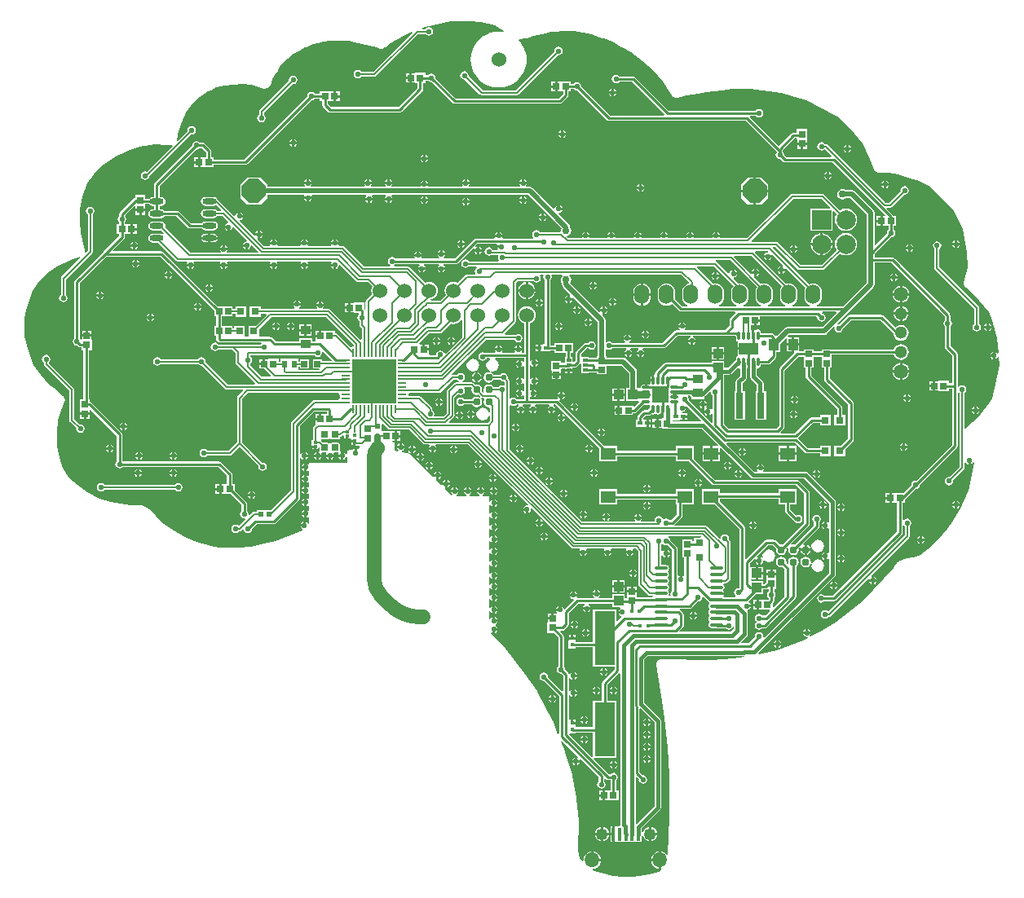
<source format=gbl>
G04 Layer_Physical_Order=2*
G04 Layer_Color=11436288*
%FSLAX25Y25*%
%MOIN*%
G70*
G01*
G75*
%ADD10R,0.06102X0.05118*%
%ADD37C,0.02000*%
%ADD38C,0.00800*%
%ADD39C,0.01000*%
%ADD40C,0.00600*%
%ADD41C,0.00100*%
%ADD42C,0.07874*%
%ADD43R,0.07874X0.07874*%
%ADD44O,0.04921X0.04921*%
%ADD45O,0.06102X0.06102*%
%ADD46C,0.05906*%
%ADD47C,0.05118*%
%ADD48P,0.10653X8X202.5*%
%ADD49C,0.06000*%
%ADD50O,0.06000X0.08000*%
%ADD51C,0.03000*%
%ADD52C,0.02200*%
%ADD53C,0.01969*%
%ADD54C,0.05905*%
%ADD55R,0.02756X0.02559*%
%ADD56R,0.01969X0.01476*%
%ADD57R,0.03150X0.03150*%
%ADD58R,0.03150X0.03150*%
%ADD59R,0.02913X0.03071*%
G04:AMPARAMS|DCode=60|XSize=29.53mil|YSize=27.56mil|CornerRadius=2.76mil|HoleSize=0mil|Usage=FLASHONLY|Rotation=270.000|XOffset=0mil|YOffset=0mil|HoleType=Round|Shape=RoundedRectangle|*
%AMROUNDEDRECTD60*
21,1,0.02953,0.02205,0,0,270.0*
21,1,0.02402,0.02756,0,0,270.0*
1,1,0.00551,-0.01102,-0.01201*
1,1,0.00551,-0.01102,0.01201*
1,1,0.00551,0.01102,0.01201*
1,1,0.00551,0.01102,-0.01201*
%
%ADD60ROUNDEDRECTD60*%
%ADD61R,0.03071X0.02913*%
%ADD62C,0.03100*%
%ADD63R,0.01575X0.05315*%
%ADD64R,0.03150X0.10630*%
%ADD65R,0.02165X0.02165*%
%ADD66R,0.02559X0.02756*%
%ADD67R,0.02992X0.02835*%
%ADD68R,0.02835X0.02992*%
%ADD69R,0.01654X0.01811*%
%ADD70R,0.04134X0.03740*%
%ADD71R,0.02559X0.02756*%
%ADD72R,0.02284X0.03071*%
%ADD73R,0.18110X0.18110*%
%ADD74O,0.03740X0.00787*%
%ADD75O,0.00787X0.03740*%
%ADD76R,0.01575X0.01181*%
%ADD77O,0.05709X0.02362*%
%ADD78R,0.03937X0.04921*%
%ADD79R,0.03937X0.04134*%
%ADD80R,0.07874X0.04724*%
%ADD81O,0.01102X0.03937*%
%ADD82R,0.01969X0.01772*%
%ADD83R,0.04134X0.03937*%
%ADD84R,0.02559X0.02559*%
%ADD85R,0.06693X0.06693*%
%ADD86O,0.01102X0.03347*%
%ADD87O,0.03347X0.01102*%
%ADD88R,0.01772X0.01772*%
%ADD89R,0.05315X0.01575*%
%ADD90O,0.05315X0.01575*%
%ADD91R,0.08268X0.22047*%
%ADD92C,0.03000*%
%ADD93C,0.01500*%
%ADD94C,0.02500*%
G36*
X554011Y274151D02*
Y273146D01*
X554101Y272697D01*
X554355Y272316D01*
X554685Y272095D01*
Y269748D01*
X559122D01*
Y268748D01*
X554685D01*
Y266401D01*
X554355Y266180D01*
X554101Y265800D01*
X554011Y265351D01*
Y264706D01*
X550681Y261377D01*
X549244D01*
Y264056D01*
X544107D01*
Y263621D01*
X525500D01*
X525500Y263622D01*
X525071Y263536D01*
X524707Y263293D01*
X521492Y260078D01*
X521207Y259888D01*
X520964Y259524D01*
X520878Y259095D01*
X520926Y258857D01*
Y258697D01*
X520579Y258452D01*
Y256276D01*
X520079D01*
Y255776D01*
X519007D01*
Y255153D01*
X519029Y255043D01*
X518667Y254543D01*
X517724D01*
Y253421D01*
X516724D01*
Y254493D01*
X516102D01*
X515692Y254412D01*
X515344Y254179D01*
X515112Y253831D01*
X515031Y253421D01*
X514651Y253079D01*
X514591Y253068D01*
X513584D01*
Y259953D01*
X513460Y260577D01*
X513106Y261106D01*
X509059Y265154D01*
X508530Y265507D01*
X507905Y265631D01*
X500978D01*
Y266250D01*
X500631D01*
Y268769D01*
X501131Y269036D01*
X501337Y268899D01*
X502000Y268767D01*
X502663Y268899D01*
X503226Y269274D01*
X503295Y269378D01*
X509031D01*
X509183Y268879D01*
X508847Y268653D01*
X508493Y268124D01*
X508468Y268000D01*
X511532D01*
X511507Y268124D01*
X511154Y268653D01*
X510817Y268879D01*
X510969Y269378D01*
X514031D01*
X514183Y268879D01*
X513846Y268653D01*
X513493Y268124D01*
X513468Y268000D01*
X516532D01*
X516507Y268124D01*
X516153Y268653D01*
X515817Y268879D01*
X515969Y269378D01*
X524500D01*
X524500Y269378D01*
X524929Y269464D01*
X525293Y269707D01*
X530113Y274527D01*
X535424D01*
X535473Y274026D01*
X535376Y274007D01*
X534846Y273654D01*
X534493Y273124D01*
X534468Y273000D01*
X537532D01*
X537507Y273124D01*
X537153Y273654D01*
X536624Y274007D01*
X536527Y274026D01*
X536577Y274527D01*
X550000D01*
X550000Y274527D01*
X550000Y274527D01*
X553635D01*
X554011Y274151D01*
D02*
G37*
G36*
X441980Y280801D02*
Y273953D01*
X435310Y267282D01*
X434776Y267455D01*
X434447Y267947D01*
X433885Y268323D01*
X433222Y268455D01*
X432558Y268323D01*
X431996Y267947D01*
X431620Y267385D01*
X431488Y266722D01*
X431406Y266621D01*
X428653D01*
X428465Y267043D01*
X428465D01*
Y268500D01*
X426429D01*
Y269000D01*
X425929D01*
Y270957D01*
X424706D01*
Y271057D01*
X424665D01*
X424458Y271557D01*
X428382Y275480D01*
X433000D01*
X433390Y275558D01*
X433721Y275779D01*
X437471Y279530D01*
X437560Y279493D01*
X438500Y279369D01*
X439440Y279493D01*
X440315Y279855D01*
X441068Y280433D01*
X441480Y280971D01*
X441980Y280801D01*
D02*
G37*
G36*
X595109Y283916D02*
X589324Y278131D01*
X574963D01*
X574339Y278007D01*
X573809Y277654D01*
X570706Y274550D01*
X570068Y274619D01*
X569330Y275356D01*
X568966Y275599D01*
X568537Y275685D01*
X568537Y275685D01*
X564233D01*
Y275980D01*
X564143Y276430D01*
X563889Y276811D01*
X563508Y277065D01*
X563059Y277154D01*
X562610Y277065D01*
X562348Y276890D01*
X561848Y276738D01*
X561590Y276911D01*
Y274563D01*
X560590D01*
Y276972D01*
X560141Y277212D01*
Y278686D01*
X560156D01*
Y278786D01*
X561379D01*
Y280743D01*
X561879D01*
Y281243D01*
X563914D01*
Y282379D01*
X586906D01*
X587267Y282000D01*
X587399Y281337D01*
X587774Y280774D01*
X588337Y280399D01*
X589000Y280267D01*
X589663Y280399D01*
X590226Y280774D01*
X590601Y281337D01*
X590733Y282000D01*
X590601Y282663D01*
X590226Y283226D01*
X589663Y283601D01*
X589174Y283699D01*
X589043Y283878D01*
X589288Y284363D01*
X589311Y284379D01*
X594918D01*
X595109Y283916D01*
D02*
G37*
G36*
X639449Y282465D02*
Y280866D01*
X639345Y280797D01*
X638970Y280234D01*
X638838Y279571D01*
X638970Y278908D01*
X639345Y278345D01*
X639449Y278276D01*
Y269929D01*
X639449Y269929D01*
X639535Y269500D01*
X639778Y269136D01*
X642378Y266535D01*
Y255121D01*
X641065D01*
Y256057D01*
X636794D01*
Y255957D01*
X635571D01*
Y254000D01*
Y252043D01*
X636794D01*
Y251943D01*
X641065D01*
Y252878D01*
X642378D01*
Y229965D01*
X627623Y215209D01*
X627500Y215233D01*
X626837Y215101D01*
X626274Y214726D01*
X625899Y214163D01*
X625767Y213500D01*
X625791Y213377D01*
X622671Y210257D01*
X618894D01*
Y210157D01*
X617671D01*
Y208200D01*
Y206243D01*
X618894D01*
Y206143D01*
X619908D01*
Y194394D01*
X593735Y168222D01*
X590195D01*
X590126Y168326D01*
X589563Y168701D01*
X588900Y168833D01*
X588237Y168701D01*
X587674Y168326D01*
X587299Y167763D01*
X587167Y167100D01*
X587299Y166437D01*
X587674Y165874D01*
X588237Y165499D01*
X588900Y165367D01*
X589563Y165499D01*
X590126Y165874D01*
X590195Y165978D01*
X594200D01*
X594200Y165978D01*
X594629Y166064D01*
X594993Y166307D01*
X621822Y193136D01*
X622065Y193500D01*
X622151Y193929D01*
X622151Y193929D01*
Y196808D01*
X622609Y196947D01*
X622725Y196849D01*
X622774Y196774D01*
X622957Y196652D01*
X622980Y196633D01*
Y192922D01*
X591779Y161720D01*
X591726Y161726D01*
X591163Y162101D01*
X590500Y162233D01*
X589837Y162101D01*
X589274Y161726D01*
X588899Y161163D01*
X588767Y160500D01*
X588899Y159837D01*
X589274Y159274D01*
X589837Y158899D01*
X590500Y158767D01*
X591163Y158899D01*
X591726Y159274D01*
X591863Y159480D01*
X592000D01*
X592390Y159558D01*
X592721Y159779D01*
X607962Y175021D01*
X608001Y175000D01*
X609500D01*
Y176499D01*
X609480Y176538D01*
X624721Y191779D01*
X624942Y192110D01*
X625020Y192500D01*
Y196637D01*
X625226Y196774D01*
X625601Y197337D01*
X625733Y198000D01*
X625601Y198663D01*
X625226Y199226D01*
X624663Y199601D01*
X624000Y199733D01*
X623337Y199601D01*
X622774Y199226D01*
X622651Y199040D01*
X622151Y199192D01*
Y206143D01*
X623165D01*
Y207578D01*
X627377Y211791D01*
X627500Y211767D01*
X628163Y211899D01*
X628726Y212274D01*
X629101Y212837D01*
X629233Y213500D01*
X629209Y213623D01*
X644293Y228707D01*
X644293Y228707D01*
X644536Y229071D01*
X644622Y229500D01*
X644622Y229500D01*
Y251351D01*
X645122Y251503D01*
X645274Y251274D01*
X645480Y251137D01*
Y221033D01*
X644779Y220331D01*
X644558Y220000D01*
X644558Y220000D01*
X641343Y216785D01*
X641100Y216833D01*
X640437Y216701D01*
X639874Y216326D01*
X639499Y215763D01*
X639367Y215100D01*
X639499Y214437D01*
X639874Y213874D01*
X640437Y213499D01*
X641100Y213367D01*
X641763Y213499D01*
X642326Y213874D01*
X642701Y214437D01*
X642833Y215100D01*
X642785Y215343D01*
X646276Y218834D01*
X646497Y219165D01*
X646497Y219165D01*
X647221Y219889D01*
X647442Y220220D01*
X647520Y220610D01*
Y222524D01*
X647600Y222579D01*
X648279Y222447D01*
X648347Y222346D01*
X648876Y221993D01*
X649000Y221968D01*
Y223500D01*
X650000D01*
Y221968D01*
X650124Y221993D01*
X650654Y222346D01*
X650919Y222744D01*
X651397Y222560D01*
X650921Y219287D01*
X649245Y211342D01*
X645938Y204030D01*
X642920Y198712D01*
X640562Y195536D01*
X638324Y193050D01*
X633957Y188431D01*
X629420Y184840D01*
X626783Y183975D01*
X623324Y183382D01*
X623078Y183288D01*
X622822Y183230D01*
X620602Y182250D01*
X620389Y182100D01*
X620155Y181984D01*
X620050Y181862D01*
X619918Y181770D01*
X619778Y181550D01*
X619607Y181353D01*
X618492Y179402D01*
X606129Y166181D01*
X595098Y157578D01*
X588502Y153500D01*
X584435Y151393D01*
X583978Y151579D01*
X583923Y151672D01*
X584023Y151748D01*
X584154Y151847D01*
X584254Y151996D01*
X584507Y152376D01*
X584532Y152500D01*
X581468D01*
X581493Y152376D01*
X581847Y151847D01*
X582376Y151493D01*
X583000Y151369D01*
X583488Y151466D01*
X583522Y151367D01*
D01*
X583523Y151367D01*
D01*
Y151367D01*
X583489Y150903D01*
X581514Y149880D01*
X570695Y145855D01*
X569314Y145579D01*
X569301Y145573D01*
X569287Y145573D01*
X563453Y144328D01*
X563214Y144768D01*
X594473Y176027D01*
X594772Y176473D01*
X594876Y177000D01*
Y206500D01*
X594772Y207027D01*
X594473Y207473D01*
X583473Y218473D01*
X583027Y218772D01*
X582500Y218877D01*
X565350D01*
X565208Y219215D01*
X565174Y219376D01*
X565507Y219876D01*
X565532Y220000D01*
X562468D01*
X562493Y219876D01*
X562826Y219376D01*
X562792Y219215D01*
X562650Y218877D01*
X561570D01*
X550130Y230316D01*
X550321Y230779D01*
X578135D01*
X582207Y226707D01*
X582571Y226464D01*
X583000Y226378D01*
X583000Y226378D01*
X588372D01*
Y225325D01*
X592722D01*
Y229675D01*
X588372D01*
Y228622D01*
X583465D01*
X579393Y232693D01*
X579383Y232797D01*
X585465Y238878D01*
X588372D01*
Y237825D01*
X592722D01*
Y242175D01*
X588372D01*
Y241122D01*
X585000D01*
X585000Y241122D01*
X584571Y241036D01*
X584207Y240793D01*
X584207Y240793D01*
X578035Y234622D01*
X572415D01*
X572208Y235121D01*
X573593Y236507D01*
X573593Y236507D01*
X573836Y236871D01*
X573922Y237300D01*
Y260335D01*
X579535Y265949D01*
X581722D01*
Y265191D01*
Y261450D01*
X582531D01*
Y257847D01*
X582531Y257847D01*
X582617Y257418D01*
X582860Y257054D01*
X595331Y244583D01*
Y242175D01*
X594278D01*
Y237825D01*
X598628D01*
Y242175D01*
X597574D01*
Y245047D01*
X597489Y245476D01*
X597246Y245840D01*
X597246Y245840D01*
X584774Y258312D01*
Y261450D01*
X585678D01*
Y265191D01*
Y265949D01*
X589222D01*
Y265191D01*
Y261450D01*
X590078D01*
Y256700D01*
X590078Y256700D01*
X590164Y256271D01*
X590407Y255907D01*
X599878Y246435D01*
Y232512D01*
X597041Y229675D01*
X594278D01*
Y225325D01*
X598628D01*
Y228089D01*
X601793Y231254D01*
X601793Y231254D01*
X602036Y231618D01*
X602122Y232047D01*
X602122Y232047D01*
Y246900D01*
X602122Y246900D01*
X602036Y247329D01*
X601793Y247693D01*
X601793Y247693D01*
X592322Y257165D01*
Y261450D01*
X593178D01*
Y265191D01*
Y266756D01*
X618545D01*
X618741Y266285D01*
X619247Y265625D01*
X619907Y265119D01*
X620675Y264800D01*
X621500Y264692D01*
X622325Y264800D01*
X623093Y265119D01*
X623753Y265625D01*
X624259Y266285D01*
X624578Y267053D01*
X624686Y267878D01*
X624578Y268703D01*
X624259Y269471D01*
X623753Y270131D01*
X623093Y270637D01*
X622325Y270956D01*
X621500Y271064D01*
X620675Y270956D01*
X619907Y270637D01*
X619247Y270131D01*
X618741Y269471D01*
X618545Y269000D01*
X592008D01*
X592008Y269000D01*
X591757Y268950D01*
X589222D01*
Y268192D01*
X585678D01*
Y268950D01*
X581722D01*
Y268192D01*
X579806D01*
Y270500D01*
X577837D01*
Y267820D01*
X577953Y267539D01*
X572007Y261593D01*
X571764Y261229D01*
X571678Y260800D01*
X571678Y260800D01*
Y237765D01*
X570535Y236621D01*
X550965D01*
X549187Y238399D01*
Y258624D01*
X551252D01*
X551778Y258728D01*
X552225Y259027D01*
X554672Y261474D01*
X554736Y261432D01*
X555185Y261342D01*
X555277Y261361D01*
X555777Y260971D01*
Y258224D01*
X554311Y256758D01*
X554013Y256311D01*
X553908Y255785D01*
Y251915D01*
X553295D01*
Y240085D01*
X557644D01*
Y251915D01*
X556661D01*
Y255215D01*
X558127Y256680D01*
X558425Y257127D01*
X558530Y257653D01*
Y261092D01*
X558622Y261160D01*
Y263933D01*
X559622D01*
Y261160D01*
X559714Y261092D01*
Y257910D01*
X559819Y257383D01*
X560117Y256936D01*
X562570Y254484D01*
Y251915D01*
X561956D01*
Y240085D01*
X566305D01*
Y251915D01*
X565322D01*
Y255054D01*
X565218Y255581D01*
X565098Y255760D01*
X564919Y256027D01*
X564919Y256027D01*
X562467Y258480D01*
Y260971D01*
X562967Y261361D01*
X563059Y261342D01*
X563508Y261432D01*
X563889Y261686D01*
X564143Y262067D01*
X564233Y262516D01*
Y262812D01*
X567233D01*
X567233Y262812D01*
X567662Y262897D01*
X568026Y263140D01*
X570256Y265370D01*
X570499Y265734D01*
X570585Y266163D01*
X570584Y266163D01*
Y267939D01*
X572031D01*
Y271261D01*
X574368Y273598D01*
X574868Y273391D01*
Y271500D01*
X576837D01*
Y273961D01*
X575438D01*
X575231Y274461D01*
X575639Y274869D01*
X590000D01*
X590624Y274993D01*
X591153Y275346D01*
X593869Y278062D01*
X594329Y277815D01*
X594267Y277500D01*
X594399Y276837D01*
X594774Y276274D01*
X595337Y275899D01*
X596000Y275767D01*
X596663Y275899D01*
X597226Y276274D01*
X597601Y276837D01*
X597733Y277500D01*
X597709Y277623D01*
X600965Y280878D01*
X613035D01*
X618337Y275577D01*
X618422Y274927D01*
X618741Y274159D01*
X619247Y273499D01*
X619907Y272992D01*
X620675Y272674D01*
X621500Y272566D01*
X622325Y272674D01*
X623093Y272992D01*
X623753Y273499D01*
X624259Y274159D01*
X624578Y274927D01*
X624686Y275752D01*
X624578Y276577D01*
X624259Y277345D01*
X623753Y278005D01*
X623093Y278511D01*
X622325Y278830D01*
X621500Y278938D01*
X620675Y278830D01*
X619907Y278511D01*
X619247Y278005D01*
X619091Y277995D01*
X614293Y282793D01*
X613929Y283036D01*
X613500Y283122D01*
X613500Y283121D01*
X600500D01*
X600500Y283122D01*
X600071Y283036D01*
X599707Y282793D01*
X599707Y282793D01*
X596143Y279229D01*
X595722Y279249D01*
X595500Y279693D01*
X598153Y282347D01*
X610153Y294346D01*
X610507Y294876D01*
X610631Y295500D01*
Y304379D01*
X617535D01*
X639449Y282465D01*
D02*
G37*
G36*
X483085Y299080D02*
X482986Y299014D01*
X482522Y298319D01*
X482359Y297500D01*
X482522Y296681D01*
X482869Y296162D01*
Y295500D01*
X482993Y294876D01*
X483347Y294346D01*
X486189Y291504D01*
X486000Y291151D01*
Y290000D01*
X487151D01*
X487504Y290189D01*
X497369Y280324D01*
Y266250D01*
X497022D01*
Y265590D01*
X493931D01*
Y265807D01*
X490762D01*
X490622Y266248D01*
Y267035D01*
X492965Y269378D01*
X493705D01*
X493774Y269274D01*
X494337Y268899D01*
X495000Y268767D01*
X495663Y268899D01*
X496226Y269274D01*
X496601Y269837D01*
X496733Y270500D01*
X496601Y271163D01*
X496226Y271726D01*
X495663Y272101D01*
X495000Y272233D01*
X494337Y272101D01*
X493774Y271726D01*
X493705Y271621D01*
X492500D01*
X492500Y271622D01*
X492071Y271536D01*
X491707Y271293D01*
X488707Y268293D01*
X488464Y267929D01*
X488378Y267500D01*
X488378Y267500D01*
Y264465D01*
X487738Y263824D01*
X487238Y264031D01*
Y265807D01*
X486556D01*
Y267586D01*
X487314D01*
Y271542D01*
X479815D01*
Y270686D01*
X478125D01*
Y271050D01*
X478122D01*
Y297205D01*
X478226Y297274D01*
X478601Y297837D01*
X478733Y298500D01*
X478618Y299080D01*
X478872Y299580D01*
X482934D01*
X483085Y299080D01*
D02*
G37*
G36*
X397685Y270893D02*
X397660Y270470D01*
X397339Y270104D01*
X396951Y270027D01*
X396622Y269807D01*
X396591Y269804D01*
X391174Y275221D01*
X390843Y275442D01*
X390453Y275520D01*
X390065D01*
Y276557D01*
X385794D01*
Y276457D01*
X384571D01*
Y274500D01*
X384071D01*
Y274000D01*
X382035D01*
Y272543D01*
X381650Y272267D01*
X380667D01*
Y273616D01*
X375333D01*
Y272267D01*
X365819D01*
X364293Y273793D01*
X363929Y274036D01*
X363500Y274122D01*
X363500Y274121D01*
X359543D01*
X359128Y274325D01*
Y277233D01*
X363975Y282080D01*
X386498D01*
X397685Y270893D01*
D02*
G37*
G36*
X340750Y284793D02*
Y282522D01*
X341508D01*
Y278478D01*
X340750D01*
Y274522D01*
X341508D01*
Y273370D01*
X341508Y273370D01*
X341594Y272941D01*
X341837Y272577D01*
X342207Y272207D01*
X342207Y272207D01*
X342571Y271964D01*
X343000Y271879D01*
X359851D01*
X360003Y271378D01*
X359774Y271226D01*
X359637Y271020D01*
X342363D01*
X342226Y271226D01*
X341663Y271601D01*
X341000Y271733D01*
X340337Y271601D01*
X339774Y271226D01*
X339399Y270663D01*
X339267Y270000D01*
X339399Y269337D01*
X339774Y268774D01*
X340337Y268399D01*
X341000Y268267D01*
X341663Y268399D01*
X342226Y268774D01*
X342363Y268980D01*
X348078D01*
X349480Y267578D01*
Y263500D01*
X349558Y263110D01*
X349779Y262779D01*
X357439Y255119D01*
X357247Y254657D01*
X346285D01*
X337185Y263757D01*
X337233Y264000D01*
X337101Y264663D01*
X336726Y265226D01*
X336163Y265601D01*
X335500Y265733D01*
X334837Y265601D01*
X334274Y265226D01*
X334137Y265020D01*
X318863D01*
X318726Y265226D01*
X318163Y265601D01*
X317500Y265733D01*
X316837Y265601D01*
X316274Y265226D01*
X315899Y264663D01*
X315767Y264000D01*
X315899Y263337D01*
X316274Y262774D01*
X316837Y262399D01*
X317500Y262267D01*
X318163Y262399D01*
X318726Y262774D01*
X318863Y262980D01*
X334137D01*
X334274Y262774D01*
X334837Y262399D01*
X335500Y262267D01*
X335743Y262315D01*
X345141Y252917D01*
X345472Y252696D01*
X345862Y252618D01*
X352523D01*
X352714Y252156D01*
X350279Y249721D01*
X350058Y249390D01*
X349980Y249000D01*
Y230922D01*
X346578Y227520D01*
X337863D01*
X337726Y227726D01*
X337163Y228101D01*
X336500Y228233D01*
X335837Y228101D01*
X335274Y227726D01*
X334899Y227163D01*
X334767Y226500D01*
X334899Y225837D01*
X335274Y225274D01*
X335837Y224899D01*
X336500Y224767D01*
X337163Y224899D01*
X337726Y225274D01*
X337863Y225480D01*
X347000D01*
X347390Y225558D01*
X347721Y225779D01*
X351000Y229058D01*
X358815Y221243D01*
X358767Y221000D01*
X358899Y220337D01*
X359274Y219774D01*
X359837Y219399D01*
X360500Y219267D01*
X361163Y219399D01*
X361726Y219774D01*
X362101Y220337D01*
X362233Y221000D01*
X362101Y221663D01*
X361726Y222226D01*
X361163Y222601D01*
X360500Y222733D01*
X360257Y222685D01*
X352020Y230922D01*
Y248578D01*
X354485Y251043D01*
X391530D01*
X391907Y250543D01*
X391896Y250488D01*
X391973Y250100D01*
X392193Y249772D01*
Y249630D01*
X391973Y249301D01*
X391896Y248913D01*
X391907Y248858D01*
X391530Y248358D01*
X381717D01*
X381327Y248281D01*
X380996Y248060D01*
X372279Y239342D01*
X372058Y239012D01*
X371980Y238621D01*
Y211422D01*
X363741Y203183D01*
X361589D01*
Y203183D01*
X361411D01*
Y203183D01*
X358046D01*
Y202520D01*
X357000D01*
X356610Y202442D01*
X356279Y202221D01*
X355165Y201107D01*
X354704Y201353D01*
X354733Y201500D01*
X354601Y202163D01*
X354226Y202726D01*
X354121Y202795D01*
Y205829D01*
X354122Y205829D01*
X354036Y206258D01*
X353793Y206622D01*
X353793Y206622D01*
X349165Y211251D01*
Y213857D01*
X348151D01*
Y217771D01*
X348065Y218200D01*
X347822Y218564D01*
X347822Y218564D01*
X343593Y222793D01*
X343229Y223036D01*
X342800Y223122D01*
X342800Y223122D01*
X303295D01*
X303226Y223226D01*
X303121Y223295D01*
Y234100D01*
X303036Y234529D01*
X302793Y234893D01*
X302793Y234893D01*
X290464Y247222D01*
X290100Y247465D01*
X289857Y247514D01*
Y248565D01*
X289492D01*
Y268635D01*
X290657D01*
Y272906D01*
X290557D01*
Y274129D01*
X286643D01*
Y273293D01*
X286153Y273010D01*
X286093Y273026D01*
X285826Y273426D01*
X285721Y273495D01*
Y296035D01*
X296565Y306878D01*
X318665D01*
X340750Y284793D01*
D02*
G37*
G36*
X567068Y309116D02*
X567057Y309033D01*
X566800Y308592D01*
X566376Y308507D01*
X565846Y308154D01*
X565493Y307624D01*
X565468Y307500D01*
X568999D01*
X569038Y307521D01*
X573021Y303538D01*
X573000Y303499D01*
Y302000D01*
X574499D01*
X574538Y302021D01*
X582426Y294132D01*
X582095Y293334D01*
X581971Y292394D01*
Y290394D01*
X582095Y289454D01*
X582458Y288579D01*
X583035Y287826D01*
X583787Y287249D01*
X584096Y287122D01*
X583996Y286621D01*
X577209D01*
X577109Y287122D01*
X577418Y287249D01*
X578170Y287826D01*
X578747Y288579D01*
X579110Y289454D01*
X579234Y290394D01*
Y292394D01*
X579110Y293334D01*
X578747Y294210D01*
X578170Y294962D01*
X577418Y295539D01*
X576542Y295901D01*
X575602Y296025D01*
X574663Y295901D01*
X574576Y295866D01*
X561762Y308680D01*
X561969Y309180D01*
X567030D01*
X567068Y309116D01*
D02*
G37*
G36*
X475382Y299080D02*
X475267Y298500D01*
X475399Y297837D01*
X475774Y297274D01*
X475878Y297205D01*
Y271050D01*
X474956D01*
Y270950D01*
X474088D01*
Y269564D01*
Y268179D01*
X474956D01*
Y268078D01*
X478125D01*
Y268443D01*
X479815D01*
Y267586D01*
X484313D01*
Y265807D01*
X484069D01*
Y263492D01*
X482478D01*
Y264250D01*
X478522D01*
Y260868D01*
X478522Y260584D01*
Y260490D01*
X478622Y260032D01*
Y259991D01*
Y259130D01*
X482378D01*
Y259991D01*
Y260032D01*
X482478Y260490D01*
Y260584D01*
X482478Y260749D01*
X482766Y261248D01*
X484069D01*
Y261162D01*
X484169D01*
Y261032D01*
X487138D01*
Y261162D01*
X487238D01*
Y261379D01*
X488000D01*
X488000Y261378D01*
X488429Y261464D01*
X488793Y261707D01*
X490262Y263176D01*
X490404Y263164D01*
X490762Y263009D01*
Y261162D01*
Y259193D01*
X493931D01*
Y259508D01*
X497022D01*
Y258750D01*
X500978D01*
Y262369D01*
X507230D01*
X510321Y259277D01*
Y253068D01*
X509286D01*
Y247932D01*
X514138D01*
X514345Y247431D01*
X512422Y245508D01*
X511922Y245715D01*
Y245846D01*
X508344D01*
X508170Y245846D01*
X508163D01*
X507704Y245746D01*
X507663D01*
X506605D01*
Y243967D01*
Y242187D01*
X507663D01*
X507704D01*
X508163Y242087D01*
X508170D01*
X508344Y242087D01*
X511922D01*
Y242845D01*
X512466D01*
X512466Y242845D01*
X512896Y242930D01*
X513260Y243174D01*
X516428Y246342D01*
X518347D01*
X518537Y246380D01*
X518943Y245974D01*
X518905Y245783D01*
Y245074D01*
X517953Y244122D01*
X516500D01*
X516071Y244036D01*
X515707Y243793D01*
X515707Y243793D01*
X514049Y242136D01*
X513806Y241772D01*
X513721Y241343D01*
X513721Y241343D01*
Y240226D01*
X513258D01*
Y237255D01*
X516427D01*
Y237355D01*
X517295D01*
Y238740D01*
Y240126D01*
X516427D01*
Y240226D01*
X515964D01*
Y240878D01*
X516965Y241879D01*
X518417D01*
X518417Y241878D01*
X518847Y241964D01*
X519210Y242207D01*
X519527Y242524D01*
X519630Y242455D01*
X520079Y242366D01*
X520528Y242455D01*
X520706Y242574D01*
X521063Y242669D01*
X521420Y242574D01*
X521598Y242455D01*
X522047Y242366D01*
X522496Y242455D01*
X522758Y242630D01*
X523258Y242781D01*
X523516Y242609D01*
Y244661D01*
X524516D01*
Y242183D01*
X524608Y242115D01*
Y240741D01*
X523688D01*
Y240641D01*
X522465D01*
Y238684D01*
Y236727D01*
X523688D01*
Y236627D01*
X526489D01*
X526508Y236624D01*
X526508Y236624D01*
X539930D01*
X546674Y229879D01*
X546483Y229417D01*
X544350D01*
Y226858D01*
X547402D01*
Y228499D01*
X547863Y228690D01*
X560027Y216527D01*
X560473Y216228D01*
X561000Y216124D01*
X561000Y216124D01*
X581930D01*
X592124Y205930D01*
Y198350D01*
X591785Y198208D01*
X591623Y198174D01*
X591124Y198507D01*
X591000Y198532D01*
Y197000D01*
Y195468D01*
X591124Y195493D01*
X591623Y195826D01*
X591785Y195792D01*
X592124Y195650D01*
Y185850D01*
X591785Y185708D01*
X591623Y185674D01*
X591124Y186007D01*
X591000Y186032D01*
Y184500D01*
Y182968D01*
X591124Y182993D01*
X591623Y183326D01*
X591785Y183292D01*
X592124Y183150D01*
Y177570D01*
X565666Y151113D01*
X565205Y151359D01*
X565233Y151500D01*
X565101Y152163D01*
X564726Y152726D01*
X564163Y153101D01*
X563500Y153233D01*
X562837Y153101D01*
X562274Y152726D01*
X561899Y152163D01*
X561767Y151500D01*
X561791Y151377D01*
X559185Y148772D01*
X556371D01*
X556180Y149233D01*
X558473Y151527D01*
X558772Y151973D01*
X558877Y152500D01*
Y161036D01*
X558772Y161562D01*
X558652Y161741D01*
X558555Y161887D01*
X558669Y162284D01*
X558767Y162422D01*
X559124Y162493D01*
X559654Y162847D01*
X560007Y163376D01*
X560032Y163500D01*
X558500D01*
Y164500D01*
X560032D01*
X560007Y164624D01*
X559654Y165154D01*
X559275Y165406D01*
X559268Y165416D01*
X559174Y165887D01*
X559190Y166004D01*
X562066Y168880D01*
X565068D01*
Y170731D01*
X566035D01*
X566035Y170731D01*
X566464Y170816D01*
X566642Y170935D01*
X567378D01*
Y169795D01*
X567274Y169726D01*
X566899Y169163D01*
X566767Y168500D01*
X566899Y167837D01*
X567274Y167274D01*
X567378Y167205D01*
Y166557D01*
X564794D01*
Y166457D01*
X563571D01*
Y164500D01*
Y162543D01*
X564794D01*
Y162443D01*
X567704D01*
X567895Y161981D01*
X566035Y160122D01*
X564795D01*
X564726Y160226D01*
X564163Y160601D01*
X563500Y160733D01*
X562837Y160601D01*
X562274Y160226D01*
X561899Y159663D01*
X561767Y159000D01*
X561899Y158337D01*
X562274Y157774D01*
X562311Y157750D01*
Y157250D01*
X562274Y157226D01*
X561899Y156663D01*
X561767Y156000D01*
X561899Y155337D01*
X562274Y154774D01*
X562837Y154399D01*
X563500Y154267D01*
X564163Y154399D01*
X564726Y154774D01*
X564795Y154878D01*
X565763D01*
X565763Y154878D01*
X566192Y154964D01*
X566556Y155207D01*
X578293Y166944D01*
X578293Y166944D01*
X578536Y167308D01*
X578622Y167737D01*
Y180164D01*
X579050Y180450D01*
X579525Y181161D01*
X579692Y182000D01*
X579525Y182839D01*
X579050Y183550D01*
X578339Y184025D01*
X577500Y184192D01*
X576661Y184025D01*
X575950Y183550D01*
X575475Y182839D01*
X575308Y182000D01*
X575436Y181358D01*
X574975Y181111D01*
X574592Y181494D01*
X574692Y182000D01*
X574525Y182839D01*
X574050Y183550D01*
X573339Y184025D01*
X572500Y184192D01*
X571661Y184025D01*
X570950Y183550D01*
X570475Y182839D01*
X570308Y182000D01*
X570475Y181161D01*
X570950Y180450D01*
X571661Y179975D01*
X572500Y179808D01*
X573005Y179908D01*
X573878Y179035D01*
Y167965D01*
X569526Y163613D01*
X569065Y163804D01*
Y165049D01*
X569293Y165278D01*
X569293Y165278D01*
X569536Y165642D01*
X569622Y166071D01*
X569622Y166071D01*
Y167205D01*
X569726Y167274D01*
X570101Y167837D01*
X570233Y168500D01*
X570101Y169163D01*
X569726Y169726D01*
X569622Y169795D01*
Y170935D01*
X570557D01*
Y175206D01*
X570457D01*
Y176429D01*
X566543D01*
Y175206D01*
X566443D01*
Y173826D01*
X566378Y173782D01*
X565570Y172974D01*
X565068D01*
Y174214D01*
X560403D01*
X559992Y174714D01*
X560025Y174882D01*
X560032Y174886D01*
X560122Y174886D01*
X562000D01*
Y177453D01*
Y180020D01*
X560122D01*
X560032Y180020D01*
X559622Y180237D01*
Y181535D01*
X561756Y183670D01*
X562145Y183351D01*
X561993Y183124D01*
X561968Y183000D01*
X563000D01*
Y184032D01*
X562876Y184007D01*
X562649Y183855D01*
X562330Y184244D01*
X566965Y188878D01*
X569035D01*
X570408Y187505D01*
X570308Y187000D01*
X570475Y186161D01*
X570950Y185450D01*
X571661Y184975D01*
X572500Y184808D01*
X573339Y184975D01*
X574050Y185450D01*
X574525Y186161D01*
X574692Y187000D01*
X574592Y187505D01*
X574975Y187889D01*
X575436Y187642D01*
X575308Y187000D01*
X575475Y186161D01*
X575950Y185450D01*
X576661Y184975D01*
X577500Y184808D01*
X578339Y184975D01*
X579050Y185450D01*
X579525Y186161D01*
X579692Y187000D01*
X579592Y187505D01*
X580069Y187983D01*
X580541Y187800D01*
X580563Y187770D01*
X580509Y187500D01*
X582000D01*
Y188991D01*
X581730Y188937D01*
X581700Y188959D01*
X581517Y189431D01*
X587793Y195707D01*
X587793Y195707D01*
X588036Y196071D01*
X588122Y196500D01*
X588122Y196500D01*
Y198205D01*
X588226Y198274D01*
X588601Y198837D01*
X588733Y199500D01*
X588601Y200163D01*
X588226Y200726D01*
X587663Y201101D01*
X587000Y201233D01*
X586337Y201101D01*
X585774Y200726D01*
X585399Y200163D01*
X585267Y199500D01*
X585399Y198837D01*
X585774Y198274D01*
X585878Y198205D01*
Y196965D01*
X578006Y189092D01*
X577500Y189192D01*
X576858Y189064D01*
X576611Y189525D01*
X583793Y196707D01*
X583793Y196707D01*
X584036Y197071D01*
X584122Y197500D01*
Y210500D01*
X584036Y210929D01*
X583793Y211293D01*
X583793Y211293D01*
X579793Y215293D01*
X579429Y215536D01*
X579000Y215622D01*
X579000Y215621D01*
X545472D01*
X536801Y224293D01*
Y229517D01*
X529498D01*
Y227480D01*
X505502D01*
Y229517D01*
X500278D01*
X481796Y247999D01*
X482000Y248381D01*
Y249500D01*
X480968D01*
X480993Y249376D01*
X481225Y249029D01*
X480924Y248579D01*
X480709Y248622D01*
X480709Y248622D01*
X469622D01*
Y249395D01*
X470122Y249663D01*
X470376Y249493D01*
X470500Y249468D01*
Y251000D01*
Y252532D01*
X470376Y252507D01*
X470122Y252337D01*
X469622Y252605D01*
Y255031D01*
X470122Y255183D01*
X470346Y254847D01*
X470876Y254493D01*
X471000Y254468D01*
Y256000D01*
Y257532D01*
X470876Y257507D01*
X470346Y257154D01*
X470122Y256817D01*
X469622Y256969D01*
Y262531D01*
X470122Y262683D01*
X470346Y262347D01*
X470876Y261993D01*
X471000Y261968D01*
Y263500D01*
Y265032D01*
X470876Y265007D01*
X470346Y264653D01*
X470122Y264317D01*
X469622Y264469D01*
Y266500D01*
Y279568D01*
X470316Y279855D01*
X471068Y280433D01*
X471645Y281185D01*
X472007Y282060D01*
X472131Y283000D01*
X472007Y283940D01*
X471645Y284816D01*
X471068Y285567D01*
X470316Y286145D01*
X469440Y286507D01*
X468500Y286631D01*
X467560Y286507D01*
X466684Y286145D01*
X465932Y285567D01*
X465355Y284816D01*
X464993Y283940D01*
X464869Y283000D01*
X464993Y282060D01*
X465355Y281185D01*
X465932Y280433D01*
X466684Y279855D01*
X467378Y279568D01*
Y267621D01*
X466605D01*
X466337Y268122D01*
X466507Y268376D01*
X466532Y268500D01*
X463468D01*
X463493Y268376D01*
X463663Y268122D01*
X463395Y267621D01*
X458605D01*
X458337Y268122D01*
X458507Y268376D01*
X458532Y268500D01*
X455468D01*
X455493Y268376D01*
X455663Y268122D01*
X455395Y267621D01*
X451062D01*
X450500Y267733D01*
X449837Y267601D01*
X449274Y267226D01*
X448899Y266663D01*
X448767Y266000D01*
X448899Y265337D01*
X449274Y264774D01*
X449837Y264399D01*
X450500Y264267D01*
X451163Y264399D01*
X451726Y264774D01*
X452101Y265337D01*
X452110Y265378D01*
X453174D01*
X453474Y264915D01*
X453470Y264879D01*
X452662Y264338D01*
X452098Y263495D01*
X451900Y262500D01*
X452098Y261505D01*
X452662Y260662D01*
X453505Y260098D01*
X453400Y259613D01*
X453000Y259692D01*
X452161Y259525D01*
X451450Y259050D01*
X450975Y258339D01*
X450808Y257500D01*
X450975Y256661D01*
X451450Y255950D01*
X452161Y255475D01*
X453000Y255308D01*
X453839Y255475D01*
X454550Y255950D01*
X454905Y256480D01*
X457637D01*
X457774Y256274D01*
X458337Y255899D01*
X459000Y255767D01*
X459156Y255798D01*
X459582Y255430D01*
Y254362D01*
X459082Y254117D01*
X458500Y254233D01*
X457837Y254101D01*
X457274Y253726D01*
X457137Y253520D01*
X454905D01*
X454550Y254050D01*
X453839Y254525D01*
X453000Y254692D01*
X452161Y254525D01*
X451450Y254050D01*
X450975Y253339D01*
X450808Y252500D01*
X450951Y251782D01*
X450799Y251420D01*
X450661Y251230D01*
X450580Y251218D01*
X450044Y251754D01*
X450192Y252500D01*
X450025Y253339D01*
X449550Y254050D01*
X448839Y254525D01*
X448000Y254692D01*
X447254Y254544D01*
X446649Y255149D01*
X446351Y255348D01*
X446000Y255418D01*
X442425D01*
X442186Y255881D01*
X442192Y255918D01*
X442726Y256274D01*
X443101Y256837D01*
X443233Y257500D01*
X443101Y258163D01*
X442726Y258726D01*
X442163Y259101D01*
X441500Y259233D01*
X440837Y259101D01*
X440274Y258726D01*
X440137Y258520D01*
X438058D01*
X437950Y258656D01*
X437826Y258995D01*
X451812Y272980D01*
X463370D01*
X463399Y272837D01*
X463774Y272274D01*
X464337Y271899D01*
X465000Y271767D01*
X465663Y271899D01*
X466226Y272274D01*
X466601Y272837D01*
X466733Y273500D01*
X466601Y274163D01*
X466226Y274726D01*
X465663Y275101D01*
X465000Y275233D01*
X464337Y275101D01*
X464214Y275020D01*
X459669D01*
X459461Y275520D01*
X463721Y279779D01*
X463942Y280110D01*
X464020Y280500D01*
Y296078D01*
X464922Y296980D01*
X468089D01*
X468090Y296969D01*
X468910D01*
X468911Y296980D01*
X471137D01*
X471274Y296774D01*
X471837Y296399D01*
X472500Y296267D01*
X473163Y296399D01*
X473726Y296774D01*
X474101Y297337D01*
X474233Y298000D01*
X474101Y298663D01*
X473823Y299080D01*
X474026Y299580D01*
X475128D01*
X475382Y299080D01*
D02*
G37*
G36*
X456464Y311707D02*
X456484Y311578D01*
X456468Y311500D01*
X458000D01*
Y310500D01*
X456468D01*
X456493Y310376D01*
X456664Y310120D01*
X456397Y309620D01*
X454610D01*
X454601Y309663D01*
X454226Y310226D01*
X453663Y310601D01*
X453000Y310733D01*
X452337Y310601D01*
X451774Y310226D01*
X451399Y309663D01*
X451267Y309000D01*
X451399Y308337D01*
X451774Y307774D01*
X452337Y307399D01*
X453000Y307267D01*
X453663Y307399D01*
X453935Y307580D01*
X456628D01*
X456882Y307080D01*
X456767Y306500D01*
X456899Y305837D01*
X457111Y305520D01*
X456843Y305020D01*
X444863D01*
X444726Y305226D01*
X444163Y305601D01*
X443500Y305733D01*
X442837Y305601D01*
X442274Y305226D01*
X441899Y304663D01*
X441767Y304000D01*
X441899Y303337D01*
X442274Y302774D01*
X442837Y302399D01*
X443500Y302267D01*
X444163Y302399D01*
X444726Y302774D01*
X444863Y302980D01*
X447851D01*
X448118Y302480D01*
X448088Y302435D01*
X447774Y302226D01*
X447399Y301663D01*
X447267Y301000D01*
X447399Y300337D01*
X447611Y300020D01*
X447343Y299520D01*
X444000D01*
X443610Y299442D01*
X443279Y299221D01*
X440236Y296178D01*
X439440Y296507D01*
X438500Y296631D01*
X437560Y296507D01*
X436685Y296145D01*
X435932Y295567D01*
X435355Y294815D01*
X434993Y293940D01*
X434869Y293000D01*
X434993Y292060D01*
X435322Y291264D01*
X432979Y288921D01*
X429560D01*
X429244Y289421D01*
X429268Y289470D01*
X429440Y289493D01*
X430315Y289855D01*
X431068Y290433D01*
X431645Y291184D01*
X432007Y292060D01*
X432131Y293000D01*
X432007Y293940D01*
X431645Y294815D01*
X431068Y295567D01*
X430315Y296145D01*
X429440Y296507D01*
X428500Y296631D01*
X427560Y296507D01*
X426964Y296260D01*
X420604Y302621D01*
X420273Y302842D01*
X419883Y302920D01*
X414462D01*
X414189Y303383D01*
X414195Y303420D01*
X414726Y303774D01*
X414795Y303878D01*
X424531D01*
X424683Y303379D01*
X424346Y303153D01*
X423993Y302624D01*
X423968Y302500D01*
X427032D01*
X427007Y302624D01*
X426653Y303153D01*
X426317Y303379D01*
X426469Y303878D01*
X432531D01*
X432683Y303379D01*
X432346Y303153D01*
X431993Y302624D01*
X431968Y302500D01*
X435032D01*
X435007Y302624D01*
X434654Y303153D01*
X434317Y303379D01*
X434469Y303878D01*
X439500D01*
X439500Y303878D01*
X439929Y303964D01*
X440293Y304207D01*
X446756Y310670D01*
X447145Y310351D01*
X446993Y310124D01*
X446968Y310000D01*
X448000D01*
Y311032D01*
X447876Y311007D01*
X447649Y310856D01*
X447330Y311244D01*
X448165Y312078D01*
X456266D01*
X456464Y311707D01*
D02*
G37*
G36*
X572845Y294713D02*
X572458Y294210D01*
X572095Y293334D01*
X571971Y292394D01*
Y290394D01*
X572095Y289454D01*
X572458Y288579D01*
X573035Y287826D01*
X573787Y287249D01*
X574096Y287122D01*
X573996Y286621D01*
X567209D01*
X567109Y287122D01*
X567418Y287249D01*
X568170Y287826D01*
X568747Y288579D01*
X569110Y289454D01*
X569234Y290394D01*
Y292394D01*
X569110Y293334D01*
X568747Y294210D01*
X568170Y294962D01*
X567418Y295539D01*
X566542Y295901D01*
X565602Y296025D01*
X564663Y295901D01*
X564223Y295719D01*
X561480Y298462D01*
X561500Y298501D01*
Y300000D01*
X560001D01*
X559962Y299979D01*
X553161Y306780D01*
X553369Y307280D01*
X560278D01*
X572845Y294713D01*
D02*
G37*
G36*
X534654Y296404D02*
X534656Y296253D01*
X534512Y295839D01*
X533787Y295539D01*
X533035Y294962D01*
X532458Y294210D01*
X532095Y293334D01*
X531971Y292394D01*
Y290394D01*
X532095Y289454D01*
X532458Y288579D01*
X533035Y287826D01*
X533787Y287249D01*
X534096Y287122D01*
X533996Y286621D01*
X531961D01*
X529112Y289471D01*
X529234Y290394D01*
Y292394D01*
X529110Y293334D01*
X528747Y294210D01*
X528170Y294962D01*
X527418Y295539D01*
X526542Y295901D01*
X525602Y296025D01*
X524663Y295901D01*
X523787Y295539D01*
X523035Y294962D01*
X522458Y294210D01*
X522095Y293334D01*
X521971Y292394D01*
Y290394D01*
X522095Y289454D01*
X522458Y288579D01*
X523035Y287826D01*
X523787Y287249D01*
X524663Y286887D01*
X525602Y286763D01*
X526542Y286887D01*
X527418Y287249D01*
X527838Y287572D01*
X530703Y284707D01*
X530703Y284707D01*
X531067Y284464D01*
X531496Y284379D01*
X553585D01*
X553792Y283878D01*
X551707Y281793D01*
X551464Y281429D01*
X551378Y281000D01*
X551378Y281000D01*
Y278613D01*
X549535Y276770D01*
X533190D01*
X533039Y277270D01*
X533153Y277346D01*
X533507Y277876D01*
X533532Y278000D01*
X530468D01*
X530493Y277876D01*
X530847Y277346D01*
X530962Y277270D01*
X530810Y276770D01*
X529648D01*
X529219Y276684D01*
X528855Y276441D01*
X528855Y276441D01*
X524035Y271621D01*
X510469D01*
X510317Y272122D01*
X510653Y272346D01*
X511007Y272876D01*
X511032Y273000D01*
X507968D01*
X507993Y272876D01*
X508347Y272346D01*
X508683Y272122D01*
X508531Y271621D01*
X503295D01*
X503226Y271726D01*
X502663Y272101D01*
X502000Y272233D01*
X501337Y272101D01*
X501131Y271964D01*
X500631Y272231D01*
Y281000D01*
X500507Y281624D01*
X500153Y282154D01*
X499311Y282996D01*
X499500Y283349D01*
Y284500D01*
X498349D01*
X497996Y284311D01*
X486137Y296170D01*
X486478Y296681D01*
X486641Y297500D01*
X486478Y298319D01*
X486014Y299014D01*
X485915Y299080D01*
X486066Y299580D01*
X531478D01*
X534654Y296404D01*
D02*
G37*
G36*
X553039Y295019D02*
X553035Y294962D01*
X552458Y294210D01*
X552095Y293334D01*
X551971Y292394D01*
Y290394D01*
X552095Y289454D01*
X552458Y288579D01*
X553035Y287826D01*
X553787Y287249D01*
X554096Y287122D01*
X553996Y286621D01*
X547209D01*
X547109Y287122D01*
X547418Y287249D01*
X548170Y287826D01*
X548747Y288579D01*
X549110Y289454D01*
X549234Y290394D01*
Y292394D01*
X549110Y293334D01*
X548747Y294210D01*
X548170Y294962D01*
X547418Y295539D01*
X546542Y295901D01*
X545603Y296025D01*
X544663Y295901D01*
X544576Y295866D01*
X537961Y302480D01*
X538169Y302980D01*
X545078D01*
X553039Y295019D01*
D02*
G37*
G36*
X562628Y294431D02*
X562458Y294210D01*
X562095Y293334D01*
X561971Y292394D01*
Y290394D01*
X562095Y289454D01*
X562458Y288579D01*
X563035Y287826D01*
X563787Y287249D01*
X564096Y287122D01*
X563996Y286621D01*
X557209D01*
X557109Y287122D01*
X557418Y287249D01*
X558170Y287826D01*
X558747Y288579D01*
X559110Y289454D01*
X559234Y290394D01*
Y292394D01*
X559110Y293334D01*
X558747Y294210D01*
X558170Y294962D01*
X557418Y295539D01*
X556542Y295901D01*
X555603Y296025D01*
X554997Y295945D01*
X553055Y297887D01*
X553234Y298415D01*
X553624Y298493D01*
X554153Y298847D01*
X554507Y299376D01*
X554532Y299500D01*
X553000D01*
Y300000D01*
X552500D01*
Y301532D01*
X552376Y301507D01*
X551847Y301153D01*
X551493Y300624D01*
X551415Y300234D01*
X550887Y300055D01*
X546221Y304721D01*
X545890Y304942D01*
X545697Y304980D01*
X545746Y305480D01*
X551578D01*
X562628Y294431D01*
D02*
G37*
G36*
X388846Y264568D02*
X388654Y264106D01*
X384755D01*
Y265015D01*
X380996D01*
Y261059D01*
X383404D01*
X383671Y260559D01*
X383645Y260520D01*
X375457D01*
X375100Y260865D01*
X375100Y261020D01*
Y261980D01*
X375681D01*
Y261059D01*
X379440D01*
Y265015D01*
X375681D01*
Y264020D01*
X375100D01*
Y265135D01*
X371742D01*
X371617Y265135D01*
X371429D01*
X371242D01*
X371116Y265135D01*
X367758D01*
Y264020D01*
X367065D01*
Y265057D01*
X362794D01*
Y264957D01*
X361571D01*
Y263000D01*
X361071D01*
Y262500D01*
X359035D01*
Y261043D01*
X361038D01*
X363899Y258182D01*
X363708Y257720D01*
X360222D01*
X355520Y262422D01*
Y263137D01*
X355726Y263274D01*
X356101Y263837D01*
X356233Y264500D01*
X356101Y265163D01*
X355726Y265726D01*
X355520Y265863D01*
Y266480D01*
X381637D01*
X381774Y266274D01*
X382337Y265899D01*
X383000Y265767D01*
X383663Y265899D01*
X384226Y266274D01*
X384601Y266837D01*
X384733Y267500D01*
X384710Y267620D01*
X385112Y268158D01*
X385244Y268170D01*
X388846Y264568D01*
D02*
G37*
G36*
X542625Y165789D02*
X542625Y165789D01*
X542989Y165546D01*
X543060Y165532D01*
X543199Y165023D01*
X542892Y164564D01*
X542784Y164023D01*
X542892Y163481D01*
X543179Y163052D01*
X543243Y162909D01*
Y162577D01*
X543179Y162434D01*
X542892Y162005D01*
X542784Y161464D01*
X542892Y160922D01*
X543179Y160493D01*
X543243Y160350D01*
Y160018D01*
X543179Y159875D01*
X542892Y159446D01*
X542784Y158905D01*
X542892Y158363D01*
X543179Y157934D01*
X543243Y157791D01*
Y157459D01*
X543179Y157316D01*
X542892Y156887D01*
X542784Y156346D01*
X542892Y155804D01*
X543199Y155345D01*
X543658Y155039D01*
X544199Y154931D01*
X546150D01*
X546415Y154878D01*
X546415Y154878D01*
X549705D01*
X549774Y154774D01*
X550337Y154399D01*
X551000Y154267D01*
X551663Y154399D01*
X552226Y154774D01*
X552601Y155337D01*
X552624Y155448D01*
X553124Y155399D01*
Y154570D01*
X551930Y153376D01*
X531116D01*
X530925Y153838D01*
X532293Y155207D01*
X532293Y155207D01*
X532536Y155571D01*
X532622Y156000D01*
X532622Y156000D01*
Y160500D01*
X532536Y160929D01*
X532293Y161293D01*
X532293Y161293D01*
X531293Y162293D01*
X531131Y162401D01*
X531283Y162901D01*
X535023D01*
X535023Y162901D01*
X535452Y162987D01*
X535816Y163230D01*
X538377Y165791D01*
X538500Y165767D01*
X539163Y165899D01*
X539726Y166274D01*
X540101Y166837D01*
X540229Y167478D01*
X540323Y167541D01*
X540701Y167713D01*
X542625Y165789D01*
D02*
G37*
G36*
X524311Y189250D02*
X524837Y188899D01*
X525500Y188767D01*
X526040Y188874D01*
X527878Y187035D01*
Y170295D01*
X527774Y170226D01*
X527399Y169663D01*
X527267Y169000D01*
X527363Y168518D01*
X527053Y168083D01*
X526813Y168082D01*
X526568Y168539D01*
X526608Y168600D01*
X526716Y169141D01*
X526608Y169682D01*
X526321Y170112D01*
X526258Y170254D01*
Y170587D01*
X526321Y170729D01*
X526608Y171159D01*
X526716Y171700D01*
X526608Y172241D01*
X526321Y172671D01*
X526258Y172813D01*
Y173146D01*
X526321Y173288D01*
X526608Y173718D01*
X526716Y174259D01*
X526608Y174800D01*
X526321Y175230D01*
X526258Y175373D01*
Y175705D01*
X526321Y175847D01*
X526608Y176277D01*
X526716Y176818D01*
X526608Y177359D01*
X526321Y177789D01*
X526258Y177932D01*
Y178264D01*
X526321Y178407D01*
X526608Y178836D01*
X526716Y179377D01*
X526608Y179919D01*
X526302Y180377D01*
X525843Y180684D01*
X525301Y180792D01*
X523520D01*
Y184524D01*
X523600Y184579D01*
X524279Y184448D01*
X524346Y184346D01*
X524876Y183993D01*
X525000Y183968D01*
Y185500D01*
Y187032D01*
X524876Y187007D01*
X524346Y186653D01*
X524279Y186553D01*
X523600Y186422D01*
X523520Y186476D01*
Y189137D01*
X523689Y189250D01*
X523841Y189311D01*
X524159D01*
X524311Y189250D01*
D02*
G37*
G36*
X539809Y192498D02*
X539542Y191998D01*
X536825D01*
Y190492D01*
X535978D01*
Y191250D01*
X532022D01*
Y187491D01*
Y183750D01*
X532878D01*
Y176605D01*
X532378Y176337D01*
X532124Y176507D01*
X532000Y176532D01*
Y175000D01*
X531000D01*
Y176532D01*
X530876Y176507D01*
X530622Y176337D01*
X530122Y176605D01*
Y187500D01*
X530122Y187500D01*
X530036Y187929D01*
X529793Y188293D01*
X527146Y190940D01*
X527101Y191163D01*
X526726Y191726D01*
X526192Y192082D01*
X526186Y192119D01*
X526425Y192582D01*
X539752D01*
X539809Y192498D01*
D02*
G37*
G36*
X503432Y163380D02*
X506534D01*
X506686Y162880D01*
X506347Y162654D01*
X505993Y162124D01*
X505968Y162000D01*
X507500D01*
Y161000D01*
X505968D01*
X505993Y160876D01*
X506347Y160346D01*
X506876Y159993D01*
X507063Y159956D01*
X507228Y159413D01*
X505530Y157716D01*
X505068Y157907D01*
Y162557D01*
X495601D01*
Y149322D01*
X488427D01*
Y149706D01*
X488327D01*
Y150299D01*
X485673D01*
Y149706D01*
X485573D01*
Y146695D01*
X488427D01*
Y147079D01*
X495601D01*
Y139310D01*
X504447D01*
Y138033D01*
X499541Y133128D01*
X499298Y132764D01*
X499213Y132334D01*
X499213Y132334D01*
Y125156D01*
X495601D01*
Y114421D01*
X488527D01*
Y115006D01*
X488427D01*
Y115599D01*
X487100D01*
Y116099D01*
X486600D01*
Y117505D01*
X485773D01*
X485622Y117942D01*
Y127531D01*
X486122Y127683D01*
X486346Y127347D01*
X486876Y126993D01*
X487000Y126968D01*
Y128500D01*
Y130032D01*
X486876Y130007D01*
X486346Y129654D01*
X486122Y129317D01*
X485622Y129469D01*
Y134531D01*
X486122Y134683D01*
X486346Y134346D01*
X486876Y133993D01*
X487000Y133968D01*
Y135500D01*
Y137032D01*
X486876Y137007D01*
X486346Y136653D01*
X486081Y136256D01*
X485559Y136313D01*
X485536Y136429D01*
X485293Y136793D01*
X485293Y136793D01*
X484209Y137877D01*
X484233Y138000D01*
X484101Y138663D01*
X483726Y139226D01*
X483622Y139295D01*
Y151571D01*
X483622Y151571D01*
X483536Y152000D01*
X483293Y152364D01*
X483293Y152364D01*
X482170Y153487D01*
X482361Y153949D01*
X483071D01*
X483071Y153949D01*
X483500Y154035D01*
X483864Y154278D01*
X485293Y155707D01*
X485293Y155707D01*
X485536Y156071D01*
X485622Y156500D01*
X485622Y156500D01*
Y161035D01*
X489512Y164926D01*
X492112D01*
X492254Y164426D01*
X491847Y164154D01*
X491493Y163624D01*
X491468Y163500D01*
X494532D01*
X494507Y163624D01*
X494153Y164154D01*
X493746Y164426D01*
X493888Y164926D01*
X503432D01*
Y163380D01*
D02*
G37*
G36*
X520623Y116430D02*
Y82070D01*
X513493Y74940D01*
X512993Y75147D01*
Y93767D01*
X513455Y93958D01*
X514291Y93123D01*
X514267Y93000D01*
X514399Y92337D01*
X514774Y91774D01*
X515337Y91399D01*
X516000Y91267D01*
X516663Y91399D01*
X517226Y91774D01*
X517601Y92337D01*
X517733Y93000D01*
X517601Y93663D01*
X517226Y94226D01*
X516663Y94601D01*
X516000Y94733D01*
X515877Y94709D01*
X514489Y96097D01*
Y121912D01*
X514951Y122103D01*
X520623Y116430D01*
D02*
G37*
G36*
X495601Y102393D02*
X495101Y102185D01*
X485791Y111495D01*
X485998Y111995D01*
X488527D01*
Y112178D01*
X495601D01*
Y102393D01*
D02*
G37*
G36*
X557616Y143599D02*
X557516Y143082D01*
X552656Y142463D01*
X544337Y142006D01*
X523528Y142259D01*
X523353Y142226D01*
X523174Y142234D01*
X522946Y142150D01*
X522707Y142106D01*
X522557Y142008D01*
X522390Y141947D01*
X522211Y141783D01*
X522007Y141650D01*
X521906Y141503D01*
X521774Y141382D01*
X521672Y141162D01*
X521534Y140961D01*
X521497Y140787D01*
X521422Y140624D01*
X521412Y140382D01*
X521361Y140144D01*
X521394Y139968D01*
X521387Y139790D01*
X523998Y122954D01*
X524012Y122917D01*
X524012Y122877D01*
X524896Y118288D01*
X526039Y106201D01*
X526675Y95003D01*
X526918Y77385D01*
X526177Y62377D01*
X525669Y62218D01*
X525370Y62607D01*
X524628Y63176D01*
X523765Y63534D01*
X523338Y63590D01*
Y60074D01*
Y56320D01*
X523450Y56069D01*
X522413Y55183D01*
X518470Y54065D01*
X512074Y53291D01*
X507931Y53333D01*
X503731Y53664D01*
X498848Y54859D01*
X496150Y55658D01*
X495483Y56015D01*
X495577Y56532D01*
X496206Y56614D01*
X497069Y56972D01*
X497811Y57541D01*
X498380Y58283D01*
X498738Y59147D01*
X498795Y59574D01*
X495279D01*
Y60074D01*
X494778D01*
Y63590D01*
X494351Y63534D01*
X493488Y63176D01*
X492746Y62607D01*
X492176Y61865D01*
X491819Y61001D01*
X491697Y60074D01*
X491731Y59811D01*
X491253Y59614D01*
X490237Y60950D01*
X489594Y64309D01*
X489629Y75705D01*
X489612Y75791D01*
X489622Y75878D01*
X488882Y85364D01*
X488852Y85470D01*
X488854Y85579D01*
X487231Y94536D01*
X487185Y94653D01*
X487173Y94779D01*
X484281Y104265D01*
X484235Y104350D01*
X484217Y104445D01*
X482525Y108619D01*
X482950Y108901D01*
X489481Y102370D01*
X489162Y101982D01*
X489124Y102007D01*
X489000Y102032D01*
Y101000D01*
X490032D01*
X490007Y101124D01*
X489982Y101162D01*
X490370Y101481D01*
X497878Y93973D01*
Y92295D01*
X497774Y92226D01*
X497399Y91663D01*
X497267Y91000D01*
X497399Y90337D01*
X497774Y89774D01*
X498337Y89399D01*
X499000Y89267D01*
X499663Y89399D01*
X500226Y89774D01*
X500601Y90337D01*
X500733Y91000D01*
X500601Y91663D01*
X500226Y92226D01*
X500122Y92295D01*
Y93339D01*
X500584Y93530D01*
X500907Y93207D01*
X500907Y93207D01*
X501271Y92964D01*
X501700Y92878D01*
X502705D01*
X502774Y92774D01*
X502808Y92752D01*
Y88557D01*
X501794D01*
Y88457D01*
X500571D01*
Y86500D01*
Y84543D01*
X501794D01*
Y84443D01*
X506065D01*
Y88557D01*
X505051D01*
Y92658D01*
X505226Y92774D01*
X505601Y93337D01*
X505733Y94000D01*
X505601Y94663D01*
X505226Y95226D01*
X504663Y95601D01*
X504000Y95733D01*
X503337Y95601D01*
X502774Y95226D01*
X502705Y95122D01*
X502165D01*
X495878Y101409D01*
X496085Y101909D01*
X505068D01*
Y125156D01*
X501456D01*
Y131870D01*
X506123Y136537D01*
X506624Y136330D01*
Y74557D01*
X506643Y74462D01*
X506232Y73962D01*
X505112D01*
Y73862D01*
X504440D01*
Y70704D01*
Y67547D01*
X505112D01*
Y67447D01*
X515563D01*
Y69717D01*
X516063Y69817D01*
X516314Y69211D01*
X516789Y68593D01*
X517407Y68118D01*
X518128Y67820D01*
X518400Y67784D01*
Y70704D01*
Y73624D01*
X518128Y73589D01*
X517407Y73290D01*
X516789Y72816D01*
X516314Y72197D01*
X516063Y71592D01*
X515563Y71691D01*
Y73117D01*
X522973Y80527D01*
X523272Y80973D01*
X523377Y81500D01*
Y117000D01*
X523377Y117000D01*
X523272Y117527D01*
X522973Y117973D01*
X516494Y124453D01*
Y142097D01*
X517977Y143580D01*
X557230D01*
X557539Y143642D01*
X557616Y143599D01*
D02*
G37*
G36*
X543795Y251641D02*
X543767Y251500D01*
X543899Y250837D01*
X544274Y250274D01*
X544478Y250138D01*
Y244489D01*
X544397Y244432D01*
X543717Y244558D01*
X543653Y244654D01*
X543124Y245007D01*
X543000Y245032D01*
Y243500D01*
Y241968D01*
X543124Y241993D01*
X543653Y242347D01*
X543717Y242442D01*
X544397Y242568D01*
X544478Y242511D01*
Y239120D01*
X544017Y238928D01*
X534685Y248259D01*
X534733Y248500D01*
X534601Y249163D01*
X534325Y249576D01*
X534532Y250076D01*
X535216D01*
X535370Y249847D01*
X535816Y249549D01*
X535833Y249545D01*
Y248676D01*
X541167D01*
Y249762D01*
X541293Y249847D01*
X543334Y251887D01*
X543795Y251641D01*
D02*
G37*
G36*
X445956Y253246D02*
X445808Y252500D01*
X445975Y251661D01*
X446450Y250950D01*
X447161Y250475D01*
X448000Y250308D01*
X448746Y250456D01*
X449552Y249650D01*
X449234Y249261D01*
X448839Y249525D01*
X448000Y249692D01*
X447161Y249525D01*
X446450Y249050D01*
X446164Y248622D01*
X442795D01*
X442726Y248726D01*
X442163Y249101D01*
X441500Y249233D01*
X440837Y249101D01*
X440274Y248726D01*
X439899Y248163D01*
X439767Y247500D01*
X439899Y246837D01*
X440274Y246274D01*
X440837Y245899D01*
X441500Y245767D01*
X442163Y245899D01*
X442726Y246274D01*
X442795Y246378D01*
X446164D01*
X446450Y245950D01*
X447161Y245475D01*
X448000Y245308D01*
X448839Y245475D01*
X449550Y245950D01*
X450025Y246661D01*
X450192Y247500D01*
X450025Y248339D01*
X449670Y248871D01*
X450030Y249232D01*
X450149Y249152D01*
X450207Y249141D01*
X450500Y249082D01*
X450870D01*
X451137Y248582D01*
X450975Y248339D01*
X450808Y247500D01*
X450975Y246661D01*
X451450Y245950D01*
X452161Y245475D01*
X453000Y245308D01*
X453094Y245327D01*
X453480Y245009D01*
Y243150D01*
X452980Y243101D01*
X452902Y243495D01*
X452339Y244338D01*
X451495Y244902D01*
X450500Y245100D01*
X449505Y244902D01*
X448662Y244338D01*
X448098Y243495D01*
X447900Y242500D01*
X448098Y241505D01*
X448662Y240662D01*
X449505Y240098D01*
X450500Y239900D01*
X451495Y240098D01*
X452339Y240662D01*
X452902Y241505D01*
X452980Y241899D01*
X453480Y241850D01*
Y239922D01*
X452476Y238918D01*
X436869D01*
X436677Y239380D01*
X438649Y241351D01*
X438848Y241649D01*
X438877Y241797D01*
D01*
X438884Y241831D01*
X438888Y241852D01*
X438898D01*
X438958D01*
Y242291D01*
X438930Y242294D01*
X438924Y242295D01*
X438918Y242296D01*
X438918Y242296D01*
Y249120D01*
X440453Y250655D01*
X440837Y250399D01*
X441500Y250267D01*
X442163Y250399D01*
X442726Y250774D01*
X443101Y251337D01*
X443233Y252000D01*
X443101Y252663D01*
X442821Y253082D01*
X443023Y253582D01*
X445620D01*
X445956Y253246D01*
D02*
G37*
G36*
X467378Y263969D02*
X466878Y263817D01*
X466653Y264154D01*
X466124Y264507D01*
X466000Y264532D01*
Y263000D01*
Y261468D01*
X466124Y261493D01*
X466653Y261846D01*
X466878Y262183D01*
X467378Y262031D01*
Y256969D01*
X466878Y256817D01*
X466653Y257154D01*
X466124Y257507D01*
X466000Y257532D01*
Y256000D01*
Y254468D01*
X466124Y254493D01*
X466653Y254847D01*
X466878Y255183D01*
X467378Y255031D01*
Y251969D01*
X466878Y251817D01*
X466653Y252153D01*
X466124Y252507D01*
X466000Y252532D01*
Y251000D01*
Y249468D01*
X466124Y249493D01*
X466653Y249847D01*
X466878Y250183D01*
X467378Y250031D01*
Y248622D01*
X464295D01*
X464226Y248726D01*
X463663Y249101D01*
X463000Y249233D01*
X462337Y249101D01*
X461918Y248821D01*
X461418Y249023D01*
Y256000D01*
X461348Y256351D01*
X461149Y256649D01*
X460661Y257137D01*
X460733Y257500D01*
X460601Y258163D01*
X460226Y258726D01*
X459663Y259101D01*
X459000Y259233D01*
X458337Y259101D01*
X457774Y258726D01*
X457637Y258520D01*
X454905D01*
X454550Y259050D01*
X453839Y259525D01*
X453944Y260011D01*
X454500Y259900D01*
X455495Y260098D01*
X456339Y260662D01*
X456902Y261505D01*
X457100Y262500D01*
X456902Y263495D01*
X456339Y264338D01*
X455530Y264879D01*
X455526Y264915D01*
X455826Y265378D01*
X467378D01*
Y263969D01*
D02*
G37*
G36*
X498199Y228423D02*
Y223199D01*
X505502D01*
Y225237D01*
X529498D01*
Y223199D01*
X534723D01*
X544215Y213707D01*
X544215Y213707D01*
X544579Y213464D01*
X545008Y213378D01*
X545008Y213379D01*
X578535D01*
X581878Y210035D01*
Y197965D01*
X573005Y189092D01*
X572500Y189192D01*
X571994Y189092D01*
X570293Y190793D01*
X569929Y191036D01*
X569500Y191122D01*
X569500Y191122D01*
X566500D01*
X566500Y191122D01*
X566071Y191036D01*
X565707Y190793D01*
X565707Y190793D01*
X558122Y183208D01*
X557622Y183415D01*
Y195992D01*
X557622Y195992D01*
X557536Y196421D01*
X557293Y196785D01*
X547502Y206577D01*
Y207878D01*
X571498D01*
Y205483D01*
X574028D01*
Y202850D01*
X574028Y202850D01*
X574113Y202421D01*
X574357Y202057D01*
X577707Y198707D01*
X577707Y198707D01*
X578071Y198464D01*
X578160Y198446D01*
X578274Y198274D01*
X578837Y197899D01*
X579500Y197767D01*
X580163Y197899D01*
X580726Y198274D01*
X581101Y198837D01*
X581233Y199500D01*
X581101Y200163D01*
X580726Y200726D01*
X580163Y201101D01*
X579500Y201233D01*
X578837Y201101D01*
X578626Y200960D01*
X576271Y203315D01*
Y205483D01*
X578801D01*
Y211801D01*
X571498D01*
Y210121D01*
X547502D01*
Y211801D01*
X540199D01*
Y205483D01*
X545423D01*
X555378Y195528D01*
Y171594D01*
X555000Y171233D01*
X554337Y171101D01*
X553774Y170726D01*
X553399Y170163D01*
X553267Y169500D01*
X553399Y168837D01*
X553774Y168274D01*
X553881Y168203D01*
X553729Y167703D01*
X549005D01*
X548860Y168180D01*
X548867Y168209D01*
X548876Y168226D01*
X549152Y168639D01*
X549152Y168641D01*
X546069D01*
Y169641D01*
X549152D01*
X549152Y169643D01*
X548876Y170056D01*
X548867Y170071D01*
X548881Y170661D01*
X548939Y170700D01*
X549246Y171159D01*
X549354Y171700D01*
X549246Y172241D01*
X548959Y172671D01*
X548896Y172813D01*
Y172882D01*
X549349Y173342D01*
X549759D01*
X550110Y173411D01*
X550408Y173610D01*
X551475Y174678D01*
X551674Y174975D01*
X551686Y175034D01*
X551744Y175327D01*
Y190173D01*
X551674Y190525D01*
X551475Y190822D01*
X551161Y191137D01*
X551233Y191500D01*
X551101Y192163D01*
X550726Y192726D01*
X550163Y193101D01*
X549500Y193233D01*
X548837Y193101D01*
X548274Y192726D01*
X547899Y192163D01*
X547806Y191699D01*
X547295Y191502D01*
X542249Y196549D01*
X541951Y196748D01*
X541600Y196818D01*
X529088D01*
X529040Y196881D01*
X528904Y197318D01*
X531793Y200207D01*
X532036Y200571D01*
X532122Y201000D01*
X532122Y201000D01*
Y205483D01*
X536801D01*
Y211801D01*
X529498D01*
Y209763D01*
X505502D01*
Y211801D01*
X498199D01*
Y205483D01*
X505502D01*
Y207520D01*
X529498D01*
Y205483D01*
X529878D01*
Y201465D01*
X527535Y199122D01*
X526795D01*
X526726Y199226D01*
X526163Y199601D01*
X525500Y199733D01*
X524837Y199601D01*
X524649Y199476D01*
X524101Y199663D01*
X523726Y200226D01*
X523163Y200601D01*
X522500Y200733D01*
X521837Y200601D01*
X521274Y200226D01*
X520899Y199663D01*
X520767Y199000D01*
X520806Y198804D01*
X520489Y198418D01*
X515412D01*
X515282Y198633D01*
X515201Y198918D01*
X515507Y199376D01*
X515532Y199500D01*
X512468D01*
X512493Y199376D01*
X512799Y198918D01*
X512718Y198633D01*
X512588Y198418D01*
X501373D01*
X501362Y198458D01*
X500638D01*
X500627Y198418D01*
X491077D01*
X461418Y228077D01*
Y245977D01*
X461918Y246179D01*
X462337Y245899D01*
X463000Y245767D01*
X463663Y245899D01*
X464226Y246274D01*
X464295Y246378D01*
X465031D01*
X465183Y245879D01*
X464847Y245654D01*
X464493Y245124D01*
X464468Y245000D01*
X467532D01*
X467507Y245124D01*
X467154Y245654D01*
X466817Y245879D01*
X466969Y246378D01*
X470031D01*
X470183Y245879D01*
X469846Y245654D01*
X469493Y245124D01*
X469468Y245000D01*
X472532D01*
X472507Y245124D01*
X472154Y245654D01*
X471817Y245879D01*
X471969Y246378D01*
X477531D01*
X477683Y245879D01*
X477347Y245654D01*
X476993Y245124D01*
X476968Y245000D01*
X480032D01*
X480007Y245124D01*
X479654Y245654D01*
X479317Y245879D01*
X479469Y246378D01*
X480244D01*
X498199Y228423D01*
D02*
G37*
G36*
X411751Y236451D02*
X412049Y236252D01*
X412400Y236182D01*
X420323D01*
X426154Y230351D01*
X426452Y230152D01*
X426510Y230141D01*
X426803Y230082D01*
X428588D01*
X428718Y229867D01*
X428799Y229582D01*
X428493Y229124D01*
X428468Y229000D01*
X431532D01*
X431507Y229124D01*
X431201Y229582D01*
X431282Y229867D01*
X431412Y230082D01*
X438127D01*
X438138Y230042D01*
X438862D01*
X438873Y230082D01*
X444423D01*
X468955Y205551D01*
X468708Y205090D01*
X468500Y205131D01*
X467876Y205007D01*
X467346Y204654D01*
X466993Y204124D01*
X466968Y204000D01*
X468500D01*
Y203500D01*
X469000D01*
Y201968D01*
X469124Y201993D01*
X469654Y202346D01*
X470007Y202876D01*
X470131Y203500D01*
X470090Y203708D01*
X470551Y203955D01*
X486754Y187751D01*
X487052Y187552D01*
X487403Y187482D01*
X490007D01*
X490232Y186982D01*
X489993Y186624D01*
X489968Y186500D01*
X493032D01*
X493007Y186624D01*
X492768Y186982D01*
X492993Y187482D01*
X500007D01*
X500232Y186982D01*
X499993Y186624D01*
X499968Y186500D01*
X503032D01*
X503007Y186624D01*
X502768Y186982D01*
X502993Y187482D01*
X509007D01*
X509232Y186982D01*
X508993Y186624D01*
X508968Y186500D01*
X512032D01*
X512007Y186624D01*
X511768Y186982D01*
X511993Y187482D01*
X513023D01*
X514182Y186323D01*
Y172900D01*
X514252Y172549D01*
X514451Y172251D01*
X518210Y168492D01*
X518508Y168293D01*
X518859Y168223D01*
X520006D01*
X520037Y168203D01*
X520044Y168099D01*
X519771Y167703D01*
X513557D01*
Y168206D01*
X513457D01*
Y169429D01*
X509543D01*
Y168206D01*
X509443D01*
Y167122D01*
X508568D01*
Y168714D01*
X503432D01*
Y167169D01*
X498039D01*
X497888Y167669D01*
X498153Y167847D01*
X498507Y168376D01*
X498532Y168500D01*
X495468D01*
X495493Y168376D01*
X495847Y167847D01*
X496112Y167669D01*
X495961Y167169D01*
X489136D01*
X488959Y167379D01*
X488849Y167639D01*
X489007Y167876D01*
X489032Y168000D01*
X485968D01*
X485993Y167876D01*
X486346Y167347D01*
X486876Y166993D01*
X487500Y166869D01*
X487594Y166887D01*
X487841Y166427D01*
X484103Y162690D01*
X483561Y162854D01*
X483507Y163124D01*
X483153Y163654D01*
X482624Y164007D01*
X482500Y164032D01*
Y162500D01*
X482000D01*
Y162000D01*
X480468D01*
X480493Y161876D01*
X480767Y161465D01*
X480621Y161060D01*
X480546Y160965D01*
X479500D01*
Y158929D01*
X479000D01*
Y158429D01*
X477043D01*
Y157206D01*
X476943D01*
Y152935D01*
X479549D01*
X481378Y151106D01*
Y139295D01*
X481274Y139226D01*
X480899Y138663D01*
X480767Y138000D01*
X480899Y137337D01*
X481274Y136774D01*
X481837Y136399D01*
X482500Y136267D01*
X482623Y136291D01*
X483378Y135535D01*
Y129361D01*
X482916Y129170D01*
X477209Y134877D01*
X477233Y135000D01*
X477101Y135663D01*
X476726Y136226D01*
X476163Y136601D01*
X475500Y136733D01*
X474837Y136601D01*
X474274Y136226D01*
X473899Y135663D01*
X473767Y135000D01*
X473899Y134337D01*
X474274Y133774D01*
X474837Y133399D01*
X475500Y133267D01*
X475623Y133291D01*
X481778Y127135D01*
Y111791D01*
X481278Y111694D01*
X478992Y117333D01*
X478931Y117427D01*
X478898Y117535D01*
X472852Y128894D01*
X472769Y128994D01*
X472717Y129113D01*
X467486Y136609D01*
X467447Y136646D01*
X467422Y136695D01*
X459737Y146614D01*
X459683Y146661D01*
X459647Y146722D01*
X458447Y148077D01*
X458401Y148113D01*
X458368Y148162D01*
X456315Y150242D01*
X456314Y150243D01*
X456313Y150244D01*
X453812Y152768D01*
X454132Y153156D01*
X454376Y152993D01*
X454500Y152968D01*
Y154500D01*
X455000D01*
Y155000D01*
X456532D01*
X456507Y155124D01*
X456153Y155654D01*
X455652Y155989D01*
X455624Y156202D01*
Y156298D01*
X455652Y156511D01*
X456153Y156846D01*
X456507Y157376D01*
X456532Y157500D01*
X455000D01*
Y158000D01*
X454500D01*
Y159532D01*
X454376Y159507D01*
X453847Y159153D01*
X453493Y158624D01*
X453000Y158710D01*
Y161790D01*
X453493Y161876D01*
X453847Y161346D01*
X454376Y160993D01*
X454500Y160968D01*
Y162500D01*
Y164032D01*
X454376Y164007D01*
X453847Y163654D01*
X453493Y163124D01*
X453000Y163210D01*
Y166790D01*
X453493Y166876D01*
X453847Y166347D01*
X454376Y165993D01*
X454500Y165968D01*
Y167500D01*
Y169032D01*
X454376Y169007D01*
X453847Y168654D01*
X453493Y168124D01*
X453000Y168210D01*
Y171290D01*
X453493Y171376D01*
X453847Y170846D01*
X454376Y170493D01*
X454500Y170468D01*
Y172000D01*
Y173532D01*
X454376Y173507D01*
X453847Y173153D01*
X453493Y172624D01*
X453000Y172710D01*
Y174500D01*
Y175790D01*
X453493Y175876D01*
X453847Y175347D01*
X454376Y174993D01*
X454500Y174968D01*
Y176500D01*
Y178032D01*
X454376Y178007D01*
X453847Y177654D01*
X453493Y177124D01*
X453000Y177210D01*
Y180719D01*
X453493Y180804D01*
X453847Y180275D01*
X454376Y179921D01*
X454500Y179897D01*
Y181429D01*
Y182960D01*
X454376Y182936D01*
X453847Y182582D01*
X453493Y182053D01*
X453000Y182138D01*
Y185648D01*
X453493Y185733D01*
X453847Y185204D01*
X454376Y184850D01*
X454500Y184825D01*
Y186357D01*
Y187889D01*
X454376Y187864D01*
X453847Y187511D01*
X453493Y186981D01*
X453000Y187067D01*
Y190576D01*
X453493Y190661D01*
X453847Y190132D01*
X454376Y189778D01*
X454500Y189754D01*
Y191286D01*
Y192818D01*
X454376Y192793D01*
X453847Y192439D01*
X453493Y191910D01*
X453000Y191995D01*
Y195505D01*
X453493Y195590D01*
X453847Y195061D01*
X454376Y194707D01*
X454500Y194682D01*
Y196214D01*
Y197746D01*
X454376Y197722D01*
X453847Y197368D01*
X453493Y196839D01*
X453000Y196924D01*
Y200433D01*
X453493Y200519D01*
X453847Y199989D01*
X454376Y199636D01*
X454500Y199611D01*
Y201143D01*
Y202675D01*
X454376Y202650D01*
X453847Y202296D01*
X453493Y201767D01*
X453000Y201852D01*
Y205362D01*
X453493Y205447D01*
X453847Y204918D01*
X454376Y204564D01*
X454500Y204539D01*
Y206071D01*
Y207603D01*
X454376Y207579D01*
X453847Y207225D01*
X453493Y206696D01*
X453000Y206781D01*
Y209000D01*
X450376D01*
X450291Y209493D01*
X450820Y209846D01*
X451174Y210376D01*
X451198Y210500D01*
X448135D01*
X448160Y210376D01*
X448513Y209846D01*
X449042Y209493D01*
X448957Y209000D01*
X445043D01*
X444958Y209493D01*
X445487Y209846D01*
X445841Y210376D01*
X445865Y210500D01*
X442801D01*
X442826Y210376D01*
X443180Y209846D01*
X443709Y209493D01*
X443624Y209000D01*
X439710D01*
X439624Y209493D01*
X440154Y209846D01*
X440507Y210376D01*
X440532Y210500D01*
X437468D01*
X437493Y210376D01*
X437847Y209846D01*
X437979Y209758D01*
X437901Y209208D01*
X437814Y209181D01*
X434946Y211969D01*
X435000Y212071D01*
Y213500D01*
X433672D01*
X433479Y213395D01*
X431320Y215494D01*
X431500Y215836D01*
Y217000D01*
X430419D01*
X430008Y216770D01*
X420404Y226107D01*
X420310Y226199D01*
X420245Y226632D01*
X420245Y226633D01*
X420282Y226679D01*
X420716Y226599D01*
X420759Y226571D01*
X420716Y226599D01*
X420759Y226571D01*
X420876Y226493D01*
X421000Y226468D01*
Y227500D01*
X419968D01*
X419993Y227376D01*
X420116Y227191D01*
X420116Y227191D01*
X420132Y227167D01*
X420268Y226907D01*
X420190Y226658D01*
X419980Y226524D01*
X419676Y226559D01*
X419637Y226566D01*
X419637D01*
X417490Y226956D01*
X417486Y227465D01*
X417624Y227493D01*
X418153Y227847D01*
X418507Y228376D01*
X418532Y228500D01*
X415468D01*
X415493Y228376D01*
X415846Y227847D01*
X416017Y227732D01*
X415826Y227259D01*
X414500Y227500D01*
Y231000D01*
X413792D01*
X413564Y231500D01*
X413635Y231583D01*
X414429D01*
Y233500D01*
Y235417D01*
X413167D01*
Y235517D01*
X409266D01*
X409183Y235983D01*
X409183Y235983D01*
X409183Y235983D01*
Y238366D01*
X409645Y238558D01*
X411751Y236451D01*
D02*
G37*
G36*
X539934Y239838D02*
X539743Y239376D01*
X527959D01*
Y240014D01*
X531108D01*
Y240114D01*
X531976D01*
Y241500D01*
X532476D01*
Y242000D01*
X533961D01*
Y242886D01*
X532136D01*
X532086Y243386D01*
X532624Y243493D01*
X533153Y243847D01*
X533507Y244376D01*
X533532Y244500D01*
X532000D01*
Y245500D01*
X533532D01*
X533524Y245542D01*
X533734Y245737D01*
X533936Y245836D01*
X539934Y239838D01*
D02*
G37*
G36*
X440274Y256274D02*
X440808Y255918D01*
X440814Y255881D01*
X440575Y255418D01*
X439500D01*
X439149Y255348D01*
X438851Y255149D01*
X436151Y252449D01*
X435952Y252151D01*
X435882Y251800D01*
Y242877D01*
X434423Y241418D01*
X430862D01*
X430618Y241918D01*
X430733Y242500D01*
X430601Y243163D01*
X430226Y243726D01*
X429918Y243931D01*
Y244500D01*
X429848Y244851D01*
X429649Y245149D01*
X425236Y249562D01*
X424938Y249761D01*
X424587Y249831D01*
X420402D01*
X420073Y250331D01*
X420104Y250488D01*
X420093Y250543D01*
X420470Y251043D01*
X432563D01*
X432953Y251121D01*
X433284Y251342D01*
X438422Y256480D01*
X440137D01*
X440274Y256274D01*
D02*
G37*
G36*
X428274Y378774D02*
X428837Y378399D01*
X429500Y378267D01*
X429623Y378291D01*
X438207Y369707D01*
X438207Y369707D01*
X438571Y369464D01*
X439000Y369378D01*
X439000Y369378D01*
X482000D01*
X482000Y369378D01*
X482429Y369464D01*
X482793Y369707D01*
X485222Y372136D01*
X485222Y372136D01*
X485465Y372500D01*
X485551Y372929D01*
X485551Y372929D01*
Y374443D01*
X486565D01*
Y375378D01*
X487705D01*
X487774Y375274D01*
X488337Y374899D01*
X489000Y374767D01*
X489123Y374791D01*
X501207Y362707D01*
X501207Y362707D01*
X501571Y362464D01*
X502000Y362378D01*
X502000Y362379D01*
X558035D01*
X570740Y349674D01*
X570399Y349163D01*
X570267Y348500D01*
X570399Y347837D01*
X570774Y347274D01*
X571337Y346899D01*
X572000Y346767D01*
X572123Y346791D01*
X573207Y345707D01*
X573207Y345707D01*
X573571Y345464D01*
X574000Y345378D01*
X574000Y345378D01*
X593535D01*
X614957Y323957D01*
X614750Y323457D01*
X614071D01*
Y321500D01*
Y319543D01*
X615294D01*
Y319443D01*
X616308D01*
Y317748D01*
X616274Y317726D01*
X615899Y317163D01*
X615767Y316500D01*
X615791Y316377D01*
X611093Y311679D01*
X610631Y311871D01*
Y325000D01*
X610507Y325624D01*
X610153Y326153D01*
X602654Y333653D01*
X602124Y334007D01*
X601500Y334131D01*
X598838D01*
X598319Y334478D01*
X597500Y334641D01*
X596681Y334478D01*
X595986Y334014D01*
X595522Y333319D01*
X595359Y332500D01*
X595522Y331681D01*
X595986Y330986D01*
X596681Y330522D01*
X597500Y330359D01*
X598319Y330522D01*
X598838Y330869D01*
X600824D01*
X607369Y324324D01*
Y308000D01*
Y305500D01*
Y296176D01*
X597815Y286621D01*
X587209D01*
X587109Y287122D01*
X587418Y287249D01*
X588170Y287826D01*
X588747Y288579D01*
X589110Y289454D01*
X589234Y290394D01*
Y292394D01*
X589110Y293334D01*
X588747Y294210D01*
X588170Y294962D01*
X587418Y295539D01*
X586542Y295901D01*
X585603Y296025D01*
X584663Y295901D01*
X583869Y295573D01*
X568961Y310480D01*
X569169Y310980D01*
X570078D01*
X579379Y301679D01*
X579710Y301458D01*
X580100Y301380D01*
X589400D01*
X589790Y301458D01*
X590121Y301679D01*
X596580Y308138D01*
X596712Y308037D01*
X597816Y307580D01*
X599000Y307424D01*
X600184Y307580D01*
X601288Y308037D01*
X602236Y308764D01*
X602963Y309712D01*
X603420Y310816D01*
X603576Y312000D01*
X603420Y313184D01*
X602963Y314288D01*
X602236Y315236D01*
X601288Y315963D01*
X600184Y316420D01*
X599000Y316576D01*
X597816Y316420D01*
X596712Y315963D01*
X595764Y315236D01*
X595037Y314288D01*
X594580Y313184D01*
X594424Y312000D01*
X594580Y310816D01*
X595037Y309712D01*
X595138Y309580D01*
X588978Y303420D01*
X580522D01*
X571221Y312721D01*
X570890Y312942D01*
X570500Y313020D01*
X560615D01*
X560423Y313481D01*
X577422Y330480D01*
X589078D01*
X592559Y326999D01*
X592368Y326537D01*
X584463D01*
Y317463D01*
X593537D01*
Y325368D01*
X593999Y325559D01*
X595138Y324420D01*
X595037Y324288D01*
X594580Y323184D01*
X594424Y322000D01*
X594580Y320816D01*
X595037Y319712D01*
X595764Y318764D01*
X596712Y318037D01*
X597816Y317580D01*
X599000Y317424D01*
X600184Y317580D01*
X601288Y318037D01*
X602236Y318764D01*
X602963Y319712D01*
X603420Y320816D01*
X603576Y322000D01*
X603420Y323184D01*
X602963Y324288D01*
X602236Y325236D01*
X601288Y325963D01*
X600184Y326420D01*
X599000Y326576D01*
X597816Y326420D01*
X596712Y325963D01*
X596580Y325862D01*
X590221Y332221D01*
X589890Y332442D01*
X589500Y332520D01*
X577000D01*
X576610Y332442D01*
X576279Y332221D01*
X558478Y314420D01*
X547633D01*
X547432Y314794D01*
X547416Y314920D01*
X547432Y315000D01*
X544368D01*
X544384Y314920D01*
X544368Y314794D01*
X544167Y314420D01*
X536933D01*
X536732Y314794D01*
X536716Y314920D01*
X536732Y315000D01*
X533668D01*
X533684Y314920D01*
X533668Y314794D01*
X533467Y314420D01*
X526233D01*
X526032Y314794D01*
X526016Y314920D01*
X526032Y315000D01*
X522968D01*
X522984Y314920D01*
X522968Y314794D01*
X522767Y314420D01*
X515533D01*
X515332Y314794D01*
X515316Y314920D01*
X515332Y315000D01*
X512268D01*
X512284Y314920D01*
X512268Y314794D01*
X512067Y314420D01*
X504833D01*
X504632Y314794D01*
X504616Y314920D01*
X504632Y315000D01*
X501568D01*
X501584Y314920D01*
X501568Y314794D01*
X501367Y314420D01*
X494233D01*
X494032Y314794D01*
X494016Y314920D01*
X494032Y315000D01*
X490968D01*
X490984Y314920D01*
X490968Y314794D01*
X490767Y314420D01*
X485487D01*
X484915Y314992D01*
X485060Y315470D01*
X485319Y315522D01*
X486014Y315986D01*
X486478Y316681D01*
X486641Y317500D01*
X486478Y318319D01*
X486131Y318838D01*
Y319000D01*
X486007Y319624D01*
X485653Y320153D01*
X481424Y324383D01*
X481450Y324547D01*
X481621Y324893D01*
X482124Y324993D01*
X482654Y325346D01*
X483007Y325876D01*
X483032Y326000D01*
X481500D01*
Y326500D01*
X481000D01*
Y328032D01*
X480876Y328007D01*
X480346Y327654D01*
X479993Y327124D01*
X479893Y326621D01*
X479547Y326450D01*
X479383Y326424D01*
X470905Y334902D01*
X470376Y335255D01*
X469752Y335379D01*
X468355D01*
X468214Y335707D01*
X468176Y335879D01*
X468507Y336376D01*
X468532Y336500D01*
X465468D01*
X465493Y336376D01*
X465825Y335879D01*
X465786Y335707D01*
X465646Y335379D01*
X444854D01*
X444714Y335707D01*
X444675Y335879D01*
X445007Y336376D01*
X445032Y336500D01*
X441968D01*
X441993Y336376D01*
X442324Y335879D01*
X442286Y335707D01*
X442145Y335379D01*
X428206D01*
X427970Y335820D01*
X428007Y335876D01*
X428032Y336000D01*
X424968D01*
X424993Y335876D01*
X425030Y335820D01*
X424794Y335379D01*
X413354D01*
X413214Y335707D01*
X413175Y335879D01*
X413507Y336376D01*
X413532Y336500D01*
X410468D01*
X410493Y336376D01*
X410824Y335879D01*
X410786Y335707D01*
X410645Y335379D01*
X404854D01*
X404714Y335707D01*
X404675Y335879D01*
X405007Y336376D01*
X405032Y336500D01*
X401968D01*
X401993Y336376D01*
X402324Y335879D01*
X402286Y335707D01*
X402145Y335379D01*
X380354D01*
X380214Y335707D01*
X380175Y335879D01*
X380507Y336376D01*
X380532Y336500D01*
X377468D01*
X377493Y336376D01*
X377824Y335879D01*
X377786Y335707D01*
X377645Y335379D01*
X362474D01*
Y336509D01*
X359713Y339269D01*
X354192D01*
X351431Y336509D01*
Y330987D01*
X354192Y328227D01*
X359713D01*
X362474Y330987D01*
Y332117D01*
X377291D01*
X377527Y331676D01*
X377493Y331624D01*
X377468Y331500D01*
X380532D01*
X380507Y331624D01*
X380473Y331676D01*
X380709Y332117D01*
X402640D01*
X402779Y331804D01*
X402822Y331617D01*
X402493Y331124D01*
X402468Y331000D01*
X405532D01*
X405507Y331124D01*
X405178Y331617D01*
X405221Y331804D01*
X405360Y332117D01*
X410640D01*
X410779Y331804D01*
X410822Y331617D01*
X410493Y331124D01*
X410468Y331000D01*
X413532D01*
X413507Y331124D01*
X413178Y331617D01*
X413221Y331804D01*
X413360Y332117D01*
X426377D01*
X426384Y332042D01*
X426616D01*
X426623Y332117D01*
X466877D01*
X466884Y332042D01*
X467116D01*
X467123Y332117D01*
X469076D01*
X482663Y318530D01*
X482522Y318319D01*
X482359Y317500D01*
X482377Y317406D01*
X482060Y317020D01*
X473863D01*
X473726Y317226D01*
X473163Y317601D01*
X472500Y317733D01*
X471837Y317601D01*
X471274Y317226D01*
X470899Y316663D01*
X470767Y316000D01*
X470899Y315337D01*
X471243Y314822D01*
X471189Y314600D01*
X471052Y314321D01*
X458738D01*
X458471Y314822D01*
X458507Y314876D01*
X458532Y315000D01*
X455468D01*
X455493Y314876D01*
X455529Y314822D01*
X455262Y314321D01*
X447700D01*
X447700Y314322D01*
X447271Y314236D01*
X446907Y313993D01*
X446907Y313993D01*
X439035Y306121D01*
X434469D01*
X434317Y306622D01*
X434654Y306846D01*
X435007Y307376D01*
X435032Y307500D01*
X431968D01*
X431993Y307376D01*
X432346Y306846D01*
X432683Y306622D01*
X432531Y306121D01*
X425605D01*
X425337Y306622D01*
X425507Y306876D01*
X425532Y307000D01*
X422468D01*
X422493Y306876D01*
X422663Y306622D01*
X422395Y306121D01*
X414795D01*
X414726Y306226D01*
X414163Y306601D01*
X413500Y306733D01*
X412837Y306601D01*
X412274Y306226D01*
X411899Y305663D01*
X411767Y305000D01*
X411899Y304337D01*
X412274Y303774D01*
X412805Y303420D01*
X412811Y303383D01*
X412538Y302920D01*
X402002D01*
X394001Y310921D01*
X393670Y311142D01*
X393280Y311220D01*
X391670D01*
X391403Y311720D01*
X391507Y311876D01*
X391532Y312000D01*
X388468D01*
X388493Y311876D01*
X388597Y311720D01*
X388330Y311220D01*
X379170D01*
X378903Y311720D01*
X379007Y311876D01*
X379032Y312000D01*
X375968D01*
X375993Y311876D01*
X376097Y311720D01*
X375830Y311220D01*
X366670D01*
X366403Y311720D01*
X366507Y311876D01*
X366532Y312000D01*
X363468D01*
X363493Y311876D01*
X363597Y311720D01*
X363330Y311220D01*
X361222D01*
X358479Y313962D01*
X358500Y314001D01*
Y315500D01*
X357001D01*
X356962Y315479D01*
X351055Y321387D01*
X351234Y321915D01*
X351624Y321993D01*
X352153Y322346D01*
X352507Y322876D01*
X352532Y323000D01*
X351000D01*
Y323500D01*
X350500D01*
Y325032D01*
X350376Y325007D01*
X349847Y324654D01*
X349493Y324124D01*
X349415Y323734D01*
X348887Y323555D01*
X342221Y330221D01*
X341934Y330413D01*
X341686Y330784D01*
X341096Y331178D01*
X340402Y331316D01*
X337055D01*
X336360Y331178D01*
X335771Y330784D01*
X335377Y330195D01*
X335239Y329500D01*
X335377Y328805D01*
X335771Y328216D01*
X336360Y327822D01*
X337055Y327684D01*
X340402D01*
X341096Y327822D01*
X341480Y328078D01*
X343577Y325981D01*
X343385Y325520D01*
X341862D01*
X341686Y325784D01*
X341096Y326178D01*
X340402Y326316D01*
X337055D01*
X336360Y326178D01*
X335771Y325784D01*
X335377Y325195D01*
X335239Y324500D01*
X335377Y323805D01*
X335771Y323216D01*
X336360Y322822D01*
X337055Y322684D01*
X340402D01*
X341096Y322822D01*
X341686Y323216D01*
X341862Y323480D01*
X344098D01*
X346470Y321108D01*
X346283Y320588D01*
X345876Y320507D01*
X345346Y320153D01*
X344993Y319624D01*
X344968Y319500D01*
X346500D01*
Y319000D01*
X347000D01*
Y317468D01*
X347124Y317493D01*
X347654Y317846D01*
X348007Y318376D01*
X348088Y318783D01*
X348608Y318970D01*
X353970Y313608D01*
X353783Y313088D01*
X353376Y313007D01*
X352847Y312653D01*
X352493Y312124D01*
X352468Y312000D01*
X354000D01*
Y311500D01*
X354500D01*
Y309968D01*
X354624Y309993D01*
X355153Y310347D01*
X355507Y310876D01*
X355588Y311283D01*
X356108Y311470D01*
X358697Y308881D01*
X358505Y308420D01*
X345915D01*
X345785Y308631D01*
X345702Y308920D01*
X346007Y309376D01*
X346032Y309500D01*
X342968D01*
X342993Y309376D01*
X343298Y308920D01*
X343215Y308631D01*
X343085Y308420D01*
X331022D01*
X320625Y318817D01*
X320761Y319500D01*
X320623Y320195D01*
X320229Y320784D01*
X319640Y321178D01*
X318945Y321316D01*
X315598D01*
X314903Y321178D01*
X314314Y320784D01*
X313921Y320195D01*
X313782Y319500D01*
X313921Y318805D01*
X314314Y318216D01*
X314903Y317822D01*
X315598Y317684D01*
X318874D01*
X320059Y316499D01*
X319740Y316111D01*
X319640Y316178D01*
X318945Y316316D01*
X315598D01*
X314903Y316178D01*
X314314Y315784D01*
X313921Y315195D01*
X313782Y314500D01*
X313921Y313805D01*
X314314Y313216D01*
X314903Y312822D01*
X315598Y312684D01*
X317646D01*
X325051Y305279D01*
X325381Y305058D01*
X325772Y304980D01*
X329504D01*
X329731Y304480D01*
X329493Y304124D01*
X329468Y304000D01*
X332532D01*
X332507Y304124D01*
X332269Y304480D01*
X332496Y304980D01*
X343004D01*
X343231Y304480D01*
X342993Y304124D01*
X342968Y304000D01*
X346032D01*
X346007Y304124D01*
X345769Y304480D01*
X345996Y304980D01*
X363504D01*
X363731Y304480D01*
X363493Y304124D01*
X363468Y304000D01*
X366532D01*
X366507Y304124D01*
X366269Y304480D01*
X366496Y304980D01*
X376004D01*
X376231Y304480D01*
X375993Y304124D01*
X375968Y304000D01*
X379032D01*
X379007Y304124D01*
X378769Y304480D01*
X378996Y304980D01*
X388504D01*
X388731Y304480D01*
X388493Y304124D01*
X388468Y304000D01*
X390000D01*
Y303500D01*
X390500D01*
Y301968D01*
X390624Y301993D01*
X391154Y302346D01*
X391507Y302876D01*
X391621Y303447D01*
X391809Y303562D01*
X392108Y303667D01*
X398896Y296879D01*
X399227Y296658D01*
X399617Y296580D01*
X403478D01*
X405322Y294736D01*
X404993Y293940D01*
X404869Y293000D01*
X404993Y292060D01*
X405176Y291618D01*
X402917Y289359D01*
X402696Y289028D01*
X402618Y288638D01*
Y285519D01*
X402118Y285342D01*
X402065Y285408D01*
Y288057D01*
X397794D01*
Y287957D01*
X396571D01*
Y286000D01*
Y284043D01*
X397794D01*
Y283943D01*
X399879D01*
Y283295D01*
X399774Y283226D01*
X399399Y282663D01*
X399267Y282000D01*
X399399Y281337D01*
X399774Y280774D01*
X399980Y280637D01*
Y279000D01*
X400058Y278610D01*
X400279Y278279D01*
X401043Y277515D01*
Y273052D01*
X400582Y272860D01*
X388221Y285221D01*
X387890Y285442D01*
X387500Y285520D01*
X385496D01*
X385269Y286020D01*
X385507Y286376D01*
X385532Y286500D01*
X382468D01*
X382493Y286376D01*
X382731Y286020D01*
X382504Y285520D01*
X375476D01*
X375422Y285600D01*
X375553Y286279D01*
X375654Y286347D01*
X376007Y286876D01*
X376032Y287000D01*
X372968D01*
X372993Y286876D01*
X373346Y286347D01*
X373447Y286279D01*
X373579Y285600D01*
X373524Y285520D01*
X359628D01*
Y286675D01*
X355278D01*
Y282325D01*
X359628D01*
Y283480D01*
X361838D01*
X362029Y283018D01*
X357686Y278675D01*
X354778D01*
Y274325D01*
X354362Y274121D01*
X353638D01*
X353222Y274325D01*
Y278675D01*
X348872D01*
Y277520D01*
X348250D01*
Y278478D01*
X343752D01*
Y282522D01*
X348250D01*
Y283480D01*
X349372D01*
Y282325D01*
X353722D01*
Y286675D01*
X349372D01*
Y285520D01*
X348250D01*
Y286478D01*
X342238D01*
X319923Y308793D01*
X319559Y309036D01*
X319130Y309122D01*
X319130Y309121D01*
X299461D01*
X299270Y309583D01*
X303864Y314178D01*
X303864Y314178D01*
X304107Y314542D01*
X304192Y314971D01*
X304192Y314971D01*
Y316143D01*
X305206D01*
Y316243D01*
X306429D01*
Y318200D01*
Y320157D01*
X305206D01*
Y320257D01*
X304121D01*
Y321005D01*
X304226Y321074D01*
X304601Y321637D01*
X304733Y322300D01*
X304601Y322963D01*
X304226Y323526D01*
X304314Y324028D01*
X308043Y327757D01*
X308543Y327550D01*
Y326571D01*
X312457D01*
Y327794D01*
X312557D01*
Y328379D01*
X314206D01*
X314314Y328216D01*
X314903Y327822D01*
X315598Y327684D01*
X316150D01*
Y326316D01*
X315598D01*
X314903Y326178D01*
X314314Y325784D01*
X313921Y325195D01*
X313782Y324500D01*
X313921Y323805D01*
X314314Y323216D01*
X314903Y322822D01*
X315598Y322684D01*
X318945D01*
X319640Y322822D01*
X320229Y323216D01*
X320338Y323378D01*
X325235D01*
X329907Y318707D01*
X329907Y318707D01*
X330271Y318464D01*
X330700Y318378D01*
X330700Y318378D01*
X335662D01*
X335771Y318216D01*
X336360Y317822D01*
X337055Y317684D01*
X340402D01*
X341096Y317822D01*
X341686Y318216D01*
X342079Y318805D01*
X342218Y319500D01*
X342079Y320195D01*
X341686Y320784D01*
X341096Y321178D01*
X340402Y321316D01*
X337055D01*
X336360Y321178D01*
X335771Y320784D01*
X335662Y320621D01*
X331165D01*
X326493Y325293D01*
X326129Y325536D01*
X325700Y325622D01*
X325700Y325622D01*
X320338D01*
X320229Y325784D01*
X319640Y326178D01*
X318945Y326316D01*
X318393D01*
Y327684D01*
X318945D01*
X319640Y327822D01*
X320229Y328216D01*
X320623Y328805D01*
X320761Y329500D01*
X320623Y330195D01*
X320229Y330784D01*
X319640Y331178D01*
X318945Y331316D01*
X318393D01*
Y335807D01*
X333277Y350691D01*
X333400Y350667D01*
X334063Y350799D01*
X334626Y351174D01*
X334695Y351278D01*
X335635D01*
X337308Y349606D01*
Y347557D01*
X336294D01*
Y347457D01*
X335071D01*
Y345500D01*
Y343543D01*
X336294D01*
Y343443D01*
X340565D01*
Y344378D01*
X353500D01*
X353500Y344378D01*
X353929Y344464D01*
X354293Y344707D01*
X380377Y370791D01*
X380500Y370767D01*
X381163Y370899D01*
X381726Y371274D01*
X381795Y371378D01*
X383935D01*
Y370443D01*
X384949D01*
Y368929D01*
X384949Y368929D01*
X385035Y368500D01*
X385278Y368136D01*
X387207Y366207D01*
X387207Y366207D01*
X387571Y365964D01*
X388000Y365879D01*
X416500D01*
X416500Y365878D01*
X416929Y365964D01*
X417293Y366207D01*
X425722Y374636D01*
X425965Y375000D01*
X426051Y375429D01*
X426051Y375429D01*
Y377943D01*
X427065D01*
Y378878D01*
X428205D01*
X428274Y378774D01*
D02*
G37*
G36*
X445440Y403254D02*
X449640Y402889D01*
X455365Y401409D01*
X459179Y399216D01*
X458992Y398746D01*
X458789Y398795D01*
X457000Y398936D01*
X455211Y398795D01*
X453466Y398376D01*
X451808Y397689D01*
X450278Y396752D01*
X448914Y395586D01*
X447748Y394222D01*
X446811Y392692D01*
X446124Y391034D01*
X445705Y389289D01*
X445564Y387500D01*
X445705Y385711D01*
X446124Y383966D01*
X446811Y382308D01*
X447748Y380778D01*
X448914Y379414D01*
X450278Y378248D01*
X451808Y377311D01*
X453466Y376624D01*
X455211Y376205D01*
X457000Y376064D01*
X458789Y376205D01*
X460534Y376624D01*
X462192Y377311D01*
X463722Y378248D01*
X465086Y379414D01*
X466252Y380778D01*
X467189Y382308D01*
X467876Y383966D01*
X468295Y385711D01*
X468436Y387500D01*
X468295Y389289D01*
X467876Y391034D01*
X467189Y392692D01*
X466252Y394222D01*
X465125Y395541D01*
X465135Y395609D01*
X465370Y396019D01*
X467947Y396091D01*
X468234Y396157D01*
X468527Y396188D01*
X469756Y396573D01*
X469937Y396672D01*
X470135Y396733D01*
X471297Y397362D01*
X474542Y397929D01*
X474607Y397954D01*
X474678Y397957D01*
X478464Y398875D01*
X485257Y399268D01*
X487730Y399191D01*
X495004Y397787D01*
X497978Y396621D01*
X498104Y396599D01*
X498220Y396543D01*
X501214Y395763D01*
X504153Y394498D01*
X507206Y392545D01*
X507315Y392502D01*
X507408Y392430D01*
X511152Y390572D01*
X515927Y386925D01*
X520124Y383299D01*
X524039Y378405D01*
X527742Y372850D01*
X527762Y372830D01*
X527774Y372804D01*
X528056Y372535D01*
X528333Y372258D01*
X528359Y372248D01*
X528379Y372228D01*
X528743Y372088D01*
X529104Y371938D01*
X529132Y371938D01*
X529158Y371928D01*
X529549Y371937D01*
X529940Y371937D01*
X529965Y371948D01*
X529993Y371949D01*
X533713Y372784D01*
X538542Y373498D01*
X538629Y373530D01*
X538722Y373533D01*
X541839Y374271D01*
X548485Y375023D01*
X552511Y375438D01*
X559895Y375480D01*
X572603Y373772D01*
X582730Y370837D01*
X589276Y367666D01*
X594752Y364466D01*
X594771Y364459D01*
X594787Y364446D01*
X596033Y363749D01*
X598159Y361855D01*
X600856Y359158D01*
X605802Y353108D01*
X608602Y347550D01*
X610617Y342594D01*
X610845Y342249D01*
X611070Y341904D01*
X611074Y341901D01*
X611077Y341897D01*
X611419Y341665D01*
X611759Y341432D01*
X611764Y341431D01*
X611768Y341428D01*
X612172Y341345D01*
X612577Y341260D01*
X616316Y341219D01*
X618825Y340952D01*
X621389Y340164D01*
X626027Y338674D01*
X626077Y338669D01*
X626122Y338646D01*
X627981Y338142D01*
X632637Y335912D01*
X635067Y333868D01*
X641909Y327358D01*
X643146Y325611D01*
X646895Y318159D01*
X648599Y308604D01*
X648621Y302518D01*
X647236Y296249D01*
X647228Y295890D01*
X647201Y295533D01*
X647219Y295475D01*
X647218Y295414D01*
X647348Y295080D01*
X647460Y294739D01*
X647500Y294692D01*
X647522Y294636D01*
X647770Y294377D01*
X648003Y294104D01*
X651061Y291701D01*
X653365Y289033D01*
X657459Y284149D01*
X658792Y281015D01*
X660890Y273563D01*
X661371Y267480D01*
X660883Y267311D01*
X660653Y267653D01*
X660124Y268007D01*
X660000Y268032D01*
Y266500D01*
Y264968D01*
X660124Y264993D01*
X660653Y265347D01*
X660997Y265861D01*
X661037Y265867D01*
X661505Y265785D01*
X661758Y262571D01*
X659941Y253045D01*
X658713Y248749D01*
X657433Y247021D01*
X657430Y247014D01*
X657424Y247009D01*
X653267Y241321D01*
X648626Y237404D01*
X648588Y237357D01*
X648536Y237325D01*
X648329Y237032D01*
X648105Y236752D01*
X648088Y236693D01*
X648053Y236644D01*
X648020Y236499D01*
X647520Y236556D01*
Y251137D01*
X647726Y251274D01*
X648101Y251837D01*
X648233Y252500D01*
X648101Y253163D01*
X647726Y253726D01*
X647163Y254101D01*
X646500Y254233D01*
X645837Y254101D01*
X645274Y253726D01*
X645122Y253497D01*
X644622Y253649D01*
Y254000D01*
Y267000D01*
X644622Y267000D01*
X644536Y267429D01*
X644293Y267793D01*
X644293Y267793D01*
X641692Y270394D01*
Y278276D01*
X641796Y278345D01*
X642172Y278908D01*
X642304Y279571D01*
X642172Y280234D01*
X641796Y280797D01*
X641692Y280866D01*
Y282929D01*
X641692Y282929D01*
X641607Y283358D01*
X641364Y283722D01*
X618793Y306293D01*
X618429Y306536D01*
X618000Y306622D01*
X618000Y306622D01*
X610631D01*
Y308000D01*
Y308045D01*
X617377Y314791D01*
X617500Y314767D01*
X618163Y314899D01*
X618726Y315274D01*
X619101Y315837D01*
X619233Y316500D01*
X619101Y317163D01*
X618726Y317726D01*
X618551Y317843D01*
Y319443D01*
X619565D01*
Y323557D01*
X618428D01*
X618222Y323864D01*
X618222Y323864D01*
X615568Y326519D01*
X615759Y326980D01*
X617000D01*
X617390Y327058D01*
X617721Y327279D01*
X622757Y332315D01*
X623000Y332267D01*
X623663Y332399D01*
X624226Y332774D01*
X624601Y333337D01*
X624733Y334000D01*
X624601Y334663D01*
X624226Y335226D01*
X623663Y335601D01*
X623000Y335733D01*
X622337Y335601D01*
X621774Y335226D01*
X621399Y334663D01*
X621267Y334000D01*
X621315Y333757D01*
X616578Y329020D01*
X615044D01*
X591342Y352721D01*
X591011Y352942D01*
X590621Y353020D01*
X590363D01*
X590226Y353226D01*
X589663Y353601D01*
X589000Y353733D01*
X588337Y353601D01*
X587774Y353226D01*
X587399Y352663D01*
X587267Y352000D01*
X587399Y351337D01*
X587774Y350774D01*
X588337Y350399D01*
X589000Y350267D01*
X589663Y350399D01*
X590226Y350774D01*
X590389Y350791D01*
X593096Y348083D01*
X592905Y347621D01*
X574465D01*
X573709Y348377D01*
X573733Y348500D01*
X573601Y349163D01*
X573226Y349726D01*
X573122Y349795D01*
Y350535D01*
X577965Y355379D01*
X578943D01*
Y354794D01*
X579043D01*
Y353571D01*
X582957D01*
Y354794D01*
X583057D01*
Y359065D01*
X578943D01*
Y357622D01*
X577500D01*
X577071Y357536D01*
X576707Y357293D01*
X576707Y357293D01*
X571500Y352086D01*
X559708Y363878D01*
X559915Y364378D01*
X562205D01*
X562274Y364274D01*
X562837Y363899D01*
X563500Y363767D01*
X564163Y363899D01*
X564726Y364274D01*
X565101Y364837D01*
X565233Y365500D01*
X565101Y366163D01*
X564726Y366726D01*
X564163Y367101D01*
X563500Y367233D01*
X562837Y367101D01*
X562274Y366726D01*
X562205Y366621D01*
X526465D01*
X512793Y380293D01*
X512429Y380536D01*
X512000Y380622D01*
X512000Y380622D01*
X506295D01*
X506226Y380726D01*
X505663Y381101D01*
X505000Y381233D01*
X504337Y381101D01*
X503774Y380726D01*
X503399Y380163D01*
X503267Y379500D01*
X503399Y378837D01*
X503774Y378274D01*
X504337Y377899D01*
X505000Y377767D01*
X505663Y377899D01*
X506226Y378274D01*
X506295Y378379D01*
X511535D01*
X524792Y365122D01*
X524585Y364621D01*
X502465D01*
X490709Y376377D01*
X490733Y376500D01*
X490601Y377163D01*
X490226Y377726D01*
X489663Y378101D01*
X489000Y378233D01*
X488337Y378101D01*
X487774Y377726D01*
X487705Y377622D01*
X486565D01*
Y378557D01*
X482294D01*
Y378457D01*
X481071D01*
Y376500D01*
Y374543D01*
X482294D01*
Y374443D01*
X483308D01*
Y373394D01*
X481535Y371621D01*
X439465D01*
X431209Y379877D01*
X431233Y380000D01*
X431101Y380663D01*
X430726Y381226D01*
X430163Y381601D01*
X429500Y381733D01*
X428837Y381601D01*
X428274Y381226D01*
X428205Y381121D01*
X427065D01*
Y382057D01*
X422794D01*
Y381957D01*
X421571D01*
Y380000D01*
Y378043D01*
X422794D01*
Y377943D01*
X423808D01*
Y375894D01*
X416035Y368122D01*
X388465D01*
X387192Y369394D01*
Y370443D01*
X388206D01*
Y370543D01*
X389429D01*
Y372500D01*
Y374457D01*
X388206D01*
Y374557D01*
X383935D01*
Y373622D01*
X381795D01*
X381726Y373726D01*
X381163Y374101D01*
X380500Y374233D01*
X379837Y374101D01*
X379274Y373726D01*
X378899Y373163D01*
X378767Y372500D01*
X378791Y372377D01*
X353035Y346621D01*
X340565D01*
Y347557D01*
X339551D01*
Y350071D01*
X339551Y350071D01*
X339465Y350500D01*
X339222Y350864D01*
X339222Y350864D01*
X336893Y353193D01*
X336529Y353436D01*
X336100Y353522D01*
X336100Y353521D01*
X334695D01*
X334626Y353626D01*
X334063Y354001D01*
X333400Y354133D01*
X332737Y354001D01*
X332174Y353626D01*
X331799Y353063D01*
X331667Y352400D01*
X331691Y352277D01*
X316479Y337065D01*
X316235Y336701D01*
X316150Y336272D01*
X316150Y336272D01*
Y331316D01*
X315598D01*
X314903Y331178D01*
X314314Y330784D01*
X314206Y330622D01*
X312557D01*
Y332065D01*
X308443D01*
Y331014D01*
X308200Y330965D01*
X307836Y330722D01*
X307836Y330722D01*
X302207Y325093D01*
X301964Y324729D01*
X301878Y324300D01*
X301878Y324300D01*
Y323595D01*
X301774Y323526D01*
X301399Y322963D01*
X301267Y322300D01*
X301399Y321637D01*
X301774Y321074D01*
X301878Y321005D01*
Y320257D01*
X300935D01*
Y316143D01*
X301949D01*
Y315435D01*
X295307Y308793D01*
X295307Y308793D01*
X283807Y297293D01*
X283564Y296929D01*
X283478Y296500D01*
X283478Y296500D01*
Y273495D01*
X283374Y273426D01*
X282999Y272863D01*
X282867Y272200D01*
X282999Y271537D01*
X283374Y270974D01*
X283937Y270599D01*
X284600Y270467D01*
X284723Y270491D01*
X285007Y270207D01*
X285007Y270207D01*
X285371Y269964D01*
X285800Y269878D01*
X285800Y269879D01*
X286543D01*
Y268635D01*
X287249D01*
Y248565D01*
X285743D01*
Y244294D01*
X285843D01*
Y243071D01*
X289757D01*
Y244050D01*
X290257Y244257D01*
X300879Y233635D01*
Y223295D01*
X300774Y223226D01*
X300399Y222663D01*
X300267Y222000D01*
X300399Y221337D01*
X300774Y220774D01*
X301337Y220399D01*
X302000Y220267D01*
X302663Y220399D01*
X303226Y220774D01*
X303295Y220879D01*
X342335D01*
X345908Y217306D01*
Y213857D01*
X344894D01*
Y213757D01*
X343671D01*
Y211800D01*
Y209843D01*
X344894D01*
Y209743D01*
X347500D01*
X351878Y205365D01*
Y202795D01*
X351774Y202726D01*
X351399Y202163D01*
X351267Y201500D01*
X351399Y200837D01*
X351774Y200274D01*
X352337Y199899D01*
X353000Y199767D01*
X353147Y199796D01*
X353393Y199335D01*
X350779Y196720D01*
X350726Y196726D01*
X350163Y197101D01*
X349500Y197233D01*
X348837Y197101D01*
X348274Y196726D01*
X347899Y196163D01*
X347767Y195500D01*
X347899Y194837D01*
X348274Y194274D01*
X348837Y193899D01*
X349500Y193767D01*
X350163Y193899D01*
X350726Y194274D01*
X350863Y194480D01*
X351000D01*
X351390Y194558D01*
X351721Y194779D01*
X352288Y195346D01*
X352830Y195181D01*
X352899Y194837D01*
X353274Y194274D01*
X353837Y193899D01*
X354500Y193767D01*
X355163Y193899D01*
X355726Y194274D01*
X356101Y194837D01*
X356233Y195500D01*
X356209Y195623D01*
X357965Y197378D01*
X365000D01*
X365000Y197378D01*
X365429Y197464D01*
X365793Y197707D01*
X375293Y207207D01*
X375293Y207207D01*
X375536Y207571D01*
X375622Y208000D01*
X375622Y208000D01*
Y224531D01*
X376121Y224683D01*
X376346Y224346D01*
X376876Y223993D01*
X377000Y223968D01*
Y225500D01*
Y227032D01*
X376876Y227007D01*
X376346Y226654D01*
X376121Y226317D01*
X375622Y226469D01*
Y237535D01*
X381465Y243378D01*
X386808D01*
Y242557D01*
X385794D01*
Y242457D01*
X384571D01*
Y240500D01*
X384071D01*
Y240000D01*
X382035D01*
Y238543D01*
X382035Y238543D01*
X382101Y238043D01*
X381279Y237221D01*
X381058Y236890D01*
X380980Y236500D01*
Y232015D01*
X380613D01*
Y229634D01*
X380713D01*
Y229634D01*
X382000D01*
Y229175D01*
X382500D01*
Y228084D01*
X383287D01*
Y228676D01*
X383787Y228943D01*
X383840Y228909D01*
Y227622D01*
X383878Y227428D01*
X383807Y227310D01*
X383589Y227095D01*
X383500Y227043D01*
Y226000D01*
X384532D01*
X384507Y226124D01*
X384399Y226286D01*
X384700Y226736D01*
X384732Y226729D01*
X386296D01*
X386563Y226229D01*
X386493Y226124D01*
X386468Y226000D01*
X389532D01*
X389507Y226124D01*
X389437Y226229D01*
X389704Y226729D01*
X391268D01*
X391300Y226736D01*
X391601Y226286D01*
X391493Y226124D01*
X391468Y226000D01*
X392500D01*
Y227043D01*
X392411Y227095D01*
X392193Y227310D01*
X392122Y227428D01*
X392160Y227622D01*
Y230024D01*
X392092Y230365D01*
X391899Y230655D01*
X391609Y230848D01*
X391268Y230916D01*
X389063D01*
X388721Y230848D01*
X388432Y230655D01*
X388264Y230404D01*
X388000Y230376D01*
X387736Y230404D01*
X387568Y230655D01*
X387279Y230848D01*
X386937Y230916D01*
X385183D01*
X384553Y231546D01*
X384418Y231636D01*
X384613Y232107D01*
X384732Y232084D01*
X386937D01*
X387279Y232152D01*
X387568Y232345D01*
X387736Y232596D01*
X388000Y232624D01*
X388264Y232596D01*
X388432Y232345D01*
X388721Y232152D01*
X389063Y232084D01*
X391268D01*
X391609Y232152D01*
X391899Y232345D01*
X392092Y232635D01*
X392160Y232976D01*
Y233158D01*
X392177D01*
X392567Y233235D01*
X392898Y233456D01*
X393213Y233771D01*
X393713Y233564D01*
Y232585D01*
X394500D01*
Y233675D01*
X395500D01*
Y232585D01*
X396287D01*
Y232584D01*
X396673Y232309D01*
Y231902D01*
X398000D01*
Y231402D01*
X398500D01*
Y229566D01*
X398511Y229558D01*
X398902Y229480D01*
X400000D01*
Y229000D01*
X400119Y228881D01*
X399970Y228404D01*
X399000Y228227D01*
Y226500D01*
X398000D01*
Y228045D01*
X395000Y227500D01*
Y226210D01*
X394507Y226124D01*
X394153Y226654D01*
X393624Y227007D01*
X393500Y227032D01*
Y225500D01*
Y223968D01*
X393624Y223993D01*
X394153Y224346D01*
X394507Y224876D01*
X395000Y224790D01*
Y222500D01*
X379500D01*
Y222217D01*
X379000Y222006D01*
X378624Y222257D01*
X378500Y222282D01*
Y220750D01*
Y219218D01*
X378624Y219243D01*
X379000Y219494D01*
X379500Y219284D01*
Y217466D01*
X379000Y217256D01*
X378624Y217507D01*
X378500Y217532D01*
Y216000D01*
Y214468D01*
X378624Y214493D01*
X379000Y214744D01*
X379500Y214533D01*
Y212717D01*
X379000Y212506D01*
X378624Y212757D01*
X378500Y212782D01*
Y211250D01*
Y209718D01*
X378624Y209743D01*
X379000Y209994D01*
X379500Y209784D01*
Y207966D01*
X379000Y207756D01*
X378624Y208007D01*
X378500Y208032D01*
Y206500D01*
Y204968D01*
X378624Y204993D01*
X379000Y205244D01*
X379500Y205033D01*
Y203217D01*
X379000Y203006D01*
X378624Y203257D01*
X378500Y203282D01*
Y201750D01*
Y200218D01*
X378624Y200243D01*
X379000Y200494D01*
X379500Y200284D01*
Y197710D01*
X379007Y197624D01*
X378654Y198153D01*
X378124Y198507D01*
X378000Y198532D01*
Y197000D01*
X377500D01*
Y196500D01*
X375968D01*
X375993Y196376D01*
X376346Y195846D01*
X376781Y195556D01*
X376815Y195200D01*
X376774Y195005D01*
X374960Y194188D01*
X365929Y190610D01*
X361088Y189427D01*
X355822Y188287D01*
X350097Y187917D01*
X342858Y187929D01*
X340695Y188300D01*
X333533Y190164D01*
X328766Y192176D01*
X324021Y194951D01*
X319287Y198232D01*
X314546Y203383D01*
X314521Y203401D01*
X314505Y203427D01*
X314185Y203647D01*
X313871Y203876D01*
X313842Y203883D01*
X313816Y203901D01*
X311083Y205076D01*
X311068Y205079D01*
X311055Y205088D01*
X310660Y205166D01*
X310266Y205250D01*
X310251Y205247D01*
X310236Y205250D01*
X306328Y205248D01*
X298432Y206402D01*
X293658Y207921D01*
X288835Y210459D01*
X284800Y213602D01*
X281617Y216303D01*
X278984Y219879D01*
X278095Y222203D01*
X277418Y224816D01*
X276462Y229149D01*
Y235331D01*
X276850Y239782D01*
X277577Y242086D01*
X277579Y242106D01*
X277588Y242124D01*
X278372Y244780D01*
X279482Y247440D01*
X279496Y247511D01*
X279533Y247574D01*
X279578Y247918D01*
X279647Y248258D01*
X279633Y248330D01*
X279642Y248402D01*
X279553Y248738D01*
X279486Y249078D01*
X279445Y249139D01*
X279427Y249209D01*
X279216Y249485D01*
X279023Y249774D01*
X278963Y249815D01*
X278919Y249873D01*
X276132Y252321D01*
X276055Y252365D01*
X275995Y252431D01*
X272972Y254676D01*
X269948Y258446D01*
X266847Y262668D01*
X264718Y268070D01*
X263162Y274258D01*
X263090Y281406D01*
X263902Y285195D01*
X266513Y292839D01*
X268353Y295739D01*
X270185Y297920D01*
X272500Y300193D01*
X276498Y302776D01*
X282730Y305850D01*
X285874Y307023D01*
X286150Y306592D01*
X278279Y298721D01*
X278058Y298390D01*
X277980Y298000D01*
Y291363D01*
X277774Y291226D01*
X277399Y290663D01*
X277267Y290000D01*
X277399Y289337D01*
X277774Y288774D01*
X278337Y288399D01*
X279000Y288267D01*
X279663Y288399D01*
X280226Y288774D01*
X280601Y289337D01*
X280733Y290000D01*
X280601Y290663D01*
X280226Y291226D01*
X280020Y291363D01*
Y297578D01*
X290721Y308279D01*
X290942Y308610D01*
X291020Y309000D01*
Y324137D01*
X291226Y324274D01*
X291601Y324837D01*
X291733Y325500D01*
X291601Y326163D01*
X291226Y326726D01*
X290663Y327101D01*
X290000Y327233D01*
X289337Y327101D01*
X288774Y326726D01*
X288399Y326163D01*
X288267Y325500D01*
X288399Y324837D01*
X288774Y324274D01*
X288980Y324137D01*
Y309422D01*
X288083Y308525D01*
X287654Y308803D01*
X287663Y308825D01*
X287659Y308970D01*
X287692Y309111D01*
X287648Y309384D01*
X287641Y309661D01*
X286075Y316579D01*
X285769Y321173D01*
X285659Y326249D01*
X286862Y331442D01*
X288626Y337003D01*
X290553Y339235D01*
X290611Y339337D01*
X290695Y339418D01*
X292316Y341765D01*
X292604Y341899D01*
X292914Y342125D01*
X293231Y342341D01*
X294576Y343712D01*
X300578Y347881D01*
X305317Y350250D01*
X310286Y351717D01*
X316402Y352910D01*
X321090Y352604D01*
X321123Y352608D01*
X321155Y352601D01*
X323012Y352537D01*
X323013Y352537D01*
X323014Y352537D01*
X323425Y352604D01*
X323461Y352610D01*
X323701Y352143D01*
X313160Y341602D01*
X312500Y341733D01*
X311837Y341601D01*
X311274Y341226D01*
X310899Y340663D01*
X310767Y340000D01*
X310899Y339337D01*
X311274Y338774D01*
X311837Y338399D01*
X312500Y338267D01*
X313163Y338399D01*
X313726Y338774D01*
X314101Y339337D01*
X314181Y339740D01*
X331257Y356815D01*
X331500Y356767D01*
X332163Y356899D01*
X332726Y357274D01*
X333101Y357837D01*
X333233Y358500D01*
X333101Y359163D01*
X332726Y359726D01*
X332163Y360101D01*
X331500Y360233D01*
X330837Y360101D01*
X330274Y359726D01*
X329899Y359163D01*
X329767Y358500D01*
X329815Y358257D01*
X325913Y354355D01*
X325305Y354454D01*
X325247Y354571D01*
X325425Y354954D01*
X325429Y354968D01*
X325436Y354979D01*
X325527Y355373D01*
X325622Y355766D01*
X325620Y355780D01*
X325623Y355793D01*
X325652Y356803D01*
X326017Y358346D01*
X327527Y361997D01*
X327531Y362015D01*
X327541Y362031D01*
X328439Y364307D01*
X328443Y364330D01*
X328455Y364349D01*
X329056Y365971D01*
X331131Y368553D01*
X333660Y371441D01*
X337626Y374283D01*
X337669Y374329D01*
X337724Y374358D01*
X337889Y374491D01*
X339345Y374902D01*
X339583Y375024D01*
X339836Y375110D01*
X341547Y376100D01*
X344802Y376842D01*
X351962Y377513D01*
X356142Y377078D01*
X360694Y375682D01*
X361106Y375641D01*
X361519Y375597D01*
X361522Y375598D01*
X361525Y375598D01*
X361921Y375717D01*
X362320Y375835D01*
X362873Y376127D01*
X362925Y376168D01*
X362987Y376191D01*
X363247Y376430D01*
X363522Y376653D01*
X363554Y376711D01*
X363603Y376755D01*
X363752Y377076D01*
X363921Y377387D01*
X363928Y377453D01*
X363955Y377513D01*
X364222Y378605D01*
X364940Y380092D01*
X364963Y380178D01*
X365011Y380254D01*
X365561Y381686D01*
X366452Y382515D01*
X366453Y382517D01*
X366455Y382518D01*
X366697Y382855D01*
X366941Y383192D01*
X366941Y383194D01*
X366943Y383196D01*
X367566Y384567D01*
X368831Y386184D01*
X373206Y389711D01*
X375625Y391238D01*
X377677Y392415D01*
X377955Y392452D01*
X378233Y392547D01*
X378520Y392609D01*
X381078Y393713D01*
X382777Y394047D01*
X382874Y394087D01*
X382979Y394097D01*
X385449Y394839D01*
X387965Y395202D01*
X395949Y395188D01*
X398152Y394556D01*
X398218Y394551D01*
X398278Y394524D01*
X407258Y392529D01*
X407701Y392236D01*
X407896Y392156D01*
X408072Y392039D01*
X408279Y391999D01*
X408474Y391919D01*
X408685Y391920D01*
X408892Y391879D01*
X409099Y391921D01*
X409309Y391922D01*
X409504Y392003D01*
X409711Y392045D01*
X410566Y392403D01*
X410651Y392460D01*
X410748Y392490D01*
X410994Y392692D01*
X411259Y392870D01*
X411315Y392955D01*
X411394Y393020D01*
X412043Y393810D01*
X417987Y397289D01*
X421481Y398911D01*
X421768Y398502D01*
X405785Y382520D01*
X400863D01*
X400726Y382726D01*
X400163Y383101D01*
X399500Y383233D01*
X398837Y383101D01*
X398274Y382726D01*
X397899Y382163D01*
X397767Y381500D01*
X397899Y380837D01*
X398274Y380274D01*
X398837Y379899D01*
X399500Y379767D01*
X400163Y379899D01*
X400726Y380274D01*
X400863Y380480D01*
X406208D01*
X406598Y380558D01*
X406929Y380779D01*
X424130Y397980D01*
X427137D01*
X427274Y397774D01*
X427837Y397399D01*
X428500Y397267D01*
X429163Y397399D01*
X429726Y397774D01*
X430101Y398337D01*
X430233Y399000D01*
X430101Y399663D01*
X429726Y400226D01*
X429163Y400601D01*
X428500Y400733D01*
X427837Y400601D01*
X427274Y400226D01*
X427137Y400020D01*
X425758D01*
X425680Y400514D01*
X427068Y400963D01*
X437321Y403329D01*
X445440Y403254D01*
D02*
G37*
%LPC*%
G36*
X478000Y216532D02*
Y215500D01*
X479032D01*
X479007Y215624D01*
X478653Y216154D01*
X478124Y216507D01*
X478000Y216532D01*
D02*
G37*
G36*
X433532Y217000D02*
X432500D01*
Y215968D01*
X432624Y215993D01*
X433153Y216347D01*
X433507Y216876D01*
X433532Y217000D01*
D02*
G37*
G36*
X538000Y216032D02*
X537876Y216007D01*
X537347Y215653D01*
X536993Y215124D01*
X536968Y215000D01*
X538000D01*
Y216032D01*
D02*
G37*
G36*
X539000D02*
Y215000D01*
X540032D01*
X540007Y215124D01*
X539653Y215653D01*
X539124Y216007D01*
X539000Y216032D01*
D02*
G37*
G36*
X477000Y216532D02*
X476876Y216507D01*
X476346Y216154D01*
X475993Y215624D01*
X475968Y215500D01*
X477000D01*
Y216532D01*
D02*
G37*
G36*
X554500Y217500D02*
X553468D01*
X553493Y217376D01*
X553847Y216846D01*
X554376Y216493D01*
X554500Y216468D01*
Y217500D01*
D02*
G37*
G36*
X377500Y217532D02*
X377376Y217507D01*
X376847Y217154D01*
X376493Y216624D01*
X376468Y216500D01*
X377500D01*
Y217532D01*
D02*
G37*
G36*
X309000Y218000D02*
X307968D01*
X307993Y217876D01*
X308347Y217347D01*
X308876Y216993D01*
X309000Y216968D01*
Y218000D01*
D02*
G37*
G36*
X311032D02*
X310000D01*
Y216968D01*
X310124Y216993D01*
X310653Y217347D01*
X311007Y217876D01*
X311032Y218000D01*
D02*
G37*
G36*
X556532Y217500D02*
X555500D01*
Y216468D01*
X555624Y216493D01*
X556153Y216846D01*
X556507Y217376D01*
X556532Y217500D01*
D02*
G37*
G36*
X586500D02*
X585468D01*
X585493Y217376D01*
X585847Y216846D01*
X586376Y216493D01*
X586500Y216468D01*
Y217500D01*
D02*
G37*
G36*
X588532D02*
X587500D01*
Y216468D01*
X587624Y216493D01*
X588154Y216846D01*
X588507Y217376D01*
X588532Y217500D01*
D02*
G37*
G36*
X540032Y214000D02*
X539000D01*
Y212968D01*
X539124Y212993D01*
X539653Y213347D01*
X540007Y213876D01*
X540032Y214000D01*
D02*
G37*
G36*
X477000Y214500D02*
X475968D01*
X475993Y214376D01*
X476346Y213846D01*
X476876Y213493D01*
X477000Y213468D01*
Y214500D01*
D02*
G37*
G36*
X479032D02*
X478000D01*
Y213468D01*
X478124Y213493D01*
X478653Y213846D01*
X479007Y214376D01*
X479032Y214500D01*
D02*
G37*
G36*
X517000Y213532D02*
X516876Y213507D01*
X516347Y213154D01*
X515993Y212624D01*
X515968Y212500D01*
X517000D01*
Y213532D01*
D02*
G37*
G36*
X518000D02*
Y212500D01*
X519032D01*
X519007Y212624D01*
X518653Y213154D01*
X518124Y213507D01*
X518000Y213532D01*
D02*
G37*
G36*
X538000Y214000D02*
X536968D01*
X536993Y213876D01*
X537347Y213347D01*
X537876Y212993D01*
X538000Y212968D01*
Y214000D01*
D02*
G37*
G36*
X436000Y215532D02*
Y214500D01*
X437032D01*
X437007Y214624D01*
X436654Y215154D01*
X436124Y215507D01*
X436000Y215532D01*
D02*
G37*
G36*
X454000Y216000D02*
X452968D01*
X452993Y215876D01*
X453346Y215347D01*
X453876Y214993D01*
X454000Y214968D01*
Y216000D01*
D02*
G37*
G36*
X456032D02*
X455000D01*
Y214968D01*
X455124Y214993D01*
X455653Y215347D01*
X456007Y215876D01*
X456032Y216000D01*
D02*
G37*
G36*
X326000Y214233D02*
X325337Y214101D01*
X324774Y213726D01*
X324637Y213520D01*
X295863D01*
X295726Y213726D01*
X295163Y214101D01*
X294500Y214233D01*
X293837Y214101D01*
X293274Y213726D01*
X292899Y213163D01*
X292767Y212500D01*
X292899Y211837D01*
X293274Y211274D01*
X293837Y210899D01*
X294500Y210767D01*
X295163Y210899D01*
X295726Y211274D01*
X295863Y211480D01*
X324637D01*
X324774Y211274D01*
X325337Y210899D01*
X326000Y210767D01*
X326663Y210899D01*
X327226Y211274D01*
X327601Y211837D01*
X327733Y212500D01*
X327601Y213163D01*
X327226Y213726D01*
X326663Y214101D01*
X326000Y214233D01*
D02*
G37*
G36*
X377500Y215500D02*
X376468D01*
X376493Y215376D01*
X376847Y214846D01*
X377376Y214493D01*
X377500Y214468D01*
Y215500D01*
D02*
G37*
G36*
X435000Y215532D02*
X434876Y215507D01*
X434346Y215154D01*
X433993Y214624D01*
X433968Y214500D01*
X435000D01*
Y215532D01*
D02*
G37*
G36*
X323500Y218000D02*
X322468D01*
X322493Y217876D01*
X322847Y217347D01*
X323376Y216993D01*
X323500Y216968D01*
Y218000D01*
D02*
G37*
G36*
X309000Y220032D02*
X308876Y220007D01*
X308347Y219654D01*
X307993Y219124D01*
X307968Y219000D01*
X309000D01*
Y220032D01*
D02*
G37*
G36*
X310000D02*
Y219000D01*
X311032D01*
X311007Y219124D01*
X310653Y219654D01*
X310124Y220007D01*
X310000Y220032D01*
D02*
G37*
G36*
X323500D02*
X323376Y220007D01*
X322847Y219654D01*
X322493Y219124D01*
X322468Y219000D01*
X323500D01*
Y220032D01*
D02*
G37*
G36*
X555500Y219532D02*
Y218500D01*
X556532D01*
X556507Y218624D01*
X556153Y219153D01*
X555624Y219507D01*
X555500Y219532D01*
D02*
G37*
G36*
X586500D02*
X586376Y219507D01*
X585847Y219153D01*
X585493Y218624D01*
X585468Y218500D01*
X586500D01*
Y219532D01*
D02*
G37*
G36*
X587500D02*
Y218500D01*
X588532D01*
X588507Y218624D01*
X588154Y219153D01*
X587624Y219507D01*
X587500Y219532D01*
D02*
G37*
G36*
X531500Y220032D02*
X531376Y220007D01*
X530847Y219654D01*
X530493Y219124D01*
X530468Y219000D01*
X531500D01*
Y220032D01*
D02*
G37*
G36*
X532500D02*
Y219000D01*
X533532D01*
X533507Y219124D01*
X533153Y219654D01*
X532624Y220007D01*
X532500Y220032D01*
D02*
G37*
G36*
X377500Y220250D02*
X376468D01*
X376493Y220126D01*
X376847Y219597D01*
X377376Y219243D01*
X377500Y219218D01*
Y220250D01*
D02*
G37*
G36*
X324500Y220032D02*
Y219000D01*
X325532D01*
X325507Y219124D01*
X325153Y219654D01*
X324624Y220007D01*
X324500Y220032D01*
D02*
G37*
G36*
X495500D02*
X495376Y220007D01*
X494846Y219654D01*
X494493Y219124D01*
X494468Y219000D01*
X495500D01*
Y220032D01*
D02*
G37*
G36*
X496500D02*
Y219000D01*
X497532D01*
X497507Y219124D01*
X497154Y219654D01*
X496624Y220007D01*
X496500Y220032D01*
D02*
G37*
G36*
X531500Y218000D02*
X530468D01*
X530493Y217876D01*
X530847Y217347D01*
X531376Y216993D01*
X531500Y216968D01*
Y218000D01*
D02*
G37*
G36*
X533532D02*
X532500D01*
Y216968D01*
X532624Y216993D01*
X533153Y217347D01*
X533507Y217876D01*
X533532Y218000D01*
D02*
G37*
G36*
X454000Y218032D02*
X453876Y218007D01*
X453346Y217653D01*
X452993Y217124D01*
X452968Y217000D01*
X454000D01*
Y218032D01*
D02*
G37*
G36*
X325532Y218000D02*
X324500D01*
Y216968D01*
X324624Y216993D01*
X325153Y217347D01*
X325507Y217876D01*
X325532Y218000D01*
D02*
G37*
G36*
X495500D02*
X494468D01*
X494493Y217876D01*
X494846Y217347D01*
X495376Y216993D01*
X495500Y216968D01*
Y218000D01*
D02*
G37*
G36*
X497532D02*
X496500D01*
Y216968D01*
X496624Y216993D01*
X497154Y217347D01*
X497507Y217876D01*
X497532Y218000D01*
D02*
G37*
G36*
X431500Y219032D02*
X431376Y219007D01*
X430847Y218653D01*
X430493Y218124D01*
X430468Y218000D01*
X431500D01*
Y219032D01*
D02*
G37*
G36*
X432500D02*
Y218000D01*
X433532D01*
X433507Y218124D01*
X433153Y218653D01*
X432624Y219007D01*
X432500Y219032D01*
D02*
G37*
G36*
X554500Y219532D02*
X554376Y219507D01*
X553847Y219153D01*
X553493Y218624D01*
X553468Y218500D01*
X554500D01*
Y219532D01*
D02*
G37*
G36*
X455000Y218032D02*
Y217000D01*
X456032D01*
X456007Y217124D01*
X455653Y217653D01*
X455124Y218007D01*
X455000Y218032D01*
D02*
G37*
G36*
X473000Y219000D02*
X471968D01*
X471993Y218876D01*
X472346Y218347D01*
X472876Y217993D01*
X473000Y217968D01*
Y219000D01*
D02*
G37*
G36*
X475032D02*
X474000D01*
Y217968D01*
X474124Y217993D01*
X474653Y218347D01*
X475007Y218876D01*
X475032Y219000D01*
D02*
G37*
G36*
X644500Y207032D02*
Y206000D01*
X645532D01*
X645507Y206124D01*
X645154Y206653D01*
X644624Y207007D01*
X644500Y207032D01*
D02*
G37*
G36*
X616671Y207700D02*
X615135D01*
Y206243D01*
X616671D01*
Y207700D01*
D02*
G37*
G36*
X462500Y207500D02*
X461468D01*
X461493Y207376D01*
X461846Y206846D01*
X462376Y206493D01*
X462500Y206468D01*
Y207500D01*
D02*
G37*
G36*
X589000Y207032D02*
X588876Y207007D01*
X588346Y206653D01*
X587993Y206124D01*
X587968Y206000D01*
X589000D01*
Y207032D01*
D02*
G37*
G36*
X590000D02*
Y206000D01*
X591032D01*
X591007Y206124D01*
X590654Y206653D01*
X590124Y207007D01*
X590000Y207032D01*
D02*
G37*
G36*
X643500D02*
X643376Y207007D01*
X642846Y206653D01*
X642493Y206124D01*
X642468Y206000D01*
X643500D01*
Y207032D01*
D02*
G37*
G36*
X355500Y209000D02*
X354468D01*
X354493Y208876D01*
X354847Y208347D01*
X355376Y207993D01*
X355500Y207968D01*
Y209000D01*
D02*
G37*
G36*
X357532D02*
X356500D01*
Y207968D01*
X356624Y207993D01*
X357154Y208347D01*
X357507Y208876D01*
X357532Y209000D01*
D02*
G37*
G36*
X483000Y209500D02*
X481968D01*
X481993Y209376D01*
X482346Y208846D01*
X482876Y208493D01*
X483000Y208468D01*
Y209500D01*
D02*
G37*
G36*
X464532Y207500D02*
X463500D01*
Y206468D01*
X463624Y206493D01*
X464153Y206846D01*
X464507Y207376D01*
X464532Y207500D01*
D02*
G37*
G36*
X455500Y207603D02*
Y206571D01*
X456532D01*
X456507Y206696D01*
X456153Y207225D01*
X455624Y207579D01*
X455500Y207603D01*
D02*
G37*
G36*
X377500Y208032D02*
X377376Y208007D01*
X376847Y207653D01*
X376493Y207124D01*
X376468Y207000D01*
X377500D01*
Y208032D01*
D02*
G37*
G36*
X518000Y206532D02*
Y205500D01*
X519032D01*
X519007Y205624D01*
X518653Y206153D01*
X518124Y206507D01*
X518000Y206532D01*
D02*
G37*
G36*
X589000Y205000D02*
X587968D01*
X587993Y204876D01*
X588346Y204346D01*
X588876Y203993D01*
X589000Y203968D01*
Y205000D01*
D02*
G37*
G36*
X591032D02*
X590000D01*
Y203968D01*
X590124Y203993D01*
X590654Y204346D01*
X591007Y204876D01*
X591032Y205000D01*
D02*
G37*
G36*
X643500D02*
X642468D01*
X642493Y204876D01*
X642846Y204346D01*
X643376Y203993D01*
X643500Y203968D01*
Y205000D01*
D02*
G37*
G36*
X598532Y204000D02*
X597500D01*
Y202968D01*
X597624Y202993D01*
X598153Y203346D01*
X598507Y203876D01*
X598532Y204000D01*
D02*
G37*
G36*
X517000Y204500D02*
X515968D01*
X515993Y204376D01*
X516347Y203847D01*
X516876Y203493D01*
X517000Y203468D01*
Y204500D01*
D02*
G37*
G36*
X519032D02*
X518000D01*
Y203468D01*
X518124Y203493D01*
X518653Y203847D01*
X519007Y204376D01*
X519032Y204500D01*
D02*
G37*
G36*
X596500Y206032D02*
X596376Y206007D01*
X595847Y205654D01*
X595493Y205124D01*
X595468Y205000D01*
X596500D01*
Y206032D01*
D02*
G37*
G36*
X597500D02*
Y205000D01*
X598532D01*
X598507Y205124D01*
X598153Y205654D01*
X597624Y206007D01*
X597500Y206032D01*
D02*
G37*
G36*
X517000Y206532D02*
X516876Y206507D01*
X516347Y206153D01*
X515993Y205624D01*
X515968Y205500D01*
X517000D01*
Y206532D01*
D02*
G37*
G36*
X645532Y205000D02*
X644500D01*
Y203968D01*
X644624Y203993D01*
X645154Y204346D01*
X645507Y204876D01*
X645532Y205000D01*
D02*
G37*
G36*
X456532Y205571D02*
X455500D01*
Y204539D01*
X455624Y204564D01*
X456153Y204918D01*
X456507Y205447D01*
X456532Y205571D01*
D02*
G37*
G36*
X377500Y206000D02*
X376468D01*
X376493Y205876D01*
X376847Y205346D01*
X377376Y204993D01*
X377500Y204968D01*
Y206000D01*
D02*
G37*
G36*
X443833Y212532D02*
X443709Y212507D01*
X443180Y212154D01*
X442826Y211624D01*
X442801Y211500D01*
X443833D01*
Y212532D01*
D02*
G37*
G36*
X444833D02*
Y211500D01*
X445865D01*
X445841Y211624D01*
X445487Y212154D01*
X444958Y212507D01*
X444833Y212532D01*
D02*
G37*
G36*
X449167D02*
X449042Y212507D01*
X448513Y212154D01*
X448160Y211624D01*
X448135Y211500D01*
X449167D01*
Y212532D01*
D02*
G37*
G36*
X484000Y211532D02*
Y210500D01*
X485032D01*
X485007Y210624D01*
X484654Y211154D01*
X484124Y211507D01*
X484000Y211532D01*
D02*
G37*
G36*
X438500Y212532D02*
X438376Y212507D01*
X437847Y212154D01*
X437493Y211624D01*
X437468Y211500D01*
X438500D01*
Y212532D01*
D02*
G37*
G36*
X439500D02*
Y211500D01*
X440532D01*
X440507Y211624D01*
X440154Y212154D01*
X439624Y212507D01*
X439500Y212532D01*
D02*
G37*
G36*
X377500Y212782D02*
X377376Y212757D01*
X376847Y212403D01*
X376493Y211874D01*
X376468Y211750D01*
X377500D01*
Y212782D01*
D02*
G37*
G36*
X342671Y213757D02*
X341135D01*
Y212300D01*
X342671D01*
Y213757D01*
D02*
G37*
G36*
X437032Y213500D02*
X436000D01*
Y212468D01*
X436124Y212493D01*
X436654Y212846D01*
X437007Y213376D01*
X437032Y213500D01*
D02*
G37*
G36*
X450167Y212532D02*
Y211500D01*
X451198D01*
X451174Y211624D01*
X450820Y212154D01*
X450291Y212507D01*
X450167Y212532D01*
D02*
G37*
G36*
X454500D02*
X454376Y212507D01*
X453847Y212154D01*
X453493Y211624D01*
X453468Y211500D01*
X454500D01*
Y212532D01*
D02*
G37*
G36*
X455500D02*
Y211500D01*
X456532D01*
X456507Y211624D01*
X456153Y212154D01*
X455624Y212507D01*
X455500Y212532D01*
D02*
G37*
G36*
X483000Y211532D02*
X482876Y211507D01*
X482346Y211154D01*
X481993Y210624D01*
X481968Y210500D01*
X483000D01*
Y211532D01*
D02*
G37*
G36*
X616671Y210157D02*
X615135D01*
Y208700D01*
X616671D01*
Y210157D01*
D02*
G37*
G36*
X454500Y210500D02*
X453468D01*
X453493Y210376D01*
X453847Y209846D01*
X454376Y209493D01*
X454500Y209468D01*
Y210500D01*
D02*
G37*
G36*
X456532D02*
X455500D01*
Y209468D01*
X455624Y209493D01*
X456153Y209846D01*
X456507Y210376D01*
X456532Y210500D01*
D02*
G37*
G36*
X485032Y209500D02*
X484000D01*
Y208468D01*
X484124Y208493D01*
X484654Y208846D01*
X485007Y209376D01*
X485032Y209500D01*
D02*
G37*
G36*
X462500Y209532D02*
X462376Y209507D01*
X461846Y209154D01*
X461493Y208624D01*
X461468Y208500D01*
X462500D01*
Y209532D01*
D02*
G37*
G36*
X463500D02*
Y208500D01*
X464532D01*
X464507Y208624D01*
X464153Y209154D01*
X463624Y209507D01*
X463500Y209532D01*
D02*
G37*
G36*
X356500Y211032D02*
Y210000D01*
X357532D01*
X357507Y210124D01*
X357154Y210653D01*
X356624Y211007D01*
X356500Y211032D01*
D02*
G37*
G36*
X517000Y211500D02*
X515968D01*
X515993Y211376D01*
X516347Y210846D01*
X516876Y210493D01*
X517000Y210468D01*
Y211500D01*
D02*
G37*
G36*
X519032D02*
X518000D01*
Y210468D01*
X518124Y210493D01*
X518653Y210846D01*
X519007Y211376D01*
X519032Y211500D01*
D02*
G37*
G36*
X377500Y210750D02*
X376468D01*
X376493Y210626D01*
X376847Y210097D01*
X377376Y209743D01*
X377500Y209718D01*
Y210750D01*
D02*
G37*
G36*
X342671Y211300D02*
X341135D01*
Y209843D01*
X342671D01*
Y211300D01*
D02*
G37*
G36*
X355500Y211032D02*
X355376Y211007D01*
X354847Y210653D01*
X354493Y210124D01*
X354468Y210000D01*
X355500D01*
Y211032D01*
D02*
G37*
G36*
X557000Y228532D02*
Y227500D01*
X558032D01*
X558007Y227624D01*
X557654Y228153D01*
X557124Y228507D01*
X557000Y228532D01*
D02*
G37*
G36*
X381500Y228675D02*
X380713D01*
Y228084D01*
X381500D01*
Y228675D01*
D02*
G37*
G36*
X421000Y229532D02*
X420876Y229507D01*
X420346Y229153D01*
X419993Y228624D01*
X419968Y228500D01*
X421000D01*
Y229532D01*
D02*
G37*
G36*
X622000Y228500D02*
X620968D01*
X620993Y228376D01*
X621347Y227847D01*
X621876Y227493D01*
X622000Y227468D01*
Y228500D01*
D02*
G37*
G36*
X624032D02*
X623000D01*
Y227468D01*
X623124Y227493D01*
X623654Y227847D01*
X624007Y228376D01*
X624032Y228500D01*
D02*
G37*
G36*
X556000Y228532D02*
X555876Y228507D01*
X555346Y228153D01*
X554993Y227624D01*
X554968Y227500D01*
X556000D01*
Y228532D01*
D02*
G37*
G36*
X297500Y230032D02*
X297376Y230007D01*
X296847Y229654D01*
X296493Y229124D01*
X296468Y229000D01*
X297500D01*
Y230032D01*
D02*
G37*
G36*
X298500D02*
Y229000D01*
X299532D01*
X299507Y229124D01*
X299153Y229654D01*
X298624Y230007D01*
X298500Y230032D01*
D02*
G37*
G36*
X465000D02*
X464876Y230007D01*
X464347Y229654D01*
X463993Y229124D01*
X463968Y229000D01*
X465000D01*
Y230032D01*
D02*
G37*
G36*
X422000Y229532D02*
Y228500D01*
X423032D01*
X423007Y228624D01*
X422653Y229153D01*
X422124Y229507D01*
X422000Y229532D01*
D02*
G37*
G36*
X438000Y229548D02*
X437876Y229507D01*
X437816Y229468D01*
X437347Y229153D01*
X436993Y228624D01*
X436968Y228500D01*
X438000D01*
Y229548D01*
D02*
G37*
G36*
X439000D02*
Y228500D01*
X440032D01*
X440007Y228624D01*
X439653Y229153D01*
X439184Y229468D01*
X439124Y229507D01*
X439000Y229548D01*
D02*
G37*
G36*
X578701Y229417D02*
X575650D01*
Y226858D01*
X578701D01*
Y229417D01*
D02*
G37*
G36*
X297500Y228000D02*
X296468D01*
X296493Y227876D01*
X296847Y227346D01*
X297376Y226993D01*
X297500Y226968D01*
Y228000D01*
D02*
G37*
G36*
X299532D02*
X298500D01*
Y226968D01*
X298624Y226993D01*
X299153Y227346D01*
X299507Y227876D01*
X299532Y228000D01*
D02*
G37*
G36*
X440032Y227500D02*
X439000D01*
Y226468D01*
X439124Y226493D01*
X439653Y226847D01*
X440007Y227376D01*
X440032Y227500D01*
D02*
G37*
G36*
X543350Y229417D02*
X540299D01*
Y226858D01*
X543350D01*
Y229417D01*
D02*
G37*
G36*
X574650D02*
X571598D01*
Y226858D01*
X574650D01*
Y229417D01*
D02*
G37*
G36*
X467032Y228000D02*
X466000D01*
Y226968D01*
X466124Y226993D01*
X466653Y227346D01*
X467007Y227876D01*
X467032Y228000D01*
D02*
G37*
G36*
X493500D02*
X492468D01*
X492493Y227876D01*
X492846Y227346D01*
X493376Y226993D01*
X493500Y226968D01*
Y228000D01*
D02*
G37*
G36*
X495532D02*
X494500D01*
Y226968D01*
X494624Y226993D01*
X495154Y227346D01*
X495507Y227876D01*
X495532Y228000D01*
D02*
G37*
G36*
X429500D02*
X428468D01*
X428493Y227876D01*
X428847Y227346D01*
X429376Y226993D01*
X429500Y226968D01*
Y228000D01*
D02*
G37*
G36*
X431532D02*
X430500D01*
Y226968D01*
X430624Y226993D01*
X431153Y227346D01*
X431507Y227876D01*
X431532Y228000D01*
D02*
G37*
G36*
X465000D02*
X463968D01*
X463993Y227876D01*
X464347Y227346D01*
X464876Y226993D01*
X465000Y226968D01*
Y228000D01*
D02*
G37*
G36*
X466000Y230032D02*
Y229000D01*
X467032D01*
X467007Y229124D01*
X466653Y229654D01*
X466124Y230007D01*
X466000Y230032D01*
D02*
G37*
G36*
X499500Y236532D02*
Y235500D01*
X500532D01*
X500507Y235624D01*
X500153Y236154D01*
X499624Y236507D01*
X499500Y236532D01*
D02*
G37*
G36*
X303000Y237000D02*
X301968D01*
X301993Y236876D01*
X302346Y236347D01*
X302876Y235993D01*
X303000Y235968D01*
Y237000D01*
D02*
G37*
G36*
X305032D02*
X304000D01*
Y235968D01*
X304124Y235993D01*
X304654Y236347D01*
X305007Y236876D01*
X305032Y237000D01*
D02*
G37*
G36*
X463500Y236500D02*
X462468D01*
X462493Y236376D01*
X462847Y235846D01*
X463376Y235493D01*
X463500Y235468D01*
Y236500D01*
D02*
G37*
G36*
X465532D02*
X464500D01*
Y235468D01*
X464624Y235493D01*
X465154Y235846D01*
X465507Y236376D01*
X465532Y236500D01*
D02*
G37*
G36*
X498500Y236532D02*
X498376Y236507D01*
X497847Y236154D01*
X497493Y235624D01*
X497468Y235500D01*
X498500D01*
Y236532D01*
D02*
G37*
G36*
X464500Y238532D02*
Y237500D01*
X465532D01*
X465507Y237624D01*
X465154Y238154D01*
X464624Y238507D01*
X464500Y238532D01*
D02*
G37*
G36*
X303000Y239032D02*
X302876Y239007D01*
X302346Y238653D01*
X301993Y238124D01*
X301968Y238000D01*
X303000D01*
Y239032D01*
D02*
G37*
G36*
X304000D02*
Y238000D01*
X305032D01*
X305007Y238124D01*
X304654Y238653D01*
X304124Y239007D01*
X304000Y239032D01*
D02*
G37*
G36*
X521465Y238184D02*
X519930D01*
Y236727D01*
X521465D01*
Y238184D01*
D02*
G37*
G36*
X519280Y238241D02*
X518295D01*
Y237355D01*
X519280D01*
Y238241D01*
D02*
G37*
G36*
X463500Y238532D02*
X463376Y238507D01*
X462847Y238154D01*
X462493Y237624D01*
X462468Y237500D01*
X463500D01*
Y238532D01*
D02*
G37*
G36*
X417500Y230532D02*
Y229500D01*
X418532D01*
X418507Y229624D01*
X418153Y230153D01*
X417624Y230507D01*
X417500Y230532D01*
D02*
G37*
G36*
X622000D02*
X621876Y230507D01*
X621347Y230153D01*
X620993Y229624D01*
X620968Y229500D01*
X622000D01*
Y230532D01*
D02*
G37*
G36*
X623000D02*
Y229500D01*
X624032D01*
X624007Y229624D01*
X623654Y230153D01*
X623124Y230507D01*
X623000Y230532D01*
D02*
G37*
G36*
X493500Y230032D02*
X493376Y230007D01*
X492846Y229654D01*
X492493Y229124D01*
X492468Y229000D01*
X493500D01*
Y230032D01*
D02*
G37*
G36*
X494500D02*
Y229000D01*
X495532D01*
X495507Y229124D01*
X495154Y229654D01*
X494624Y230007D01*
X494500Y230032D01*
D02*
G37*
G36*
X416500Y230532D02*
X416376Y230507D01*
X415846Y230153D01*
X415493Y229624D01*
X415468Y229500D01*
X416500D01*
Y230532D01*
D02*
G37*
G36*
X500532Y234500D02*
X499500D01*
Y233468D01*
X499624Y233493D01*
X500153Y233846D01*
X500507Y234376D01*
X500532Y234500D01*
D02*
G37*
G36*
X416925Y235417D02*
X415429D01*
Y234000D01*
X416925D01*
Y235417D01*
D02*
G37*
G36*
X272000Y266733D02*
X271337Y266601D01*
X270774Y266226D01*
X270399Y265663D01*
X270267Y265000D01*
X270399Y264337D01*
X270774Y263774D01*
X270980Y263637D01*
Y263000D01*
X271058Y262610D01*
X271279Y262279D01*
X281480Y252078D01*
Y251500D01*
Y240000D01*
X281558Y239610D01*
X281779Y239279D01*
X284315Y236743D01*
X284267Y236500D01*
X284399Y235837D01*
X284774Y235274D01*
X285337Y234899D01*
X286000Y234767D01*
X286663Y234899D01*
X287226Y235274D01*
X287601Y235837D01*
X287733Y236500D01*
X287601Y237163D01*
X287226Y237726D01*
X286663Y238101D01*
X286000Y238233D01*
X285757Y238185D01*
X283520Y240422D01*
Y251500D01*
Y252500D01*
X283442Y252890D01*
X283221Y253221D01*
X273234Y263208D01*
X273226Y263774D01*
X273601Y264337D01*
X273733Y265000D01*
X273601Y265663D01*
X273226Y266226D01*
X272663Y266601D01*
X272000Y266733D01*
D02*
G37*
G36*
X397500Y230902D02*
X396673D01*
Y229996D01*
X397500D01*
Y230902D01*
D02*
G37*
G36*
X416925Y233000D02*
X415429D01*
Y231583D01*
X416925D01*
Y233000D01*
D02*
G37*
G36*
X498500Y234500D02*
X497468D01*
X497493Y234376D01*
X497847Y233846D01*
X498376Y233493D01*
X498500Y233468D01*
Y234500D01*
D02*
G37*
G36*
X438000Y227500D02*
X436968D01*
X436993Y227376D01*
X437347Y226847D01*
X437876Y226493D01*
X438000Y226468D01*
Y227500D01*
D02*
G37*
G36*
X550000Y223032D02*
X549876Y223007D01*
X549346Y222654D01*
X548993Y222124D01*
X548968Y222000D01*
X550000D01*
Y223032D01*
D02*
G37*
G36*
X551000D02*
Y222000D01*
X552032D01*
X552007Y222124D01*
X551653Y222654D01*
X551124Y223007D01*
X551000Y223032D01*
D02*
G37*
G36*
X448000Y223532D02*
X447876Y223507D01*
X447346Y223153D01*
X446993Y222624D01*
X446968Y222500D01*
X448000D01*
Y223532D01*
D02*
G37*
G36*
X471532Y223000D02*
X470500D01*
Y221968D01*
X470624Y221993D01*
X471153Y222346D01*
X471507Y222876D01*
X471532Y223000D01*
D02*
G37*
G36*
X428000Y223032D02*
X427876Y223007D01*
X427347Y222654D01*
X426993Y222124D01*
X426968Y222000D01*
X428000D01*
Y223032D01*
D02*
G37*
G36*
X429000D02*
Y222000D01*
X430032D01*
X430007Y222124D01*
X429654Y222654D01*
X429124Y223007D01*
X429000Y223032D01*
D02*
G37*
G36*
X574650Y225858D02*
X571598D01*
Y223299D01*
X574650D01*
Y225858D01*
D02*
G37*
G36*
X578701D02*
X575650D01*
Y223299D01*
X578701D01*
Y225858D01*
D02*
G37*
G36*
X424500Y224500D02*
X423468D01*
X423493Y224376D01*
X423846Y223847D01*
X424376Y223493D01*
X424500Y223468D01*
Y224500D01*
D02*
G37*
G36*
X449000Y223532D02*
Y222500D01*
X450032D01*
X450007Y222624D01*
X449653Y223153D01*
X449124Y223507D01*
X449000Y223532D01*
D02*
G37*
G36*
X543350Y225858D02*
X540299D01*
Y223299D01*
X543350D01*
Y225858D01*
D02*
G37*
G36*
X547402D02*
X544350D01*
Y223299D01*
X547402D01*
Y225858D01*
D02*
G37*
G36*
X552032Y221000D02*
X551000D01*
Y219968D01*
X551124Y219993D01*
X551653Y220346D01*
X552007Y220876D01*
X552032Y221000D01*
D02*
G37*
G36*
X473000Y221032D02*
X472876Y221007D01*
X472346Y220654D01*
X471993Y220124D01*
X471968Y220000D01*
X473000D01*
Y221032D01*
D02*
G37*
G36*
X474000D02*
Y220000D01*
X475032D01*
X475007Y220124D01*
X474653Y220654D01*
X474124Y221007D01*
X474000Y221032D01*
D02*
G37*
G36*
X428000Y221000D02*
X426968D01*
X426993Y220876D01*
X427347Y220346D01*
X427876Y219993D01*
X428000Y219968D01*
Y221000D01*
D02*
G37*
G36*
X430032D02*
X429000D01*
Y219968D01*
X429124Y219993D01*
X429654Y220346D01*
X430007Y220876D01*
X430032Y221000D01*
D02*
G37*
G36*
X550000D02*
X548968D01*
X548993Y220876D01*
X549346Y220346D01*
X549876Y219993D01*
X550000Y219968D01*
Y221000D01*
D02*
G37*
G36*
X564500Y222032D02*
Y221000D01*
X565532D01*
X565507Y221124D01*
X565154Y221654D01*
X564624Y222007D01*
X564500Y222032D01*
D02*
G37*
G36*
X377500Y222282D02*
X377376Y222257D01*
X376847Y221903D01*
X376493Y221374D01*
X376468Y221250D01*
X377500D01*
Y222282D01*
D02*
G37*
G36*
X469500Y223000D02*
X468468D01*
X468493Y222876D01*
X468847Y222346D01*
X469376Y221993D01*
X469500Y221968D01*
Y223000D01*
D02*
G37*
G36*
X448000Y221500D02*
X446968D01*
X446993Y221376D01*
X447346Y220847D01*
X447876Y220493D01*
X448000Y220468D01*
Y221500D01*
D02*
G37*
G36*
X450032D02*
X449000D01*
Y220468D01*
X449124Y220493D01*
X449653Y220847D01*
X450007Y221376D01*
X450032Y221500D01*
D02*
G37*
G36*
X563500Y222032D02*
X563376Y222007D01*
X562847Y221654D01*
X562493Y221124D01*
X562468Y221000D01*
X563500D01*
Y222032D01*
D02*
G37*
G36*
X426532Y224500D02*
X425500D01*
Y223468D01*
X425624Y223493D01*
X426154Y223847D01*
X426507Y224376D01*
X426532Y224500D01*
D02*
G37*
G36*
X425500Y226532D02*
Y225500D01*
X426532D01*
X426507Y225624D01*
X426154Y226153D01*
X425624Y226507D01*
X425500Y226532D01*
D02*
G37*
G36*
X309500Y227032D02*
X309376Y227007D01*
X308846Y226654D01*
X308493Y226124D01*
X308468Y226000D01*
X309500D01*
Y227032D01*
D02*
G37*
G36*
X310500D02*
Y226000D01*
X311532D01*
X311507Y226124D01*
X311154Y226654D01*
X310624Y227007D01*
X310500Y227032D01*
D02*
G37*
G36*
X556000Y226500D02*
X554968D01*
X554993Y226376D01*
X555346Y225847D01*
X555876Y225493D01*
X556000Y225468D01*
Y226500D01*
D02*
G37*
G36*
X558032D02*
X557000D01*
Y225468D01*
X557124Y225493D01*
X557654Y225847D01*
X558007Y226376D01*
X558032Y226500D01*
D02*
G37*
G36*
X424500Y226532D02*
X424376Y226507D01*
X423846Y226153D01*
X423493Y225624D01*
X423468Y225500D01*
X424500D01*
Y226532D01*
D02*
G37*
G36*
X382500Y227032D02*
X382376Y227007D01*
X381846Y226654D01*
X381493Y226124D01*
X381468Y226000D01*
X382500D01*
Y227032D01*
D02*
G37*
G36*
X504000Y375532D02*
Y374500D01*
X505032D01*
X505007Y374624D01*
X504654Y375153D01*
X504124Y375507D01*
X504000Y375532D01*
D02*
G37*
G36*
X423032Y227500D02*
X422000D01*
Y226468D01*
X422124Y226493D01*
X422653Y226847D01*
X423007Y227376D01*
X423032Y227500D01*
D02*
G37*
G36*
X323500Y227032D02*
X323376Y227007D01*
X322847Y226654D01*
X322493Y226124D01*
X322468Y226000D01*
X323500D01*
Y227032D01*
D02*
G37*
G36*
X324500D02*
Y226000D01*
X325532D01*
X325507Y226124D01*
X325153Y226654D01*
X324624Y227007D01*
X324500Y227032D01*
D02*
G37*
G36*
X378000D02*
Y226000D01*
X379032D01*
X379007Y226124D01*
X378654Y226654D01*
X378124Y227007D01*
X378000Y227032D01*
D02*
G37*
G36*
X325532Y225000D02*
X324500D01*
Y223968D01*
X324624Y223993D01*
X325153Y224346D01*
X325507Y224876D01*
X325532Y225000D01*
D02*
G37*
G36*
X379032D02*
X378000D01*
Y223968D01*
X378124Y223993D01*
X378654Y224346D01*
X379007Y224876D01*
X379032Y225000D01*
D02*
G37*
G36*
X382500D02*
X381468D01*
X381493Y224876D01*
X381846Y224346D01*
X382376Y223993D01*
X382500Y223968D01*
Y225000D01*
D02*
G37*
G36*
X309500D02*
X308468D01*
X308493Y224876D01*
X308846Y224346D01*
X309376Y223993D01*
X309500Y223968D01*
Y225000D01*
D02*
G37*
G36*
X311532D02*
X310500D01*
Y223968D01*
X310624Y223993D01*
X311154Y224346D01*
X311507Y224876D01*
X311532Y225000D01*
D02*
G37*
G36*
X323500D02*
X322468D01*
X322493Y224876D01*
X322847Y224346D01*
X323376Y223993D01*
X323500Y223968D01*
Y225000D01*
D02*
G37*
G36*
X392500D02*
X391468D01*
X391493Y224876D01*
X391846Y224346D01*
X392376Y223993D01*
X392500Y223968D01*
Y225000D01*
D02*
G37*
G36*
X469500Y225032D02*
X469376Y225007D01*
X468847Y224654D01*
X468493Y224124D01*
X468468Y224000D01*
X469500D01*
Y225032D01*
D02*
G37*
G36*
X470500D02*
Y224000D01*
X471532D01*
X471507Y224124D01*
X471153Y224654D01*
X470624Y225007D01*
X470500Y225032D01*
D02*
G37*
G36*
X384532Y225000D02*
X383500D01*
Y223968D01*
X383624Y223993D01*
X384154Y224346D01*
X384507Y224876D01*
X384532Y225000D01*
D02*
G37*
G36*
X387500D02*
X386468D01*
X386493Y224876D01*
X386846Y224346D01*
X387376Y223993D01*
X387500Y223968D01*
Y225000D01*
D02*
G37*
G36*
X389532D02*
X388500D01*
Y223968D01*
X388624Y223993D01*
X389154Y224346D01*
X389507Y224876D01*
X389532Y225000D01*
D02*
G37*
G36*
X596500Y204000D02*
X595468D01*
X595493Y203876D01*
X595847Y203346D01*
X596376Y202993D01*
X596500Y202968D01*
Y204000D01*
D02*
G37*
G36*
X500500Y138532D02*
Y137500D01*
X501532D01*
X501507Y137624D01*
X501154Y138154D01*
X500624Y138507D01*
X500500Y138532D01*
D02*
G37*
G36*
X420571Y381957D02*
X419035D01*
Y380500D01*
X420571D01*
Y381957D01*
D02*
G37*
G36*
X570500Y148000D02*
X569468D01*
X569493Y147876D01*
X569846Y147346D01*
X570376Y146993D01*
X570500Y146968D01*
Y148000D01*
D02*
G37*
G36*
X501532Y136500D02*
X500500D01*
Y135468D01*
X500624Y135493D01*
X501154Y135846D01*
X501507Y136376D01*
X501532Y136500D01*
D02*
G37*
G36*
X488000Y137032D02*
Y136000D01*
X489032D01*
X489007Y136124D01*
X488654Y136653D01*
X488124Y137007D01*
X488000Y137032D01*
D02*
G37*
G36*
X499500Y138532D02*
X499376Y138507D01*
X498846Y138154D01*
X498493Y137624D01*
X498468Y137500D01*
X499500D01*
Y138532D01*
D02*
G37*
G36*
X486500Y152205D02*
X485673D01*
Y151299D01*
X486500D01*
Y152205D01*
D02*
G37*
G36*
X488327D02*
X487500D01*
Y151299D01*
X488327D01*
Y152205D01*
D02*
G37*
G36*
X492000Y152500D02*
X490968D01*
X490993Y152376D01*
X491347Y151847D01*
X491876Y151493D01*
X492000Y151468D01*
Y152500D01*
D02*
G37*
G36*
X572532Y148000D02*
X571500D01*
Y146968D01*
X571624Y146993D01*
X572154Y147346D01*
X572507Y147876D01*
X572532Y148000D01*
D02*
G37*
G36*
X570500Y150032D02*
X570376Y150007D01*
X569846Y149653D01*
X569493Y149124D01*
X569468Y149000D01*
X570500D01*
Y150032D01*
D02*
G37*
G36*
X571500D02*
Y149000D01*
X572532D01*
X572507Y149124D01*
X572154Y149653D01*
X571624Y150007D01*
X571500Y150032D01*
D02*
G37*
G36*
X503500Y129000D02*
X502468D01*
X502493Y128876D01*
X502846Y128347D01*
X503376Y127993D01*
X503500Y127968D01*
Y129000D01*
D02*
G37*
G36*
X505532D02*
X504500D01*
Y127968D01*
X504624Y127993D01*
X505154Y128347D01*
X505507Y128876D01*
X505532Y129000D01*
D02*
G37*
G36*
X488000Y130032D02*
Y129000D01*
X489032D01*
X489007Y129124D01*
X488654Y129654D01*
X488124Y130007D01*
X488000Y130032D01*
D02*
G37*
G36*
X489032Y128000D02*
X488000D01*
Y126968D01*
X488124Y126993D01*
X488654Y127347D01*
X489007Y127876D01*
X489032Y128000D01*
D02*
G37*
G36*
X496500Y129000D02*
X495468D01*
X495493Y128876D01*
X495847Y128347D01*
X496376Y127993D01*
X496500Y127968D01*
Y129000D01*
D02*
G37*
G36*
X498532D02*
X497500D01*
Y127968D01*
X497624Y127993D01*
X498153Y128347D01*
X498507Y128876D01*
X498532Y129000D01*
D02*
G37*
G36*
X504500Y131032D02*
Y130000D01*
X505532D01*
X505507Y130124D01*
X505154Y130654D01*
X504624Y131007D01*
X504500Y131032D01*
D02*
G37*
G36*
X489032Y135000D02*
X488000D01*
Y133968D01*
X488124Y133993D01*
X488654Y134346D01*
X489007Y134876D01*
X489032Y135000D01*
D02*
G37*
G36*
X499500Y136500D02*
X498468D01*
X498493Y136376D01*
X498846Y135846D01*
X499376Y135493D01*
X499500Y135468D01*
Y136500D01*
D02*
G37*
G36*
X496500Y131032D02*
X496376Y131007D01*
X495847Y130654D01*
X495493Y130124D01*
X495468Y130000D01*
X496500D01*
Y131032D01*
D02*
G37*
G36*
X497500D02*
Y130000D01*
X498532D01*
X498507Y130124D01*
X498153Y130654D01*
X497624Y131007D01*
X497500Y131032D01*
D02*
G37*
G36*
X503500D02*
X503376Y131007D01*
X502846Y130654D01*
X502493Y130124D01*
X502468Y130000D01*
X503500D01*
Y131032D01*
D02*
G37*
G36*
X494032Y152500D02*
X493000D01*
Y151468D01*
X493124Y151493D01*
X493653Y151847D01*
X494007Y152376D01*
X494032Y152500D01*
D02*
G37*
G36*
X456532Y162000D02*
X455500D01*
Y160968D01*
X455624Y160993D01*
X456153Y161346D01*
X456507Y161876D01*
X456532Y162000D01*
D02*
G37*
G36*
X492500Y162500D02*
X491468D01*
X491493Y162376D01*
X491847Y161846D01*
X492376Y161493D01*
X492500Y161468D01*
Y162500D01*
D02*
G37*
G36*
X494532D02*
X493500D01*
Y161468D01*
X493624Y161493D01*
X494153Y161846D01*
X494507Y162376D01*
X494532Y162500D01*
D02*
G37*
G36*
X478500Y160965D02*
X477043D01*
Y159429D01*
X478500D01*
Y160965D01*
D02*
G37*
G36*
X536000Y161532D02*
X535876Y161507D01*
X535347Y161153D01*
X534993Y160624D01*
X534968Y160500D01*
X536000D01*
Y161532D01*
D02*
G37*
G36*
X537000D02*
Y160500D01*
X538032D01*
X538007Y160624D01*
X537653Y161153D01*
X537124Y161507D01*
X537000Y161532D01*
D02*
G37*
G36*
X420571Y379500D02*
X419035D01*
Y378043D01*
X420571D01*
Y379500D01*
D02*
G37*
G36*
X562571Y166457D02*
X561035D01*
Y165000D01*
X562571D01*
Y166457D01*
D02*
G37*
G36*
X373000Y380933D02*
X372337Y380801D01*
X371774Y380426D01*
X371399Y379863D01*
X371267Y379200D01*
X371315Y378957D01*
X359279Y366921D01*
X359058Y366590D01*
X358980Y366200D01*
Y364863D01*
X358774Y364726D01*
X358399Y364163D01*
X358267Y363500D01*
X358399Y362837D01*
X358774Y362274D01*
X359337Y361899D01*
X360000Y361767D01*
X360663Y361899D01*
X361226Y362274D01*
X361601Y362837D01*
X361733Y363500D01*
X361601Y364163D01*
X361226Y364726D01*
X361020Y364863D01*
Y365778D01*
X372757Y377515D01*
X373000Y377467D01*
X373663Y377599D01*
X374226Y377974D01*
X374601Y378537D01*
X374733Y379200D01*
X374601Y379863D01*
X374226Y380426D01*
X373663Y380801D01*
X373000Y380933D01*
D02*
G37*
G36*
X562571Y164000D02*
X561035D01*
Y162543D01*
X562571D01*
Y164000D01*
D02*
G37*
G36*
X455500Y164032D02*
Y163000D01*
X456532D01*
X456507Y163124D01*
X456153Y163654D01*
X455624Y164007D01*
X455500Y164032D01*
D02*
G37*
G36*
X481500D02*
X481376Y164007D01*
X480847Y163654D01*
X480493Y163124D01*
X480468Y163000D01*
X481500D01*
Y164032D01*
D02*
G37*
G36*
X582500Y154532D02*
X582376Y154507D01*
X581847Y154154D01*
X581493Y153624D01*
X581468Y153500D01*
X582500D01*
Y154532D01*
D02*
G37*
G36*
X583500D02*
Y153500D01*
X584532D01*
X584507Y153624D01*
X584154Y154154D01*
X583624Y154507D01*
X583500Y154532D01*
D02*
G37*
G36*
X487500Y156000D02*
X486468D01*
X486493Y155876D01*
X486846Y155347D01*
X487376Y154993D01*
X487500Y154968D01*
Y156000D01*
D02*
G37*
G36*
X456532Y154000D02*
X455500D01*
Y152968D01*
X455624Y152993D01*
X456153Y153347D01*
X456507Y153876D01*
X456532Y154000D01*
D02*
G37*
G36*
X492000Y154532D02*
X491876Y154507D01*
X491347Y154154D01*
X490993Y153624D01*
X490968Y153500D01*
X492000D01*
Y154532D01*
D02*
G37*
G36*
X493000D02*
Y153500D01*
X494032D01*
X494007Y153624D01*
X493653Y154154D01*
X493124Y154507D01*
X493000Y154532D01*
D02*
G37*
G36*
X536000Y159500D02*
X534968D01*
X534993Y159376D01*
X535347Y158846D01*
X535876Y158493D01*
X536000Y158468D01*
Y159500D01*
D02*
G37*
G36*
X538032D02*
X537000D01*
Y158468D01*
X537124Y158493D01*
X537653Y158846D01*
X538007Y159376D01*
X538032Y159500D01*
D02*
G37*
G36*
X455500Y159532D02*
Y158500D01*
X456532D01*
X456507Y158624D01*
X456153Y159153D01*
X455624Y159507D01*
X455500Y159532D01*
D02*
G37*
G36*
X489532Y156000D02*
X488500D01*
Y154968D01*
X488624Y154993D01*
X489153Y155347D01*
X489507Y155876D01*
X489532Y156000D01*
D02*
G37*
G36*
X487500Y158032D02*
X487376Y158007D01*
X486846Y157653D01*
X486493Y157124D01*
X486468Y157000D01*
X487500D01*
Y158032D01*
D02*
G37*
G36*
X488500D02*
Y157000D01*
X489532D01*
X489507Y157124D01*
X489153Y157653D01*
X488624Y158007D01*
X488500Y158032D01*
D02*
G37*
G36*
X479500Y127532D02*
Y126500D01*
X480532D01*
X480507Y126624D01*
X480154Y127154D01*
X479624Y127507D01*
X479500Y127532D01*
D02*
G37*
G36*
X488000Y100000D02*
X486968D01*
X486993Y99876D01*
X487347Y99347D01*
X487876Y98993D01*
X488000Y98968D01*
Y100000D01*
D02*
G37*
G36*
X490032D02*
X489000D01*
Y98968D01*
X489124Y98993D01*
X489653Y99347D01*
X490007Y99876D01*
X490032Y100000D01*
D02*
G37*
G36*
X503500Y100532D02*
X503376Y100507D01*
X502846Y100154D01*
X502493Y99624D01*
X502468Y99500D01*
X503500D01*
Y100532D01*
D02*
G37*
G36*
X499571Y88457D02*
X498035D01*
Y87000D01*
X499571D01*
Y88457D01*
D02*
G37*
G36*
X503500Y98500D02*
X502468D01*
X502493Y98376D01*
X502846Y97847D01*
X503376Y97493D01*
X503500Y97468D01*
Y98500D01*
D02*
G37*
G36*
X505532D02*
X504500D01*
Y97468D01*
X504624Y97493D01*
X505154Y97847D01*
X505507Y98376D01*
X505532Y98500D01*
D02*
G37*
G36*
X488000Y102032D02*
X487876Y102007D01*
X487347Y101654D01*
X486993Y101124D01*
X486968Y101000D01*
X488000D01*
Y102032D01*
D02*
G37*
G36*
X517000Y103032D02*
X516876Y103007D01*
X516347Y102654D01*
X515993Y102124D01*
X515968Y102000D01*
X517000D01*
Y103032D01*
D02*
G37*
G36*
X518000D02*
Y102000D01*
X519032D01*
X519007Y102124D01*
X518653Y102654D01*
X518124Y103007D01*
X518000Y103032D01*
D02*
G37*
G36*
X504500Y100532D02*
Y99500D01*
X505532D01*
X505507Y99624D01*
X505154Y100154D01*
X504624Y100507D01*
X504500Y100532D01*
D02*
G37*
G36*
X517000Y101000D02*
X515968D01*
X515993Y100876D01*
X516347Y100347D01*
X516876Y99993D01*
X517000Y99968D01*
Y101000D01*
D02*
G37*
G36*
X519032D02*
X518000D01*
Y99968D01*
X518124Y99993D01*
X518653Y100347D01*
X519007Y100876D01*
X519032Y101000D01*
D02*
G37*
G36*
X503440Y70204D02*
X502653D01*
Y67547D01*
X503440D01*
Y70204D01*
D02*
G37*
G36*
X498715D02*
X496295D01*
X496331Y69931D01*
X496629Y69211D01*
X497104Y68593D01*
X497722Y68118D01*
X498443Y67820D01*
X498715Y67784D01*
Y70204D01*
D02*
G37*
G36*
X502136D02*
X499716D01*
Y67784D01*
X499988Y67820D01*
X500709Y68118D01*
X501327Y68593D01*
X501802Y69211D01*
X502100Y69931D01*
X502136Y70204D01*
D02*
G37*
G36*
X522337Y59574D02*
X519321D01*
X519378Y59147D01*
X519736Y58283D01*
X520305Y57541D01*
X521047Y56972D01*
X521910Y56614D01*
X522337Y56558D01*
Y59574D01*
D02*
G37*
G36*
X495779Y63590D02*
Y60574D01*
X498795D01*
X498738Y61001D01*
X498380Y61865D01*
X497811Y62607D01*
X497069Y63176D01*
X496206Y63534D01*
X495779Y63590D01*
D02*
G37*
G36*
X522337D02*
X521910Y63534D01*
X521047Y63176D01*
X520305Y62607D01*
X519736Y61865D01*
X519378Y61001D01*
X519321Y60574D01*
X522337D01*
Y63590D01*
D02*
G37*
G36*
X503440Y73862D02*
X502653D01*
Y71204D01*
X503440D01*
Y73862D01*
D02*
G37*
G36*
X519401Y73624D02*
Y71204D01*
X521821D01*
X521785Y71477D01*
X521487Y72197D01*
X521012Y72816D01*
X520394Y73290D01*
X519673Y73589D01*
X519401Y73624D01*
D02*
G37*
G36*
X499571Y86000D02*
X498035D01*
Y84543D01*
X499571D01*
Y86000D01*
D02*
G37*
G36*
X521821Y70204D02*
X519401D01*
Y67784D01*
X519673Y67820D01*
X520394Y68118D01*
X521012Y68593D01*
X521487Y69211D01*
X521785Y69931D01*
X521821Y70204D01*
D02*
G37*
G36*
X498715Y73624D02*
X498443Y73589D01*
X497722Y73290D01*
X497104Y72816D01*
X496629Y72197D01*
X496331Y71477D01*
X496295Y71204D01*
X498715D01*
Y73624D01*
D02*
G37*
G36*
X499716D02*
Y71204D01*
X502136D01*
X502100Y71477D01*
X501802Y72197D01*
X501327Y72816D01*
X500709Y73290D01*
X499988Y73589D01*
X499716Y73624D01*
D02*
G37*
G36*
X481491Y392742D02*
X480828Y392610D01*
X480266Y392234D01*
X479890Y391672D01*
X479758Y391009D01*
X479806Y390766D01*
X464060Y375020D01*
X450422D01*
X444685Y380757D01*
X444733Y381000D01*
X444601Y381663D01*
X444226Y382226D01*
X443663Y382601D01*
X443000Y382733D01*
X442337Y382601D01*
X441774Y382226D01*
X441399Y381663D01*
X441267Y381000D01*
X441399Y380337D01*
X441774Y379774D01*
X442337Y379399D01*
X443000Y379267D01*
X443243Y379315D01*
X449279Y373279D01*
X449610Y373058D01*
X450000Y372980D01*
X464482D01*
X464873Y373058D01*
X465203Y373279D01*
X481248Y389324D01*
X481491Y389276D01*
X482155Y389407D01*
X482717Y389783D01*
X483093Y390346D01*
X483224Y391009D01*
X483093Y391672D01*
X482717Y392234D01*
X482155Y392610D01*
X481491Y392742D01*
D02*
G37*
G36*
X493532Y117000D02*
X492500D01*
Y115968D01*
X492624Y115993D01*
X493153Y116347D01*
X493507Y116876D01*
X493532Y117000D01*
D02*
G37*
G36*
X487600Y117505D02*
Y116599D01*
X488427D01*
Y117505D01*
X487600D01*
D02*
G37*
G36*
X517000Y118032D02*
X516876Y118007D01*
X516347Y117654D01*
X515993Y117124D01*
X515968Y117000D01*
X517000D01*
Y118032D01*
D02*
G37*
G36*
Y116000D02*
X515968D01*
X515993Y115876D01*
X516347Y115347D01*
X516876Y114993D01*
X517000Y114968D01*
Y116000D01*
D02*
G37*
G36*
X519032D02*
X518000D01*
Y114968D01*
X518124Y114993D01*
X518653Y115347D01*
X519007Y115876D01*
X519032Y116000D01*
D02*
G37*
G36*
X491500Y117000D02*
X490468D01*
X490493Y116876D01*
X490846Y116347D01*
X491376Y115993D01*
X491500Y115968D01*
Y117000D01*
D02*
G37*
G36*
X478500Y125500D02*
X477468D01*
X477493Y125376D01*
X477846Y124846D01*
X478376Y124493D01*
X478500Y124468D01*
Y125500D01*
D02*
G37*
G36*
X480532D02*
X479500D01*
Y124468D01*
X479624Y124493D01*
X480154Y124846D01*
X480507Y125376D01*
X480532Y125500D01*
D02*
G37*
G36*
X478500Y127532D02*
X478376Y127507D01*
X477846Y127154D01*
X477493Y126624D01*
X477468Y126500D01*
X478500D01*
Y127532D01*
D02*
G37*
G36*
X518000Y118032D02*
Y117000D01*
X519032D01*
X519007Y117124D01*
X518653Y117654D01*
X518124Y118007D01*
X518000Y118032D01*
D02*
G37*
G36*
X491500Y119032D02*
X491376Y119007D01*
X490846Y118654D01*
X490493Y118124D01*
X490468Y118000D01*
X491500D01*
Y119032D01*
D02*
G37*
G36*
X492500D02*
Y118000D01*
X493532D01*
X493507Y118124D01*
X493153Y118654D01*
X492624Y119007D01*
X492500Y119032D01*
D02*
G37*
G36*
X518000Y108032D02*
Y107000D01*
X519032D01*
X519007Y107124D01*
X518653Y107653D01*
X518124Y108007D01*
X518000Y108032D01*
D02*
G37*
G36*
X491500Y109000D02*
X490468D01*
X490493Y108876D01*
X490846Y108346D01*
X491376Y107993D01*
X491500Y107968D01*
Y109000D01*
D02*
G37*
G36*
X493532D02*
X492500D01*
Y107968D01*
X492624Y107993D01*
X493153Y108346D01*
X493507Y108876D01*
X493532Y109000D01*
D02*
G37*
G36*
X517000Y106000D02*
X515968D01*
X515993Y105876D01*
X516347Y105347D01*
X516876Y104993D01*
X517000Y104968D01*
Y106000D01*
D02*
G37*
G36*
X519032D02*
X518000D01*
Y104968D01*
X518124Y104993D01*
X518653Y105347D01*
X519007Y105876D01*
X519032Y106000D01*
D02*
G37*
G36*
X517000Y108032D02*
X516876Y108007D01*
X516347Y107653D01*
X515993Y107124D01*
X515968Y107000D01*
X517000D01*
Y108032D01*
D02*
G37*
G36*
X492500Y111032D02*
Y110000D01*
X493532D01*
X493507Y110124D01*
X493153Y110653D01*
X492624Y111007D01*
X492500Y111032D01*
D02*
G37*
G36*
X517000Y113032D02*
X516876Y113007D01*
X516347Y112654D01*
X515993Y112124D01*
X515968Y112000D01*
X517000D01*
Y113032D01*
D02*
G37*
G36*
X518000D02*
Y112000D01*
X519032D01*
X519007Y112124D01*
X518653Y112654D01*
X518124Y113007D01*
X518000Y113032D01*
D02*
G37*
G36*
X517000Y111000D02*
X515968D01*
X515993Y110876D01*
X516347Y110346D01*
X516876Y109993D01*
X517000Y109968D01*
Y111000D01*
D02*
G37*
G36*
X519032D02*
X518000D01*
Y109968D01*
X518124Y109993D01*
X518653Y110346D01*
X519007Y110876D01*
X519032Y111000D01*
D02*
G37*
G36*
X491500Y111032D02*
X491376Y111007D01*
X490846Y110653D01*
X490493Y110124D01*
X490468Y110000D01*
X491500D01*
Y111032D01*
D02*
G37*
G36*
X456532Y167000D02*
X455500D01*
Y165968D01*
X455624Y165993D01*
X456153Y166347D01*
X456507Y166876D01*
X456532Y167000D01*
D02*
G37*
G36*
X596500Y193500D02*
X595468D01*
X595493Y193376D01*
X595847Y192847D01*
X596376Y192493D01*
X596500Y192468D01*
Y193500D01*
D02*
G37*
G36*
X598532D02*
X597500D01*
Y192468D01*
X597624Y192493D01*
X598153Y192847D01*
X598507Y193376D01*
X598532Y193500D01*
D02*
G37*
G36*
X475000Y194032D02*
X474876Y194007D01*
X474346Y193654D01*
X473993Y193124D01*
X473968Y193000D01*
X475000D01*
Y194032D01*
D02*
G37*
G36*
X629000Y192532D02*
X628876Y192507D01*
X628346Y192154D01*
X627993Y191624D01*
X627968Y191500D01*
X629000D01*
Y192532D01*
D02*
G37*
G36*
X630000D02*
Y191500D01*
X631032D01*
X631007Y191624D01*
X630653Y192154D01*
X630124Y192507D01*
X630000Y192532D01*
D02*
G37*
G36*
X455500Y192818D02*
Y191786D01*
X456532D01*
X456507Y191910D01*
X456153Y192439D01*
X455624Y192793D01*
X455500Y192818D01*
D02*
G37*
G36*
X456532Y195714D02*
X455500D01*
Y194682D01*
X455624Y194707D01*
X456153Y195061D01*
X456507Y195590D01*
X456532Y195714D01*
D02*
G37*
G36*
X560500Y196500D02*
X559468D01*
X559493Y196376D01*
X559846Y195846D01*
X560376Y195493D01*
X560500Y195468D01*
Y196500D01*
D02*
G37*
G36*
X562532D02*
X561500D01*
Y195468D01*
X561624Y195493D01*
X562153Y195846D01*
X562507Y196376D01*
X562532Y196500D01*
D02*
G37*
G36*
X476000Y194032D02*
Y193000D01*
X477032D01*
X477007Y193124D01*
X476653Y193654D01*
X476124Y194007D01*
X476000Y194032D01*
D02*
G37*
G36*
X596500Y195532D02*
X596376Y195507D01*
X595847Y195153D01*
X595493Y194624D01*
X595468Y194500D01*
X596500D01*
Y195532D01*
D02*
G37*
G36*
X597500D02*
Y194500D01*
X598532D01*
X598507Y194624D01*
X598153Y195153D01*
X597624Y195507D01*
X597500Y195532D01*
D02*
G37*
G36*
X526000Y187032D02*
Y186000D01*
X527032D01*
X527007Y186124D01*
X526653Y186653D01*
X526124Y187007D01*
X526000Y187032D01*
D02*
G37*
G36*
X455500Y187889D02*
Y186857D01*
X456532D01*
X456507Y186981D01*
X456153Y187511D01*
X455624Y187864D01*
X455500Y187889D01*
D02*
G37*
G36*
X583000Y188991D02*
Y187500D01*
X584491D01*
X584431Y187800D01*
X583978Y188478D01*
X583300Y188931D01*
X583000Y188991D01*
D02*
G37*
G36*
X582000Y186500D02*
X580509D01*
X580569Y186200D01*
X581022Y185522D01*
X581700Y185069D01*
X582000Y185009D01*
Y186500D01*
D02*
G37*
G36*
X584491D02*
X583000D01*
Y185009D01*
X583300Y185069D01*
X583978Y185522D01*
X584431Y186200D01*
X584491Y186500D01*
D02*
G37*
G36*
X587500Y191100D02*
X586505Y190902D01*
X585662Y190338D01*
X585098Y189495D01*
X584900Y188500D01*
X585098Y187505D01*
X585662Y186662D01*
X586505Y186098D01*
X587500Y185900D01*
X588495Y186098D01*
X589338Y186662D01*
X589902Y187505D01*
X590100Y188500D01*
X589902Y189495D01*
X589338Y190338D01*
X588495Y190902D01*
X587500Y191100D01*
D02*
G37*
G36*
X480071Y376000D02*
X478535D01*
Y374543D01*
X480071D01*
Y376000D01*
D02*
G37*
G36*
X475000Y192000D02*
X473968D01*
X473993Y191876D01*
X474346Y191347D01*
X474876Y190993D01*
X475000Y190968D01*
Y192000D01*
D02*
G37*
G36*
X477032D02*
X476000D01*
Y190968D01*
X476124Y190993D01*
X476653Y191347D01*
X477007Y191876D01*
X477032Y192000D01*
D02*
G37*
G36*
X629000Y190500D02*
X627968D01*
X627993Y190376D01*
X628346Y189847D01*
X628876Y189493D01*
X629000Y189468D01*
Y190500D01*
D02*
G37*
G36*
X631032D02*
X630000D01*
Y189468D01*
X630124Y189493D01*
X630653Y189847D01*
X631007Y190376D01*
X631032Y190500D01*
D02*
G37*
G36*
X456532Y190786D02*
X455500D01*
Y189754D01*
X455624Y189778D01*
X456153Y190132D01*
X456507Y190661D01*
X456532Y190786D01*
D02*
G37*
G36*
X590000Y196500D02*
X588968D01*
X588993Y196376D01*
X589347Y195846D01*
X589876Y195493D01*
X590000Y195468D01*
Y196500D01*
D02*
G37*
G36*
X513500Y201532D02*
X513376Y201507D01*
X512847Y201153D01*
X512493Y200624D01*
X512468Y200500D01*
X513500D01*
Y201532D01*
D02*
G37*
G36*
X514500D02*
Y200500D01*
X515532D01*
X515507Y200624D01*
X515154Y201153D01*
X514624Y201507D01*
X514500Y201532D01*
D02*
G37*
G36*
X500500Y202032D02*
X500376Y202007D01*
X499847Y201654D01*
X499493Y201124D01*
X499468Y201000D01*
X500500D01*
Y202032D01*
D02*
G37*
G36*
X491000Y201000D02*
X489968D01*
X489993Y200876D01*
X490346Y200346D01*
X490876Y199993D01*
X491000Y199968D01*
Y201000D01*
D02*
G37*
G36*
X493032D02*
X492000D01*
Y199968D01*
X492124Y199993D01*
X492654Y200346D01*
X493007Y200876D01*
X493032Y201000D01*
D02*
G37*
G36*
X377500Y201250D02*
X376468D01*
X376493Y201126D01*
X376847Y200596D01*
X377376Y200243D01*
X377500Y200218D01*
Y201250D01*
D02*
G37*
G36*
X491000Y203032D02*
X490876Y203007D01*
X490346Y202654D01*
X489993Y202124D01*
X489968Y202000D01*
X491000D01*
Y203032D01*
D02*
G37*
G36*
X492000D02*
Y202000D01*
X493032D01*
X493007Y202124D01*
X492654Y202654D01*
X492124Y203007D01*
X492000Y203032D01*
D02*
G37*
G36*
X377500Y203282D02*
X377376Y203257D01*
X376847Y202904D01*
X376493Y202374D01*
X376468Y202250D01*
X377500D01*
Y203282D01*
D02*
G37*
G36*
X501500Y202032D02*
Y201000D01*
X502532D01*
X502507Y201124D01*
X502153Y201654D01*
X501624Y202007D01*
X501500Y202032D01*
D02*
G37*
G36*
X455500Y202675D02*
Y201643D01*
X456532D01*
X456507Y201767D01*
X456153Y202296D01*
X455624Y202650D01*
X455500Y202675D01*
D02*
G37*
G36*
X468000Y203000D02*
X466968D01*
X466993Y202876D01*
X467346Y202346D01*
X467876Y201993D01*
X468000Y201968D01*
Y203000D01*
D02*
G37*
G36*
X377000Y198532D02*
X376876Y198507D01*
X376346Y198153D01*
X375993Y197624D01*
X375968Y197500D01*
X377000D01*
Y198532D01*
D02*
G37*
G36*
X560500D02*
X560376Y198507D01*
X559846Y198153D01*
X559493Y197624D01*
X559468Y197500D01*
X560500D01*
Y198532D01*
D02*
G37*
G36*
X561500D02*
Y197500D01*
X562532D01*
X562507Y197624D01*
X562153Y198153D01*
X561624Y198507D01*
X561500Y198532D01*
D02*
G37*
G36*
X473000Y197500D02*
X471968D01*
X471993Y197376D01*
X472346Y196846D01*
X472876Y196493D01*
X473000Y196468D01*
Y197500D01*
D02*
G37*
G36*
X475032D02*
X474000D01*
Y196468D01*
X474124Y196493D01*
X474653Y196846D01*
X475007Y197376D01*
X475032Y197500D01*
D02*
G37*
G36*
X455500Y197746D02*
Y196714D01*
X456532D01*
X456507Y196839D01*
X456153Y197368D01*
X455624Y197722D01*
X455500Y197746D01*
D02*
G37*
G36*
X500500Y200000D02*
X499468D01*
X499493Y199876D01*
X499847Y199346D01*
X500316Y199032D01*
X500376Y198993D01*
X500500Y198952D01*
Y200000D01*
D02*
G37*
G36*
X502532D02*
X501500D01*
Y198952D01*
X501624Y198993D01*
X501684Y199032D01*
X502153Y199346D01*
X502507Y199876D01*
X502532Y200000D01*
D02*
G37*
G36*
X456532Y200643D02*
X455500D01*
Y199611D01*
X455624Y199636D01*
X456153Y199989D01*
X456507Y200519D01*
X456532Y200643D01*
D02*
G37*
G36*
X590000Y198532D02*
X589876Y198507D01*
X589347Y198153D01*
X588993Y197624D01*
X588968Y197500D01*
X590000D01*
Y198532D01*
D02*
G37*
G36*
X473000Y199532D02*
X472876Y199507D01*
X472346Y199153D01*
X471993Y198624D01*
X471968Y198500D01*
X473000D01*
Y199532D01*
D02*
G37*
G36*
X474000D02*
Y198500D01*
X475032D01*
X475007Y198624D01*
X474653Y199153D01*
X474124Y199507D01*
X474000Y199532D01*
D02*
G37*
G36*
X590000Y186032D02*
X589876Y186007D01*
X589347Y185653D01*
X588993Y185124D01*
X588968Y185000D01*
X590000D01*
Y186032D01*
D02*
G37*
G36*
X609500Y174000D02*
X608468D01*
X608493Y173876D01*
X608847Y173346D01*
X609376Y172993D01*
X609500Y172968D01*
Y174000D01*
D02*
G37*
G36*
X611532D02*
X610500D01*
Y172968D01*
X610624Y172993D01*
X611154Y173346D01*
X611507Y173876D01*
X611532Y174000D01*
D02*
G37*
G36*
X593500Y174032D02*
X593376Y174007D01*
X592846Y173653D01*
X592493Y173124D01*
X592468Y173000D01*
X593500D01*
Y174032D01*
D02*
G37*
G36*
X505500Y174520D02*
X503532D01*
Y172453D01*
X505500D01*
Y174520D01*
D02*
G37*
G36*
X508468D02*
X506500D01*
Y172453D01*
X508468D01*
Y174520D01*
D02*
G37*
G36*
X455500Y173532D02*
Y172500D01*
X456532D01*
X456507Y172624D01*
X456153Y173153D01*
X455624Y173507D01*
X455500Y173532D01*
D02*
G37*
G36*
X610500Y176032D02*
Y175000D01*
X611532D01*
X611507Y175124D01*
X611154Y175654D01*
X610624Y176007D01*
X610500Y176032D01*
D02*
G37*
G36*
X511500Y177000D02*
X510468D01*
X510493Y176876D01*
X510847Y176347D01*
X511376Y175993D01*
X511500Y175968D01*
Y177000D01*
D02*
G37*
G36*
X513532D02*
X512500D01*
Y175968D01*
X512624Y175993D01*
X513154Y176347D01*
X513507Y176876D01*
X513532Y177000D01*
D02*
G37*
G36*
X594500Y174032D02*
Y173000D01*
X595532D01*
X595507Y173124D01*
X595154Y173653D01*
X594624Y174007D01*
X594500Y174032D01*
D02*
G37*
G36*
X564968Y176953D02*
X563000D01*
Y174886D01*
X564968D01*
Y176953D01*
D02*
G37*
G36*
X456532Y176000D02*
X455500D01*
Y174968D01*
X455624Y174993D01*
X456153Y175347D01*
X456507Y175876D01*
X456532Y176000D01*
D02*
G37*
G36*
X505500Y171453D02*
X503532D01*
Y169386D01*
X505500D01*
Y171453D01*
D02*
G37*
G36*
X508468D02*
X506500D01*
Y169386D01*
X508468D01*
Y171453D01*
D02*
G37*
G36*
X496500Y170532D02*
X496376Y170507D01*
X495847Y170153D01*
X495493Y169624D01*
X495468Y169500D01*
X496500D01*
Y170532D01*
D02*
G37*
G36*
X455500Y169032D02*
Y168000D01*
X456532D01*
X456507Y168124D01*
X456153Y168654D01*
X455624Y169007D01*
X455500Y169032D01*
D02*
G37*
G36*
X487000Y170032D02*
X486876Y170007D01*
X486346Y169653D01*
X485993Y169124D01*
X485968Y169000D01*
X487000D01*
Y170032D01*
D02*
G37*
G36*
X488000D02*
Y169000D01*
X489032D01*
X489007Y169124D01*
X488654Y169653D01*
X488124Y170007D01*
X488000Y170032D01*
D02*
G37*
G36*
X456532Y171500D02*
X455500D01*
Y170468D01*
X455624Y170493D01*
X456153Y170846D01*
X456507Y171376D01*
X456532Y171500D01*
D02*
G37*
G36*
X593500Y172000D02*
X592468D01*
X592493Y171876D01*
X592846Y171346D01*
X593376Y170993D01*
X593500Y170968D01*
Y172000D01*
D02*
G37*
G36*
X595532D02*
X594500D01*
Y170968D01*
X594624Y170993D01*
X595154Y171346D01*
X595507Y171876D01*
X595532Y172000D01*
D02*
G37*
G36*
X497500Y170532D02*
Y169500D01*
X498532D01*
X498507Y169624D01*
X498153Y170153D01*
X497624Y170507D01*
X497500Y170532D01*
D02*
G37*
G36*
X511000Y171965D02*
X509543D01*
Y170429D01*
X511000D01*
Y171965D01*
D02*
G37*
G36*
X513457D02*
X512000D01*
Y170429D01*
X513457D01*
Y171965D01*
D02*
G37*
G36*
X455500Y178032D02*
Y177000D01*
X456532D01*
X456507Y177124D01*
X456153Y177654D01*
X455624Y178007D01*
X455500Y178032D01*
D02*
G37*
G36*
X596500Y185032D02*
X596376Y185007D01*
X595847Y184653D01*
X595493Y184124D01*
X595468Y184000D01*
X596500D01*
Y185032D01*
D02*
G37*
G36*
X597500D02*
Y184000D01*
X598532D01*
X598507Y184124D01*
X598153Y184653D01*
X597624Y185007D01*
X597500Y185032D01*
D02*
G37*
G36*
X491000Y185500D02*
X489968D01*
X489993Y185376D01*
X490346Y184846D01*
X490876Y184493D01*
X491000Y184468D01*
Y185500D01*
D02*
G37*
G36*
X567500Y187100D02*
X566505Y186902D01*
X565661Y186338D01*
X565098Y185495D01*
X564900Y184500D01*
X565005Y183975D01*
X564950Y183925D01*
X564544Y183727D01*
X564124Y184007D01*
X564000Y184032D01*
Y182500D01*
Y180968D01*
X564124Y180993D01*
X564653Y181346D01*
X565007Y181876D01*
X565131Y182500D01*
X565116Y182578D01*
X565587Y182773D01*
X565661Y182662D01*
X566505Y182098D01*
X567500Y181900D01*
X568495Y182098D01*
X569339Y182662D01*
X569902Y183505D01*
X570100Y184500D01*
X569902Y185495D01*
X569339Y186338D01*
X568495Y186902D01*
X567500Y187100D01*
D02*
G37*
G36*
X480071Y378457D02*
X478535D01*
Y377000D01*
X480071D01*
Y378457D01*
D02*
G37*
G36*
X527032Y185000D02*
X526000D01*
Y183968D01*
X526124Y183993D01*
X526653Y184346D01*
X527007Y184876D01*
X527032Y185000D01*
D02*
G37*
G36*
X510000Y185500D02*
X508968D01*
X508993Y185376D01*
X509346Y184846D01*
X509876Y184493D01*
X510000Y184468D01*
Y185500D01*
D02*
G37*
G36*
X512032D02*
X511000D01*
Y184468D01*
X511124Y184493D01*
X511654Y184846D01*
X512007Y185376D01*
X512032Y185500D01*
D02*
G37*
G36*
X456532Y185857D02*
X455500D01*
Y184825D01*
X455624Y184850D01*
X456153Y185204D01*
X456507Y185733D01*
X456532Y185857D01*
D02*
G37*
G36*
X493032Y185500D02*
X492000D01*
Y184468D01*
X492124Y184493D01*
X492654Y184846D01*
X493007Y185376D01*
X493032Y185500D01*
D02*
G37*
G36*
X501000D02*
X499968D01*
X499993Y185376D01*
X500347Y184846D01*
X500876Y184493D01*
X501000Y184468D01*
Y185500D01*
D02*
G37*
G36*
X503032D02*
X502000D01*
Y184468D01*
X502124Y184493D01*
X502654Y184846D01*
X503007Y185376D01*
X503032Y185500D01*
D02*
G37*
G36*
X563000Y180020D02*
Y177953D01*
X564968D01*
Y180020D01*
X563000D01*
D02*
G37*
G36*
X511500Y179032D02*
X511376Y179007D01*
X510847Y178654D01*
X510493Y178124D01*
X510468Y178000D01*
X511500D01*
Y179032D01*
D02*
G37*
G36*
X512500D02*
Y178000D01*
X513532D01*
X513507Y178124D01*
X513154Y178654D01*
X512624Y179007D01*
X512500Y179032D01*
D02*
G37*
G36*
X568000Y178965D02*
X566543D01*
Y177429D01*
X568000D01*
Y178965D01*
D02*
G37*
G36*
X570457D02*
X569000D01*
Y177429D01*
X570457D01*
Y178965D01*
D02*
G37*
G36*
X582500Y184192D02*
X581661Y184025D01*
X580950Y183550D01*
X580475Y182839D01*
X580308Y182000D01*
X580475Y181161D01*
X580950Y180450D01*
X581661Y179975D01*
X582500Y179808D01*
X583339Y179975D01*
X584050Y180450D01*
X584497Y181118D01*
D01*
X584522Y181157D01*
X584525Y181161D01*
X584525Y181161D01*
X584541Y181158D01*
X584983Y181062D01*
X584995Y181060D01*
X585009Y181056D01*
X585011Y181056D01*
X585001Y181008D01*
Y181008D01*
X584900Y180500D01*
X585098Y179505D01*
X585662Y178662D01*
X586505Y178098D01*
X587500Y177900D01*
X588495Y178098D01*
X589338Y178662D01*
X589902Y179505D01*
X590100Y180500D01*
X589902Y181495D01*
X589338Y182338D01*
X588495Y182902D01*
X587500Y183100D01*
X586505Y182902D01*
X585662Y182338D01*
X585126Y181538D01*
Y181538D01*
X585101Y181500D01*
X585098Y181495D01*
X585098Y181495D01*
X585083Y181498D01*
X584641Y181594D01*
X584629Y181597D01*
X584615Y181600D01*
X584613Y181600D01*
X584622Y181648D01*
Y181648D01*
X584692Y182000D01*
X584525Y182839D01*
X584050Y183550D01*
X583339Y184025D01*
X582500Y184192D01*
D02*
G37*
G36*
X596500Y183000D02*
X595468D01*
X595493Y182876D01*
X595847Y182346D01*
X596376Y181993D01*
X596500Y181968D01*
Y183000D01*
D02*
G37*
G36*
X598532D02*
X597500D01*
Y181968D01*
X597624Y181993D01*
X598153Y182346D01*
X598507Y182876D01*
X598532Y183000D01*
D02*
G37*
G36*
X590000Y184000D02*
X588968D01*
X588993Y183876D01*
X589347Y183346D01*
X589876Y182993D01*
X590000Y182968D01*
Y184000D01*
D02*
G37*
G36*
X456532Y180929D02*
X455500D01*
Y179897D01*
X455624Y179921D01*
X456153Y180275D01*
X456507Y180804D01*
X456532Y180929D01*
D02*
G37*
G36*
X563000Y182000D02*
X561968D01*
X561993Y181876D01*
X562347Y181346D01*
X562876Y180993D01*
X563000Y180968D01*
Y182000D01*
D02*
G37*
G36*
X455500Y182960D02*
Y181929D01*
X456532D01*
X456507Y182053D01*
X456153Y182582D01*
X455624Y182936D01*
X455500Y182960D01*
D02*
G37*
G36*
X521465Y240641D02*
X519930D01*
Y239184D01*
X521465D01*
Y240641D01*
D02*
G37*
G36*
X389500Y303000D02*
X388468D01*
X388493Y302876D01*
X388846Y302346D01*
X389376Y301993D01*
X389500Y301968D01*
Y303000D01*
D02*
G37*
G36*
X572000Y303032D02*
X571876Y303007D01*
X571347Y302654D01*
X570993Y302124D01*
X570968Y302000D01*
X572000D01*
Y303032D01*
D02*
G37*
G36*
X308000Y303500D02*
X306968D01*
X306993Y303376D01*
X307347Y302847D01*
X307876Y302493D01*
X308000Y302468D01*
Y303500D01*
D02*
G37*
G36*
X366532Y303000D02*
X365500D01*
Y301968D01*
X365624Y301993D01*
X366154Y302346D01*
X366507Y302876D01*
X366532Y303000D01*
D02*
G37*
G36*
X377000D02*
X375968D01*
X375993Y302876D01*
X376346Y302346D01*
X376876Y301993D01*
X377000Y301968D01*
Y303000D01*
D02*
G37*
G36*
X379032D02*
X378000D01*
Y301968D01*
X378124Y301993D01*
X378654Y302346D01*
X379007Y302876D01*
X379032Y303000D01*
D02*
G37*
G36*
X566500Y306500D02*
X565468D01*
X565493Y306376D01*
X565846Y305847D01*
X566376Y305493D01*
X566500Y305468D01*
Y306500D01*
D02*
G37*
G36*
X568532D02*
X567500D01*
Y305468D01*
X567624Y305493D01*
X568153Y305847D01*
X568507Y306376D01*
X568532Y306500D01*
D02*
G37*
G36*
X588500Y311500D02*
X584590D01*
X584677Y310842D01*
X585124Y309762D01*
X585836Y308836D01*
X586762Y308124D01*
X587842Y307677D01*
X588500Y307591D01*
Y311500D01*
D02*
G37*
G36*
X310032Y303500D02*
X309000D01*
Y302468D01*
X309124Y302493D01*
X309653Y302847D01*
X310007Y303376D01*
X310032Y303500D01*
D02*
G37*
G36*
X308000Y305532D02*
X307876Y305507D01*
X307347Y305153D01*
X306993Y304624D01*
X306968Y304500D01*
X308000D01*
Y305532D01*
D02*
G37*
G36*
X309000D02*
Y304500D01*
X310032D01*
X310007Y304624D01*
X309653Y305153D01*
X309124Y305507D01*
X309000Y305532D01*
D02*
G37*
G36*
X435032Y301500D02*
X434000D01*
Y300468D01*
X434124Y300493D01*
X434654Y300847D01*
X435007Y301376D01*
X435032Y301500D01*
D02*
G37*
G36*
X553500Y301532D02*
Y300500D01*
X554532D01*
X554507Y300624D01*
X554153Y301153D01*
X553624Y301507D01*
X553500Y301532D01*
D02*
G37*
G36*
X561500Y302032D02*
X561376Y302007D01*
X560847Y301654D01*
X560493Y301124D01*
X560468Y301000D01*
X561500D01*
Y302032D01*
D02*
G37*
G36*
X425000Y301500D02*
X423968D01*
X423993Y301376D01*
X424346Y300847D01*
X424876Y300493D01*
X425000Y300468D01*
Y301500D01*
D02*
G37*
G36*
X427032D02*
X426000D01*
Y300468D01*
X426124Y300493D01*
X426653Y300847D01*
X427007Y301376D01*
X427032Y301500D01*
D02*
G37*
G36*
X433000D02*
X431968D01*
X431993Y301376D01*
X432346Y300847D01*
X432876Y300493D01*
X433000Y300468D01*
Y301500D01*
D02*
G37*
G36*
X344000Y303000D02*
X342968D01*
X342993Y302876D01*
X343347Y302346D01*
X343876Y301993D01*
X344000Y301968D01*
Y303000D01*
D02*
G37*
G36*
X346032D02*
X345000D01*
Y301968D01*
X345124Y301993D01*
X345654Y302346D01*
X346007Y302876D01*
X346032Y303000D01*
D02*
G37*
G36*
X364500D02*
X363468D01*
X363493Y302876D01*
X363846Y302346D01*
X364376Y301993D01*
X364500Y301968D01*
Y303000D01*
D02*
G37*
G36*
X562500Y302032D02*
Y301000D01*
X563532D01*
X563507Y301124D01*
X563154Y301654D01*
X562624Y302007D01*
X562500Y302032D01*
D02*
G37*
G36*
X330500Y303000D02*
X329468D01*
X329493Y302876D01*
X329847Y302346D01*
X330376Y301993D01*
X330500Y301968D01*
Y303000D01*
D02*
G37*
G36*
X332532D02*
X331500D01*
Y301968D01*
X331624Y301993D01*
X332154Y302346D01*
X332507Y302876D01*
X332532Y303000D01*
D02*
G37*
G36*
X593409Y311500D02*
X589500D01*
Y307591D01*
X590158Y307677D01*
X591238Y308124D01*
X592165Y308836D01*
X592876Y309762D01*
X593323Y310842D01*
X593409Y311500D01*
D02*
G37*
G36*
X441000D02*
X439968D01*
X439993Y311376D01*
X440346Y310846D01*
X440876Y310493D01*
X441000Y310468D01*
Y311500D01*
D02*
G37*
G36*
X443032D02*
X442000D01*
Y310468D01*
X442124Y310493D01*
X442654Y310846D01*
X443007Y311376D01*
X443032Y311500D01*
D02*
G37*
G36*
X643500D02*
X642468D01*
X642493Y311376D01*
X642846Y310846D01*
X643376Y310493D01*
X643500Y310468D01*
Y311500D01*
D02*
G37*
G36*
X309532Y311000D02*
X308500D01*
Y309968D01*
X308624Y309993D01*
X309154Y310347D01*
X309507Y310876D01*
X309532Y311000D01*
D02*
G37*
G36*
X353500D02*
X352468D01*
X352493Y310876D01*
X352847Y310347D01*
X353376Y309993D01*
X353500Y309968D01*
Y311000D01*
D02*
G37*
G36*
X449000Y311032D02*
Y310000D01*
X450032D01*
X450007Y310124D01*
X449653Y310653D01*
X449124Y311007D01*
X449000Y311032D01*
D02*
G37*
G36*
X577000Y311532D02*
X576876Y311507D01*
X576346Y311154D01*
X575993Y310624D01*
X575968Y310500D01*
X577000D01*
Y311532D01*
D02*
G37*
G36*
X578000D02*
Y310500D01*
X579032D01*
X579007Y310624D01*
X578653Y311154D01*
X578124Y311507D01*
X578000Y311532D01*
D02*
G37*
G36*
X624500Y312032D02*
X624376Y312007D01*
X623846Y311653D01*
X623493Y311124D01*
X623468Y311000D01*
X624500D01*
Y312032D01*
D02*
G37*
G36*
X645532Y311500D02*
X644500D01*
Y310468D01*
X644624Y310493D01*
X645154Y310846D01*
X645507Y311376D01*
X645532Y311500D01*
D02*
G37*
G36*
X344000Y311532D02*
X343876Y311507D01*
X343347Y311154D01*
X342993Y310624D01*
X342968Y310500D01*
X344000D01*
Y311532D01*
D02*
G37*
G36*
X345000D02*
Y310500D01*
X346032D01*
X346007Y310624D01*
X345654Y311154D01*
X345124Y311507D01*
X345000Y311532D01*
D02*
G37*
G36*
X424500Y309032D02*
Y308000D01*
X425532D01*
X425507Y308124D01*
X425153Y308653D01*
X424624Y309007D01*
X424500Y309032D01*
D02*
G37*
G36*
X577000Y309500D02*
X575968D01*
X575993Y309376D01*
X576346Y308846D01*
X576876Y308493D01*
X577000Y308468D01*
Y309500D01*
D02*
G37*
G36*
X579032D02*
X578000D01*
Y308468D01*
X578124Y308493D01*
X578653Y308846D01*
X579007Y309376D01*
X579032Y309500D01*
D02*
G37*
G36*
X448000Y309000D02*
X446968D01*
X446993Y308876D01*
X447346Y308347D01*
X447876Y307993D01*
X448000Y307968D01*
Y309000D01*
D02*
G37*
G36*
X450032D02*
X449000D01*
Y307968D01*
X449124Y307993D01*
X449653Y308347D01*
X450007Y308876D01*
X450032Y309000D01*
D02*
G37*
G36*
X423500Y309032D02*
X423376Y309007D01*
X422847Y308653D01*
X422493Y308124D01*
X422468Y308000D01*
X423500D01*
Y309032D01*
D02*
G37*
G36*
X626532Y310000D02*
X625500D01*
Y308968D01*
X625624Y308993D01*
X626154Y309347D01*
X626507Y309876D01*
X626532Y310000D01*
D02*
G37*
G36*
X427000Y348532D02*
Y347500D01*
X428032D01*
X428007Y347624D01*
X427654Y348153D01*
X427124Y348507D01*
X427000Y348532D01*
D02*
G37*
G36*
X307500Y311000D02*
X306468D01*
X306493Y310876D01*
X306846Y310347D01*
X307376Y309993D01*
X307500Y309968D01*
Y311000D01*
D02*
G37*
G36*
X433000Y309532D02*
X432876Y309507D01*
X432346Y309154D01*
X431993Y308624D01*
X431968Y308500D01*
X433000D01*
Y309532D01*
D02*
G37*
G36*
X434000D02*
Y308500D01*
X435032D01*
X435007Y308624D01*
X434654Y309154D01*
X434124Y309507D01*
X434000Y309532D01*
D02*
G37*
G36*
X624500Y310000D02*
X623468D01*
X623493Y309876D01*
X623846Y309347D01*
X624376Y308993D01*
X624500Y308968D01*
Y310000D01*
D02*
G37*
G36*
X322500Y301032D02*
Y300000D01*
X323532D01*
X323507Y300124D01*
X323153Y300654D01*
X322624Y301007D01*
X322500Y301032D01*
D02*
G37*
G36*
X468000Y292500D02*
X465036D01*
X465090Y292086D01*
X465443Y291235D01*
X466004Y290504D01*
X466735Y289943D01*
X467586Y289590D01*
X468000Y289536D01*
Y292500D01*
D02*
G37*
G36*
X471964D02*
X469000D01*
Y289536D01*
X469414Y289590D01*
X470265Y289943D01*
X470996Y290504D01*
X471557Y291235D01*
X471910Y292086D01*
X471964Y292500D01*
D02*
G37*
G36*
X485000Y291032D02*
X484876Y291007D01*
X484346Y290653D01*
X483993Y290124D01*
X483968Y290000D01*
X485000D01*
Y291032D01*
D02*
G37*
G36*
X504000Y290032D02*
Y289000D01*
X505032D01*
X505007Y289124D01*
X504654Y289653D01*
X504124Y290007D01*
X504000Y290032D01*
D02*
G37*
G36*
X293500Y290500D02*
X292468D01*
X292493Y290376D01*
X292846Y289846D01*
X293376Y289493D01*
X293500Y289468D01*
Y290500D01*
D02*
G37*
G36*
X295532D02*
X294500D01*
Y289468D01*
X294624Y289493D01*
X295153Y289846D01*
X295507Y290376D01*
X295532Y290500D01*
D02*
G37*
G36*
X516103Y295858D02*
Y291894D01*
X519133D01*
Y292394D01*
X519012Y293308D01*
X518660Y294159D01*
X518099Y294890D01*
X517368Y295451D01*
X516516Y295804D01*
X516103Y295858D01*
D02*
G37*
G36*
X621000Y294917D02*
X620599Y294864D01*
X619759Y294516D01*
X619037Y293963D01*
X618484Y293241D01*
X618136Y292401D01*
X618083Y292000D01*
X621000D01*
Y294917D01*
D02*
G37*
G36*
X622000D02*
Y292000D01*
X624917D01*
X624864Y292401D01*
X624516Y293241D01*
X623962Y293963D01*
X623241Y294516D01*
X622401Y294864D01*
X622000Y294917D01*
D02*
G37*
G36*
X293500Y292532D02*
X293376Y292507D01*
X292846Y292154D01*
X292493Y291624D01*
X292468Y291500D01*
X293500D01*
Y292532D01*
D02*
G37*
G36*
X294500D02*
Y291500D01*
X295532D01*
X295507Y291624D01*
X295153Y292154D01*
X294624Y292507D01*
X294500Y292532D01*
D02*
G37*
G36*
X515102Y295858D02*
X514689Y295804D01*
X513837Y295451D01*
X513106Y294890D01*
X512545Y294159D01*
X512193Y293308D01*
X512072Y292394D01*
Y291894D01*
X515102D01*
Y295858D01*
D02*
G37*
G36*
X485000Y289000D02*
X483968D01*
X483993Y288876D01*
X484346Y288347D01*
X484876Y287993D01*
X485000Y287968D01*
Y289000D01*
D02*
G37*
G36*
X487032D02*
X486000D01*
Y287968D01*
X486124Y287993D01*
X486654Y288347D01*
X487007Y288876D01*
X487032Y289000D01*
D02*
G37*
G36*
X374000Y289032D02*
X373876Y289007D01*
X373346Y288653D01*
X372993Y288124D01*
X372968Y288000D01*
X374000D01*
Y289032D01*
D02*
G37*
G36*
X334500Y288032D02*
Y287000D01*
X335532D01*
X335507Y287124D01*
X335154Y287653D01*
X334624Y288007D01*
X334500Y288032D01*
D02*
G37*
G36*
X383500Y288532D02*
X383376Y288507D01*
X382846Y288154D01*
X382493Y287624D01*
X382468Y287500D01*
X383500D01*
Y288532D01*
D02*
G37*
G36*
X384500D02*
Y287500D01*
X385532D01*
X385507Y287624D01*
X385154Y288154D01*
X384624Y288507D01*
X384500Y288532D01*
D02*
G37*
G36*
X473000Y289532D02*
X472876Y289507D01*
X472346Y289154D01*
X471993Y288624D01*
X471968Y288500D01*
X473000D01*
Y289532D01*
D02*
G37*
G36*
X474000D02*
Y288500D01*
X475032D01*
X475007Y288624D01*
X474653Y289154D01*
X474124Y289507D01*
X474000Y289532D01*
D02*
G37*
G36*
X503000Y290032D02*
X502876Y290007D01*
X502347Y289653D01*
X501993Y289124D01*
X501968Y289000D01*
X503000D01*
Y290032D01*
D02*
G37*
G36*
X375000Y289032D02*
Y288000D01*
X376032D01*
X376007Y288124D01*
X375654Y288653D01*
X375124Y289007D01*
X375000Y289032D01*
D02*
G37*
G36*
X621000Y291000D02*
X618083D01*
X618136Y290599D01*
X618484Y289759D01*
X619037Y289037D01*
X619759Y288484D01*
X620599Y288136D01*
X621000Y288083D01*
Y291000D01*
D02*
G37*
G36*
X624917D02*
X622000D01*
Y288083D01*
X622401Y288136D01*
X623241Y288484D01*
X623962Y289037D01*
X624516Y289759D01*
X624864Y290599D01*
X624917Y291000D01*
D02*
G37*
G36*
X338000Y293500D02*
X336968D01*
X336993Y293376D01*
X337347Y292846D01*
X337876Y292493D01*
X338000Y292468D01*
Y293500D01*
D02*
G37*
G36*
X323532Y299000D02*
X322500D01*
Y297968D01*
X322624Y297993D01*
X323153Y298346D01*
X323507Y298876D01*
X323532Y299000D01*
D02*
G37*
G36*
X563532Y300000D02*
X562500D01*
Y298968D01*
X562624Y298993D01*
X563154Y299346D01*
X563507Y299876D01*
X563532Y300000D01*
D02*
G37*
G36*
X618000Y300032D02*
X617876Y300007D01*
X617346Y299654D01*
X616993Y299124D01*
X616968Y299000D01*
X618000D01*
Y300032D01*
D02*
G37*
G36*
X545000Y298500D02*
X543968D01*
X543993Y298376D01*
X544347Y297847D01*
X544876Y297493D01*
X545000Y297468D01*
Y298500D01*
D02*
G37*
G36*
X547032D02*
X546000D01*
Y297468D01*
X546124Y297493D01*
X546654Y297847D01*
X547007Y298376D01*
X547032Y298500D01*
D02*
G37*
G36*
X321500Y299000D02*
X320468D01*
X320493Y298876D01*
X320847Y298346D01*
X321376Y297993D01*
X321500Y297968D01*
Y299000D01*
D02*
G37*
G36*
X572000Y301000D02*
X570968D01*
X570993Y300876D01*
X571347Y300346D01*
X571876Y299993D01*
X572000Y299968D01*
Y301000D01*
D02*
G37*
G36*
X574032D02*
X573000D01*
Y299968D01*
X573124Y299993D01*
X573654Y300346D01*
X574007Y300876D01*
X574032Y301000D01*
D02*
G37*
G36*
X321500Y301032D02*
X321376Y301007D01*
X320847Y300654D01*
X320493Y300124D01*
X320468Y300000D01*
X321500D01*
Y301032D01*
D02*
G37*
G36*
X619000Y300032D02*
Y299000D01*
X620032D01*
X620007Y299124D01*
X619654Y299654D01*
X619124Y300007D01*
X619000Y300032D01*
D02*
G37*
G36*
X545000Y300532D02*
X544876Y300507D01*
X544347Y300153D01*
X543993Y299624D01*
X543968Y299500D01*
X545000D01*
Y300532D01*
D02*
G37*
G36*
X546000D02*
Y299500D01*
X547032D01*
X547007Y299624D01*
X546654Y300153D01*
X546124Y300507D01*
X546000Y300532D01*
D02*
G37*
G36*
X468000Y296464D02*
X467586Y296410D01*
X466735Y296057D01*
X466004Y295496D01*
X465443Y294765D01*
X465090Y293914D01*
X465036Y293500D01*
X468000D01*
Y296464D01*
D02*
G37*
G36*
X469000D02*
Y293500D01*
X471964D01*
X471910Y293914D01*
X471557Y294765D01*
X470996Y295496D01*
X470265Y296057D01*
X469414Y296410D01*
X469000Y296464D01*
D02*
G37*
G36*
X338000Y295532D02*
X337876Y295507D01*
X337347Y295153D01*
X336993Y294624D01*
X336968Y294500D01*
X338000D01*
Y295532D01*
D02*
G37*
G36*
X340032Y293500D02*
X339000D01*
Y292468D01*
X339124Y292493D01*
X339653Y292846D01*
X340007Y293376D01*
X340032Y293500D01*
D02*
G37*
G36*
X495000Y294500D02*
X493968D01*
X493993Y294376D01*
X494347Y293847D01*
X494876Y293493D01*
X495000Y293468D01*
Y294500D01*
D02*
G37*
G36*
X497032D02*
X496000D01*
Y293468D01*
X496124Y293493D01*
X496654Y293847D01*
X497007Y294376D01*
X497032Y294500D01*
D02*
G37*
G36*
X599000Y350500D02*
X597968D01*
X597993Y350376D01*
X598347Y349847D01*
X598876Y349493D01*
X599000Y349468D01*
Y350500D01*
D02*
G37*
G36*
X618000Y298000D02*
X616968D01*
X616993Y297876D01*
X617346Y297346D01*
X617876Y296993D01*
X618000Y296968D01*
Y298000D01*
D02*
G37*
G36*
X620032D02*
X619000D01*
Y296968D01*
X619124Y296993D01*
X619654Y297346D01*
X620007Y297876D01*
X620032Y298000D01*
D02*
G37*
G36*
X339000Y295532D02*
Y294500D01*
X340032D01*
X340007Y294624D01*
X339653Y295153D01*
X339124Y295507D01*
X339000Y295532D01*
D02*
G37*
G36*
X495000Y296532D02*
X494876Y296507D01*
X494347Y296153D01*
X493993Y295624D01*
X493968Y295500D01*
X495000D01*
Y296532D01*
D02*
G37*
G36*
X496000D02*
Y295500D01*
X497032D01*
X497007Y295624D01*
X496654Y296153D01*
X496124Y296507D01*
X496000Y296532D01*
D02*
G37*
G36*
X625500Y312032D02*
Y311000D01*
X626532D01*
X626507Y311124D01*
X626154Y311653D01*
X625624Y312007D01*
X625500Y312032D01*
D02*
G37*
G36*
X427000Y331532D02*
Y330500D01*
X428032D01*
X428007Y330624D01*
X427654Y331153D01*
X427124Y331507D01*
X427000Y331532D01*
D02*
G37*
G36*
X466500D02*
X466376Y331507D01*
X465846Y331153D01*
X465493Y330624D01*
X465468Y330500D01*
X466500D01*
Y331532D01*
D02*
G37*
G36*
X467500D02*
Y330500D01*
X468532D01*
X468507Y330624D01*
X468153Y331153D01*
X467624Y331507D01*
X467500Y331532D01*
D02*
G37*
G36*
X443000Y331032D02*
X442876Y331007D01*
X442346Y330654D01*
X441993Y330124D01*
X441968Y330000D01*
X443000D01*
Y331032D01*
D02*
G37*
G36*
X444000D02*
Y330000D01*
X445032D01*
X445007Y330124D01*
X444654Y330654D01*
X444124Y331007D01*
X444000Y331032D01*
D02*
G37*
G36*
X426000Y331532D02*
X425876Y331507D01*
X425347Y331153D01*
X424993Y330624D01*
X424968Y330500D01*
X426000D01*
Y331532D01*
D02*
G37*
G36*
X564348Y339169D02*
X562138D01*
Y334248D01*
X567059D01*
Y336459D01*
X564348Y339169D01*
D02*
G37*
G36*
X614500Y336000D02*
X613468D01*
X613493Y335876D01*
X613846Y335347D01*
X614376Y334993D01*
X614500Y334968D01*
Y336000D01*
D02*
G37*
G36*
X616532D02*
X615500D01*
Y334968D01*
X615624Y334993D01*
X616153Y335347D01*
X616507Y335876D01*
X616532Y336000D01*
D02*
G37*
G36*
X514500Y334500D02*
X513468D01*
X513493Y334376D01*
X513846Y333846D01*
X514376Y333493D01*
X514500Y333468D01*
Y334500D01*
D02*
G37*
G36*
X516532D02*
X515500D01*
Y333468D01*
X515624Y333493D01*
X516153Y333846D01*
X516507Y334376D01*
X516532Y334500D01*
D02*
G37*
G36*
X561138Y339169D02*
X558927D01*
X556216Y336459D01*
Y334248D01*
X561138D01*
Y339169D01*
D02*
G37*
G36*
X428032Y329500D02*
X427000D01*
Y328468D01*
X427124Y328493D01*
X427654Y328847D01*
X428007Y329376D01*
X428032Y329500D01*
D02*
G37*
G36*
X466500D02*
X465468D01*
X465493Y329376D01*
X465846Y328847D01*
X466376Y328493D01*
X466500Y328468D01*
Y329500D01*
D02*
G37*
G36*
X468532D02*
X467500D01*
Y328468D01*
X467624Y328493D01*
X468153Y328847D01*
X468507Y329376D01*
X468532Y329500D01*
D02*
G37*
G36*
X561138Y333248D02*
X556216D01*
Y331037D01*
X558927Y328327D01*
X561138D01*
Y333248D01*
D02*
G37*
G36*
X567059D02*
X562138D01*
Y328327D01*
X564348D01*
X567059Y331037D01*
Y333248D01*
D02*
G37*
G36*
X426000Y329500D02*
X424968D01*
X424993Y329376D01*
X425347Y328847D01*
X425876Y328493D01*
X426000Y328468D01*
Y329500D01*
D02*
G37*
G36*
X413532Y330000D02*
X412500D01*
Y328968D01*
X412624Y328993D01*
X413154Y329346D01*
X413507Y329876D01*
X413532Y330000D01*
D02*
G37*
G36*
X378500Y330500D02*
X377468D01*
X377493Y330376D01*
X377847Y329847D01*
X378376Y329493D01*
X378500Y329468D01*
Y330500D01*
D02*
G37*
G36*
X380532D02*
X379500D01*
Y329468D01*
X379624Y329493D01*
X380153Y329847D01*
X380507Y330376D01*
X380532Y330500D01*
D02*
G37*
G36*
X403500Y330000D02*
X402468D01*
X402493Y329876D01*
X402846Y329346D01*
X403376Y328993D01*
X403500Y328968D01*
Y330000D01*
D02*
G37*
G36*
X405532D02*
X404500D01*
Y328968D01*
X404624Y328993D01*
X405154Y329346D01*
X405507Y329876D01*
X405532Y330000D01*
D02*
G37*
G36*
X411500D02*
X410468D01*
X410493Y329876D01*
X410847Y329346D01*
X411376Y328993D01*
X411500Y328968D01*
Y330000D01*
D02*
G37*
G36*
X514500Y336532D02*
X514376Y336507D01*
X513846Y336154D01*
X513493Y335624D01*
X513468Y335500D01*
X514500D01*
Y336532D01*
D02*
G37*
G36*
X591000Y339500D02*
X589968D01*
X589993Y339376D01*
X590346Y338846D01*
X590876Y338493D01*
X591000Y338468D01*
Y339500D01*
D02*
G37*
G36*
X593032D02*
X592000D01*
Y338468D01*
X592124Y338493D01*
X592654Y338846D01*
X593007Y339376D01*
X593032Y339500D01*
D02*
G37*
G36*
X591000Y341532D02*
X590876Y341507D01*
X590346Y341154D01*
X589993Y340624D01*
X589968Y340500D01*
X591000D01*
Y341532D01*
D02*
G37*
G36*
X444000Y338532D02*
Y337500D01*
X445032D01*
X445007Y337624D01*
X444654Y338154D01*
X444124Y338507D01*
X444000Y338532D01*
D02*
G37*
G36*
X466500D02*
X466376Y338507D01*
X465846Y338154D01*
X465493Y337624D01*
X465468Y337500D01*
X466500D01*
Y338532D01*
D02*
G37*
G36*
X467500D02*
Y337500D01*
X468532D01*
X468507Y337624D01*
X468153Y338154D01*
X467624Y338507D01*
X467500Y338532D01*
D02*
G37*
G36*
X428032Y346500D02*
X427000D01*
Y345468D01*
X427124Y345493D01*
X427654Y345847D01*
X428007Y346376D01*
X428032Y346500D01*
D02*
G37*
G36*
X334071Y347457D02*
X332535D01*
Y346000D01*
X334071D01*
Y347457D01*
D02*
G37*
G36*
X426000Y348532D02*
X425876Y348507D01*
X425347Y348153D01*
X424993Y347624D01*
X424968Y347500D01*
X426000D01*
Y348532D01*
D02*
G37*
G36*
X592000Y341532D02*
Y340500D01*
X593032D01*
X593007Y340624D01*
X592654Y341154D01*
X592124Y341507D01*
X592000Y341532D01*
D02*
G37*
G36*
X334071Y345000D02*
X332535D01*
Y343543D01*
X334071D01*
Y345000D01*
D02*
G37*
G36*
X426000Y346500D02*
X424968D01*
X424993Y346376D01*
X425347Y345847D01*
X425876Y345493D01*
X426000Y345468D01*
Y346500D01*
D02*
G37*
G36*
X614500Y338032D02*
X614376Y338007D01*
X613846Y337653D01*
X613493Y337124D01*
X613468Y337000D01*
X614500D01*
Y338032D01*
D02*
G37*
G36*
X615500D02*
Y337000D01*
X616532D01*
X616507Y337124D01*
X616153Y337653D01*
X615624Y338007D01*
X615500Y338032D01*
D02*
G37*
G36*
X378500Y338532D02*
X378376Y338507D01*
X377847Y338154D01*
X377493Y337624D01*
X377468Y337500D01*
X378500D01*
Y338532D01*
D02*
G37*
G36*
X515500Y336532D02*
Y335500D01*
X516532D01*
X516507Y335624D01*
X516153Y336154D01*
X515624Y336507D01*
X515500Y336532D01*
D02*
G37*
G36*
X426000Y338032D02*
X425876Y338007D01*
X425347Y337653D01*
X424993Y337124D01*
X424968Y337000D01*
X426000D01*
Y338032D01*
D02*
G37*
G36*
X427000D02*
Y337000D01*
X428032D01*
X428007Y337124D01*
X427654Y337653D01*
X427124Y338007D01*
X427000Y338032D01*
D02*
G37*
G36*
X411500Y338532D02*
X411376Y338507D01*
X410847Y338154D01*
X410493Y337624D01*
X410468Y337500D01*
X411500D01*
Y338532D01*
D02*
G37*
G36*
X412500D02*
Y337500D01*
X413532D01*
X413507Y337624D01*
X413154Y338154D01*
X412624Y338507D01*
X412500Y338532D01*
D02*
G37*
G36*
X443000D02*
X442876Y338507D01*
X442346Y338154D01*
X441993Y337624D01*
X441968Y337500D01*
X443000D01*
Y338532D01*
D02*
G37*
G36*
X379500D02*
Y337500D01*
X380532D01*
X380507Y337624D01*
X380153Y338154D01*
X379624Y338507D01*
X379500Y338532D01*
D02*
G37*
G36*
X403000D02*
X402876Y338507D01*
X402347Y338154D01*
X401993Y337624D01*
X401968Y337500D01*
X403000D01*
Y338532D01*
D02*
G37*
G36*
X404000D02*
Y337500D01*
X405032D01*
X405007Y337624D01*
X404654Y338154D01*
X404124Y338507D01*
X404000Y338532D01*
D02*
G37*
G36*
X445032Y329000D02*
X444000D01*
Y327968D01*
X444124Y327993D01*
X444654Y328346D01*
X445007Y328876D01*
X445032Y329000D01*
D02*
G37*
G36*
X390500Y314032D02*
Y313000D01*
X391532D01*
X391507Y313124D01*
X391154Y313653D01*
X390624Y314007D01*
X390500Y314032D01*
D02*
G37*
G36*
X360532Y315500D02*
X359500D01*
Y314468D01*
X359624Y314493D01*
X360154Y314846D01*
X360507Y315376D01*
X360532Y315500D01*
D02*
G37*
G36*
X338228Y316214D02*
X337055D01*
X336399Y316084D01*
X335843Y315712D01*
X335472Y315156D01*
X335440Y315000D01*
X338228D01*
Y316214D01*
D02*
G37*
G36*
X377000Y314032D02*
X376876Y314007D01*
X376346Y313653D01*
X375993Y313124D01*
X375968Y313000D01*
X377000D01*
Y314032D01*
D02*
G37*
G36*
X378000D02*
Y313000D01*
X379032D01*
X379007Y313124D01*
X378654Y313653D01*
X378124Y314007D01*
X378000Y314032D01*
D02*
G37*
G36*
X389500D02*
X389376Y314007D01*
X388846Y313653D01*
X388493Y313124D01*
X388468Y313000D01*
X389500D01*
Y314032D01*
D02*
G37*
G36*
X492000Y317032D02*
X491876Y317007D01*
X491347Y316653D01*
X490993Y316124D01*
X490968Y316000D01*
X492000D01*
Y317032D01*
D02*
G37*
G36*
X493000D02*
Y316000D01*
X494032D01*
X494007Y316124D01*
X493653Y316653D01*
X493124Y317007D01*
X493000Y317032D01*
D02*
G37*
G36*
X502600D02*
X502476Y317007D01*
X501946Y316653D01*
X501593Y316124D01*
X501568Y316000D01*
X502600D01*
Y317032D01*
D02*
G37*
G36*
X340402Y316214D02*
X339228D01*
Y315000D01*
X342016D01*
X341985Y315156D01*
X341614Y315712D01*
X341057Y316084D01*
X340402Y316214D01*
D02*
G37*
G36*
X456500Y317032D02*
X456376Y317007D01*
X455847Y316653D01*
X455493Y316124D01*
X455468Y316000D01*
X456500D01*
Y317032D01*
D02*
G37*
G36*
X457500D02*
Y316000D01*
X458532D01*
X458507Y316124D01*
X458153Y316653D01*
X457624Y317007D01*
X457500Y317032D01*
D02*
G37*
G36*
X442000Y313532D02*
Y312500D01*
X443032D01*
X443007Y312624D01*
X442654Y313154D01*
X442124Y313507D01*
X442000Y313532D01*
D02*
G37*
G36*
X588500Y316409D02*
X587842Y316323D01*
X586762Y315876D01*
X585836Y315164D01*
X585124Y314238D01*
X584677Y313158D01*
X584590Y312500D01*
X588500D01*
Y316409D01*
D02*
G37*
G36*
X589500D02*
Y312500D01*
X593409D01*
X593323Y313158D01*
X592876Y314238D01*
X592165Y315164D01*
X591238Y315876D01*
X590158Y316323D01*
X589500Y316409D01*
D02*
G37*
G36*
X307500Y313032D02*
X307376Y313007D01*
X306846Y312653D01*
X306493Y312124D01*
X306468Y312000D01*
X307500D01*
Y313032D01*
D02*
G37*
G36*
X308500D02*
Y312000D01*
X309532D01*
X309507Y312124D01*
X309154Y312653D01*
X308624Y313007D01*
X308500Y313032D01*
D02*
G37*
G36*
X441000Y313532D02*
X440876Y313507D01*
X440346Y313154D01*
X439993Y312624D01*
X439968Y312500D01*
X441000D01*
Y313532D01*
D02*
G37*
G36*
X342016Y314000D02*
X339228D01*
Y312786D01*
X340402D01*
X341057Y312916D01*
X341614Y313288D01*
X341985Y313844D01*
X342016Y314000D01*
D02*
G37*
G36*
X364500Y314032D02*
X364376Y314007D01*
X363846Y313653D01*
X363493Y313124D01*
X363468Y313000D01*
X364500D01*
Y314032D01*
D02*
G37*
G36*
X365500D02*
Y313000D01*
X366532D01*
X366507Y313124D01*
X366154Y313653D01*
X365624Y314007D01*
X365500Y314032D01*
D02*
G37*
G36*
X643500Y313532D02*
X643376Y313507D01*
X642846Y313154D01*
X642493Y312624D01*
X642468Y312500D01*
X643500D01*
Y313532D01*
D02*
G37*
G36*
X644500D02*
Y312500D01*
X645532D01*
X645507Y312624D01*
X645154Y313154D01*
X644624Y313507D01*
X644500Y313532D01*
D02*
G37*
G36*
X338228Y314000D02*
X335440D01*
X335472Y313844D01*
X335843Y313288D01*
X336399Y312916D01*
X337055Y312786D01*
X338228D01*
Y314000D01*
D02*
G37*
G36*
X503600Y317032D02*
Y316000D01*
X504632D01*
X504607Y316124D01*
X504253Y316653D01*
X503724Y317007D01*
X503600Y317032D01*
D02*
G37*
G36*
X476532Y322500D02*
X475500D01*
Y321468D01*
X475624Y321493D01*
X476154Y321847D01*
X476507Y322376D01*
X476532Y322500D01*
D02*
G37*
G36*
X613071Y323457D02*
X611535D01*
Y322000D01*
X613071D01*
Y323457D01*
D02*
G37*
G36*
X474500Y324532D02*
X474376Y324507D01*
X473846Y324153D01*
X473493Y323624D01*
X473468Y323500D01*
X474500D01*
Y324532D01*
D02*
G37*
G36*
X308965Y320157D02*
X307429D01*
Y318700D01*
X308965D01*
Y320157D01*
D02*
G37*
G36*
X613071Y321000D02*
X611535D01*
Y319543D01*
X613071D01*
Y321000D01*
D02*
G37*
G36*
X474500Y322500D02*
X473468D01*
X473493Y322376D01*
X473846Y321847D01*
X474376Y321493D01*
X474500Y321468D01*
Y322500D01*
D02*
G37*
G36*
X312457Y325571D02*
X311000D01*
Y324035D01*
X312457D01*
Y325571D01*
D02*
G37*
G36*
X482000Y328032D02*
Y327000D01*
X483032D01*
X483007Y327124D01*
X482654Y327654D01*
X482124Y328007D01*
X482000Y328032D01*
D02*
G37*
G36*
X443000Y329000D02*
X441968D01*
X441993Y328876D01*
X442346Y328346D01*
X442876Y327993D01*
X443000Y327968D01*
Y329000D01*
D02*
G37*
G36*
X475500Y324532D02*
Y323500D01*
X476532D01*
X476507Y323624D01*
X476154Y324153D01*
X475624Y324507D01*
X475500Y324532D01*
D02*
G37*
G36*
X351500Y325032D02*
Y324000D01*
X352532D01*
X352507Y324124D01*
X352153Y324654D01*
X351624Y325007D01*
X351500Y325032D01*
D02*
G37*
G36*
X310000Y325571D02*
X308543D01*
Y324035D01*
X310000D01*
Y325571D01*
D02*
G37*
G36*
X525000Y317032D02*
Y316000D01*
X526032D01*
X526007Y316124D01*
X525654Y316653D01*
X525124Y317007D01*
X525000Y317032D01*
D02*
G37*
G36*
X534700D02*
X534576Y317007D01*
X534047Y316653D01*
X533693Y316124D01*
X533668Y316000D01*
X534700D01*
Y317032D01*
D02*
G37*
G36*
X535700D02*
Y316000D01*
X536732D01*
X536707Y316124D01*
X536353Y316653D01*
X535824Y317007D01*
X535700Y317032D01*
D02*
G37*
G36*
X513300D02*
X513176Y317007D01*
X512646Y316653D01*
X512293Y316124D01*
X512268Y316000D01*
X513300D01*
Y317032D01*
D02*
G37*
G36*
X514300D02*
Y316000D01*
X515332D01*
X515307Y316124D01*
X514954Y316653D01*
X514424Y317007D01*
X514300Y317032D01*
D02*
G37*
G36*
X524000D02*
X523876Y317007D01*
X523347Y316653D01*
X522993Y316124D01*
X522968Y316000D01*
X524000D01*
Y317032D01*
D02*
G37*
G36*
X358500Y317532D02*
X358376Y317507D01*
X357846Y317154D01*
X357493Y316624D01*
X357468Y316500D01*
X358500D01*
Y317532D01*
D02*
G37*
G36*
X359500D02*
Y316500D01*
X360532D01*
X360507Y316624D01*
X360154Y317154D01*
X359624Y317507D01*
X359500Y317532D01*
D02*
G37*
G36*
X346000Y318500D02*
X344968D01*
X344993Y318376D01*
X345346Y317846D01*
X345876Y317493D01*
X346000Y317468D01*
Y318500D01*
D02*
G37*
G36*
X545400Y317032D02*
X545276Y317007D01*
X544746Y316653D01*
X544393Y316124D01*
X544368Y316000D01*
X545400D01*
Y317032D01*
D02*
G37*
G36*
X546400D02*
Y316000D01*
X547432D01*
X547407Y316124D01*
X547053Y316653D01*
X546524Y317007D01*
X546400Y317032D01*
D02*
G37*
G36*
X308965Y317700D02*
X307429D01*
Y316243D01*
X308965D01*
Y317700D01*
D02*
G37*
G36*
X333500Y288032D02*
X333376Y288007D01*
X332846Y287653D01*
X332493Y287124D01*
X332468Y287000D01*
X333500D01*
Y288032D01*
D02*
G37*
G36*
X483000Y251532D02*
Y250500D01*
X484032D01*
X484007Y250624D01*
X483653Y251153D01*
X483124Y251507D01*
X483000Y251532D01*
D02*
G37*
G36*
X505547Y252969D02*
X503480D01*
Y251000D01*
X505547D01*
Y252969D01*
D02*
G37*
G36*
X508614D02*
X506547D01*
Y251000D01*
X508614D01*
Y252969D01*
D02*
G37*
G36*
X624500Y250532D02*
Y249500D01*
X625532D01*
X625507Y249624D01*
X625153Y250153D01*
X624624Y250507D01*
X624500Y250532D01*
D02*
G37*
G36*
X391965Y372000D02*
X390429D01*
Y370543D01*
X391965D01*
Y372000D01*
D02*
G37*
G36*
X482000Y251532D02*
X481876Y251507D01*
X481347Y251153D01*
X480993Y250624D01*
X480968Y250500D01*
X482000D01*
Y251532D01*
D02*
G37*
G36*
X465000Y255500D02*
X463968D01*
X463993Y255376D01*
X464347Y254847D01*
X464876Y254493D01*
X465000Y254468D01*
Y255500D01*
D02*
G37*
G36*
X473032D02*
X472000D01*
Y254468D01*
X472124Y254493D01*
X472653Y254847D01*
X473007Y255376D01*
X473032Y255500D01*
D02*
G37*
G36*
X634571Y255957D02*
X633035D01*
Y254500D01*
X634571D01*
Y255957D01*
D02*
G37*
G36*
X465000Y252532D02*
X464876Y252507D01*
X464347Y252153D01*
X463993Y251624D01*
X463968Y251500D01*
X465000D01*
Y252532D01*
D02*
G37*
G36*
X471500D02*
Y251500D01*
X472532D01*
X472507Y251624D01*
X472154Y252153D01*
X471624Y252507D01*
X471500Y252532D01*
D02*
G37*
G36*
X634571Y253500D02*
X633035D01*
Y252043D01*
X634571D01*
Y253500D01*
D02*
G37*
G36*
X505547Y250000D02*
X503480D01*
Y248031D01*
X505547D01*
Y250000D01*
D02*
G37*
G36*
X508614D02*
X506547D01*
Y248031D01*
X508614D01*
Y250000D01*
D02*
G37*
G36*
X484032Y249500D02*
X483000D01*
Y248468D01*
X483124Y248493D01*
X483653Y248847D01*
X484007Y249376D01*
X484032Y249500D01*
D02*
G37*
G36*
X625532Y248500D02*
X624500D01*
Y247468D01*
X624624Y247493D01*
X625153Y247847D01*
X625507Y248376D01*
X625532Y248500D01*
D02*
G37*
G36*
X432000Y249032D02*
X431876Y249007D01*
X431347Y248654D01*
X430993Y248124D01*
X430968Y248000D01*
X432000D01*
Y249032D01*
D02*
G37*
G36*
X433000D02*
Y248000D01*
X434032D01*
X434007Y248124D01*
X433653Y248654D01*
X433124Y249007D01*
X433000Y249032D01*
D02*
G37*
G36*
X465000Y250500D02*
X463968D01*
X463993Y250376D01*
X464347Y249847D01*
X464876Y249493D01*
X465000Y249468D01*
Y250500D01*
D02*
G37*
G36*
X472532D02*
X471500D01*
Y249468D01*
X471624Y249493D01*
X472154Y249847D01*
X472507Y250376D01*
X472532Y250500D01*
D02*
G37*
G36*
X623500Y250532D02*
X623376Y250507D01*
X622847Y250153D01*
X622493Y249624D01*
X622468Y249500D01*
X623500D01*
Y250532D01*
D02*
G37*
G36*
X503000Y373500D02*
X501968D01*
X501993Y373376D01*
X502347Y372847D01*
X502876Y372493D01*
X503000Y372468D01*
Y373500D01*
D02*
G37*
G36*
X577500Y250032D02*
X577376Y250007D01*
X576847Y249654D01*
X576493Y249124D01*
X576468Y249000D01*
X577500D01*
Y250032D01*
D02*
G37*
G36*
X578500D02*
Y249000D01*
X579532D01*
X579507Y249124D01*
X579153Y249654D01*
X578624Y250007D01*
X578500Y250032D01*
D02*
G37*
G36*
X447500Y257000D02*
X446009D01*
X446069Y256700D01*
X446522Y256022D01*
X447200Y255569D01*
X447500Y255509D01*
Y257000D01*
D02*
G37*
G36*
X465000Y262500D02*
X463968D01*
X463993Y262376D01*
X464347Y261846D01*
X464876Y261493D01*
X465000Y261468D01*
Y262500D01*
D02*
G37*
G36*
X473032Y263000D02*
X472000D01*
Y261968D01*
X472124Y261993D01*
X472653Y262347D01*
X473007Y262876D01*
X473032Y263000D01*
D02*
G37*
G36*
X360571Y264957D02*
X359035D01*
Y263500D01*
X360571D01*
Y264957D01*
D02*
G37*
G36*
X446500Y265100D02*
X445505Y264902D01*
X444662Y264338D01*
X444098Y263495D01*
X443900Y262500D01*
X444098Y261505D01*
X444662Y260662D01*
X445505Y260098D01*
X446500Y259900D01*
X447495Y260098D01*
X448339Y260662D01*
X448902Y261505D01*
X449100Y262500D01*
X448902Y263495D01*
X448339Y264338D01*
X447495Y264902D01*
X446500Y265100D01*
D02*
G37*
G36*
X621000Y263421D02*
X620599Y263368D01*
X619759Y263020D01*
X619037Y262467D01*
X618484Y261745D01*
X618136Y260905D01*
X618083Y260504D01*
X621000D01*
Y263421D01*
D02*
G37*
G36*
X622000D02*
Y260504D01*
X624917D01*
X624864Y260905D01*
X624516Y261745D01*
X623962Y262467D01*
X623241Y263020D01*
X622401Y263368D01*
X622000Y263421D01*
D02*
G37*
G36*
X549144Y266795D02*
X547176D01*
Y264728D01*
X549144D01*
Y266795D01*
D02*
G37*
G36*
X659000Y266000D02*
X657968D01*
X657993Y265876D01*
X658347Y265347D01*
X658876Y264993D01*
X659000Y264968D01*
Y266000D01*
D02*
G37*
G36*
X483500Y358532D02*
Y357500D01*
X484532D01*
X484507Y357624D01*
X484154Y358154D01*
X483624Y358507D01*
X483500Y358532D01*
D02*
G37*
G36*
X465000Y264532D02*
X464876Y264507D01*
X464347Y264154D01*
X463993Y263624D01*
X463968Y263500D01*
X465000D01*
Y264532D01*
D02*
G37*
G36*
X472000Y265032D02*
Y264000D01*
X473032D01*
X473007Y264124D01*
X472653Y264653D01*
X472124Y265007D01*
X472000Y265032D01*
D02*
G37*
G36*
X546176Y266795D02*
X544207D01*
Y264728D01*
X546176D01*
Y266795D01*
D02*
G37*
G36*
X621000Y259504D02*
X618083D01*
X618136Y259103D01*
X618484Y258263D01*
X619037Y257541D01*
X619759Y256988D01*
X620599Y256640D01*
X621000Y256587D01*
Y259504D01*
D02*
G37*
G36*
X624917D02*
X622000D01*
Y256587D01*
X622401Y256640D01*
X623241Y256988D01*
X623962Y257541D01*
X624516Y258263D01*
X624864Y259103D01*
X624917Y259504D01*
D02*
G37*
G36*
X519579Y258328D02*
X519321Y258155D01*
X519089Y257808D01*
X519007Y257398D01*
Y256776D01*
X519579D01*
Y258328D01*
D02*
G37*
G36*
X449991Y257000D02*
X448500D01*
Y255509D01*
X448800Y255569D01*
X449478Y256022D01*
X449931Y256700D01*
X449991Y257000D01*
D02*
G37*
G36*
X465000Y257532D02*
X464876Y257507D01*
X464347Y257154D01*
X463993Y256624D01*
X463968Y256500D01*
X465000D01*
Y257532D01*
D02*
G37*
G36*
X472000D02*
Y256500D01*
X473032D01*
X473007Y256624D01*
X472653Y257154D01*
X472124Y257507D01*
X472000Y257532D01*
D02*
G37*
G36*
X448500Y259491D02*
Y258000D01*
X449991D01*
X449931Y258300D01*
X449478Y258978D01*
X448800Y259431D01*
X448500Y259491D01*
D02*
G37*
G36*
X485153Y260032D02*
X484169D01*
Y259293D01*
X485153D01*
Y260032D01*
D02*
G37*
G36*
X487138D02*
X486154D01*
Y259293D01*
X487138D01*
Y260032D01*
D02*
G37*
G36*
X480000Y258130D02*
X478622D01*
Y256850D01*
X480000D01*
Y258130D01*
D02*
G37*
G36*
X482378D02*
X481000D01*
Y256850D01*
X482378D01*
Y258130D01*
D02*
G37*
G36*
X447500Y259491D02*
X447200Y259431D01*
X446522Y258978D01*
X446069Y258300D01*
X446009Y258000D01*
X447500D01*
Y259491D01*
D02*
G37*
G36*
X623500Y248500D02*
X622468D01*
X622493Y248376D01*
X622847Y247847D01*
X623376Y247493D01*
X623500Y247468D01*
Y248500D01*
D02*
G37*
G36*
X482000Y242532D02*
X481876Y242507D01*
X481347Y242154D01*
X480993Y241624D01*
X480968Y241500D01*
X482000D01*
Y242532D01*
D02*
G37*
G36*
X483000D02*
Y241500D01*
X484032D01*
X484007Y241624D01*
X483653Y242154D01*
X483124Y242507D01*
X483000Y242532D01*
D02*
G37*
G36*
X542000Y243000D02*
X540968D01*
X540993Y242876D01*
X541347Y242347D01*
X541876Y241993D01*
X542000Y241968D01*
Y243000D01*
D02*
G37*
G36*
X579032Y242000D02*
X578000D01*
Y240968D01*
X578124Y240993D01*
X578653Y241347D01*
X579007Y241876D01*
X579032Y242000D01*
D02*
G37*
G36*
X383571Y242457D02*
X382035D01*
Y241000D01*
X383571D01*
Y242457D01*
D02*
G37*
G36*
X391965Y374457D02*
X390429D01*
Y373000D01*
X391965D01*
Y374457D01*
D02*
G37*
G36*
X440500Y243532D02*
X440376Y243507D01*
X439847Y243154D01*
X439493Y242624D01*
X439468Y242500D01*
X440500D01*
Y243532D01*
D02*
G37*
G36*
X441500D02*
Y242500D01*
X442532D01*
X442507Y242624D01*
X442154Y243154D01*
X441624Y243507D01*
X441500Y243532D01*
D02*
G37*
G36*
X465500Y244000D02*
X464468D01*
X464493Y243876D01*
X464847Y243347D01*
X465376Y242993D01*
X465500Y242968D01*
Y244000D01*
D02*
G37*
G36*
X505606Y243466D02*
X504326D01*
Y242187D01*
X505606D01*
Y243466D01*
D02*
G37*
G36*
X651500Y243500D02*
X650468D01*
X650493Y243376D01*
X650846Y242846D01*
X651376Y242493D01*
X651500Y242468D01*
Y243500D01*
D02*
G37*
G36*
X653532D02*
X652500D01*
Y242468D01*
X652624Y242493D01*
X653154Y242846D01*
X653507Y243376D01*
X653532Y243500D01*
D02*
G37*
G36*
X484032Y240500D02*
X483000D01*
Y239468D01*
X483124Y239493D01*
X483653Y239846D01*
X484007Y240376D01*
X484032Y240500D01*
D02*
G37*
G36*
X533961Y241000D02*
X532976D01*
Y240114D01*
X533961D01*
Y241000D01*
D02*
G37*
G36*
X440500Y241500D02*
X439468D01*
X439493Y241376D01*
X439535Y241313D01*
X439847Y240846D01*
X440376Y240493D01*
X440500Y240468D01*
Y241500D01*
D02*
G37*
G36*
X519280Y240126D02*
X518295D01*
Y239241D01*
X519280D01*
Y240126D01*
D02*
G37*
G36*
X503000Y375532D02*
X502876Y375507D01*
X502347Y375153D01*
X501993Y374624D01*
X501968Y374500D01*
X503000D01*
Y375532D01*
D02*
G37*
G36*
X482000Y240500D02*
X480968D01*
X480993Y240376D01*
X481347Y239846D01*
X481876Y239493D01*
X482000Y239468D01*
Y240500D01*
D02*
G37*
G36*
X445000Y242000D02*
X443968D01*
X443993Y241876D01*
X444347Y241347D01*
X444876Y240993D01*
X445000Y240968D01*
Y242000D01*
D02*
G37*
G36*
X447032D02*
X446000D01*
Y240968D01*
X446124Y240993D01*
X446654Y241347D01*
X447007Y241876D01*
X447032Y242000D01*
D02*
G37*
G36*
X577000D02*
X575968D01*
X575993Y241876D01*
X576346Y241347D01*
X576876Y240993D01*
X577000Y240968D01*
Y242000D01*
D02*
G37*
G36*
X442532Y241500D02*
X441500D01*
Y240468D01*
X441624Y240493D01*
X442154Y240846D01*
X442507Y241376D01*
X442532Y241500D01*
D02*
G37*
G36*
X287300Y242071D02*
X285843D01*
Y240535D01*
X287300D01*
Y242071D01*
D02*
G37*
G36*
X289757D02*
X288300D01*
Y240535D01*
X289757D01*
Y242071D01*
D02*
G37*
G36*
X467532Y244000D02*
X466500D01*
Y242968D01*
X466624Y242993D01*
X467154Y243347D01*
X467507Y243876D01*
X467532Y244000D01*
D02*
G37*
G36*
X505032Y373500D02*
X504000D01*
Y372468D01*
X504124Y372493D01*
X504654Y372847D01*
X505007Y373376D01*
X505032Y373500D01*
D02*
G37*
G36*
X432000Y247000D02*
X430968D01*
X430993Y246876D01*
X431347Y246346D01*
X431876Y245993D01*
X432000Y245968D01*
Y247000D01*
D02*
G37*
G36*
X434032D02*
X433000D01*
Y245968D01*
X433124Y245993D01*
X433653Y246346D01*
X434007Y246876D01*
X434032Y247000D01*
D02*
G37*
G36*
X651500Y245532D02*
X651376Y245507D01*
X650846Y245153D01*
X650493Y244624D01*
X650468Y244500D01*
X651500D01*
Y245532D01*
D02*
G37*
G36*
X652500D02*
Y244500D01*
X653532D01*
X653507Y244624D01*
X653154Y245153D01*
X652624Y245507D01*
X652500Y245532D01*
D02*
G37*
G36*
X540000Y246000D02*
X538968D01*
X538993Y245876D01*
X539347Y245346D01*
X539876Y244993D01*
X540000Y244968D01*
Y246000D01*
D02*
G37*
G36*
X579532Y248000D02*
X578500D01*
Y246968D01*
X578624Y246993D01*
X579153Y247346D01*
X579507Y247876D01*
X579532Y248000D01*
D02*
G37*
G36*
X540000Y248032D02*
X539876Y248007D01*
X539347Y247654D01*
X538993Y247124D01*
X538968Y247000D01*
X540000D01*
Y248032D01*
D02*
G37*
G36*
X541000D02*
Y247000D01*
X542032D01*
X542007Y247124D01*
X541653Y247654D01*
X541124Y248007D01*
X541000Y248032D01*
D02*
G37*
G36*
X487500Y247032D02*
X487376Y247007D01*
X486846Y246654D01*
X486493Y246124D01*
X486468Y246000D01*
... [58094 chars truncated]
</source>
